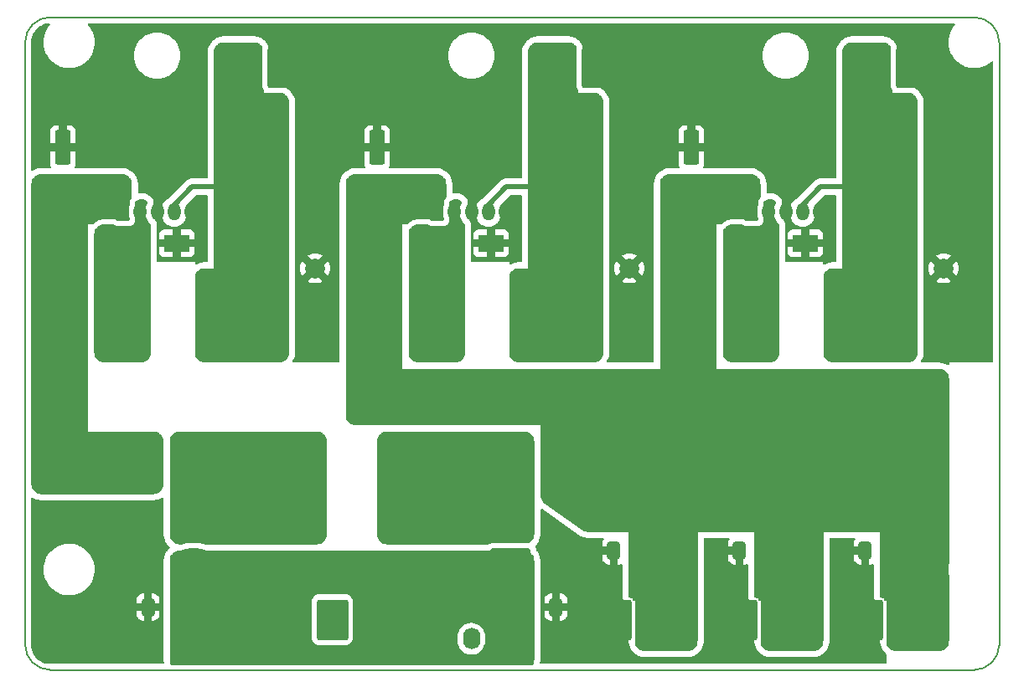
<source format=gbr>
G04 #@! TF.GenerationSoftware,KiCad,Pcbnew,6.0.4-6f826c9f35~116~ubuntu21.10.1*
G04 #@! TF.CreationDate,2022-04-21T21:11:01+02:00*
G04 #@! TF.ProjectId,Carte_Alim,43617274-655f-4416-9c69-6d2e6b696361,rev?*
G04 #@! TF.SameCoordinates,Original*
G04 #@! TF.FileFunction,Copper,L1,Top*
G04 #@! TF.FilePolarity,Positive*
%FSLAX46Y46*%
G04 Gerber Fmt 4.6, Leading zero omitted, Abs format (unit mm)*
G04 Created by KiCad (PCBNEW 6.0.4-6f826c9f35~116~ubuntu21.10.1) date 2022-04-21 21:11:01*
%MOMM*%
%LPD*%
G01*
G04 APERTURE LIST*
G04 Aperture macros list*
%AMRoundRect*
0 Rectangle with rounded corners*
0 $1 Rounding radius*
0 $2 $3 $4 $5 $6 $7 $8 $9 X,Y pos of 4 corners*
0 Add a 4 corners polygon primitive as box body*
4,1,4,$2,$3,$4,$5,$6,$7,$8,$9,$2,$3,0*
0 Add four circle primitives for the rounded corners*
1,1,$1+$1,$2,$3*
1,1,$1+$1,$4,$5*
1,1,$1+$1,$6,$7*
1,1,$1+$1,$8,$9*
0 Add four rect primitives between the rounded corners*
20,1,$1+$1,$2,$3,$4,$5,0*
20,1,$1+$1,$4,$5,$6,$7,0*
20,1,$1+$1,$6,$7,$8,$9,0*
20,1,$1+$1,$8,$9,$2,$3,0*%
G04 Aperture macros list end*
G04 #@! TA.AperFunction,Profile*
%ADD10C,0.150000*%
G04 #@! TD*
G04 #@! TA.AperFunction,SMDPad,CuDef*
%ADD11R,2.900000X5.400000*%
G04 #@! TD*
G04 #@! TA.AperFunction,ComponentPad*
%ADD12RoundRect,0.250000X-0.620000X-0.845000X0.620000X-0.845000X0.620000X0.845000X-0.620000X0.845000X0*%
G04 #@! TD*
G04 #@! TA.AperFunction,ComponentPad*
%ADD13O,1.740000X2.190000*%
G04 #@! TD*
G04 #@! TA.AperFunction,SMDPad,CuDef*
%ADD14RoundRect,0.250000X0.412500X0.650000X-0.412500X0.650000X-0.412500X-0.650000X0.412500X-0.650000X0*%
G04 #@! TD*
G04 #@! TA.AperFunction,ComponentPad*
%ADD15RoundRect,0.250000X-1.330000X-1.800000X1.330000X-1.800000X1.330000X1.800000X-1.330000X1.800000X0*%
G04 #@! TD*
G04 #@! TA.AperFunction,ComponentPad*
%ADD16O,3.160000X4.100000*%
G04 #@! TD*
G04 #@! TA.AperFunction,ComponentPad*
%ADD17R,1.275000X1.800000*%
G04 #@! TD*
G04 #@! TA.AperFunction,ComponentPad*
%ADD18O,1.275000X1.800000*%
G04 #@! TD*
G04 #@! TA.AperFunction,SMDPad,CuDef*
%ADD19RoundRect,0.250000X0.550000X-1.500000X0.550000X1.500000X-0.550000X1.500000X-0.550000X-1.500000X0*%
G04 #@! TD*
G04 #@! TA.AperFunction,SMDPad,CuDef*
%ADD20R,2.500000X1.800000*%
G04 #@! TD*
G04 #@! TA.AperFunction,ComponentPad*
%ADD21C,2.300000*%
G04 #@! TD*
G04 #@! TA.AperFunction,SMDPad,CuDef*
%ADD22RoundRect,0.250000X-0.412500X-0.650000X0.412500X-0.650000X0.412500X0.650000X-0.412500X0.650000X0*%
G04 #@! TD*
G04 #@! TA.AperFunction,ComponentPad*
%ADD23RoundRect,0.250000X-1.800000X1.330000X-1.800000X-1.330000X1.800000X-1.330000X1.800000X1.330000X0*%
G04 #@! TD*
G04 #@! TA.AperFunction,ComponentPad*
%ADD24O,4.100000X3.160000*%
G04 #@! TD*
G04 #@! TA.AperFunction,ComponentPad*
%ADD25R,2.000000X2.000000*%
G04 #@! TD*
G04 #@! TA.AperFunction,ComponentPad*
%ADD26C,2.000000*%
G04 #@! TD*
G04 #@! TA.AperFunction,ComponentPad*
%ADD27RoundRect,0.250000X1.800000X-1.330000X1.800000X1.330000X-1.800000X1.330000X-1.800000X-1.330000X0*%
G04 #@! TD*
G04 #@! TA.AperFunction,ComponentPad*
%ADD28RoundRect,0.250000X1.330000X1.800000X-1.330000X1.800000X-1.330000X-1.800000X1.330000X-1.800000X0*%
G04 #@! TD*
G04 #@! TA.AperFunction,ViaPad*
%ADD29C,1.600000*%
G04 #@! TD*
G04 #@! TA.AperFunction,Conductor*
%ADD30C,0.500000*%
G04 #@! TD*
G04 APERTURE END LIST*
D10*
X183514999Y-130175001D02*
X183514999Y-69215001D01*
X180975000Y-132715000D02*
G75*
G03*
X183515000Y-130175000I0J2540000D01*
G01*
X180975000Y-66675000D02*
X87630000Y-66675000D01*
X87630000Y-132715000D02*
X180975000Y-132715000D01*
X183515000Y-69215000D02*
G75*
G03*
X180975000Y-66675000I-2540000J0D01*
G01*
X85090000Y-69215000D02*
X85090000Y-130175000D01*
X87630000Y-66675000D02*
G75*
G03*
X85090000Y-69215000I0J-2540000D01*
G01*
X85090000Y-130175000D02*
G75*
G03*
X87630000Y-132715000I2540000J0D01*
G01*
D11*
X104010000Y-98425000D03*
X94110000Y-98425000D03*
D12*
X127635000Y-129560000D03*
D13*
X130175000Y-129560000D03*
D14*
X173087500Y-120650000D03*
X169962500Y-120650000D03*
X147687500Y-120650000D03*
X144562500Y-120650000D03*
D15*
X170180000Y-127635000D03*
D16*
X174140000Y-127635000D03*
D17*
X95025000Y-86360000D03*
D18*
X96725000Y-86360000D03*
X98425000Y-86360000D03*
X100125000Y-86360000D03*
X101825000Y-86360000D03*
D19*
X88900000Y-85250000D03*
X88900000Y-79850000D03*
D11*
X167510000Y-98425000D03*
X157610000Y-98425000D03*
D15*
X144780000Y-127635000D03*
D16*
X148740000Y-127635000D03*
D14*
X100622500Y-126365000D03*
X97497500Y-126365000D03*
D20*
X128175000Y-89535000D03*
X132175000Y-89535000D03*
D21*
X97220000Y-111760000D03*
X92620000Y-111760000D03*
X113120000Y-111760000D03*
X108520000Y-111760000D03*
D15*
X116130000Y-127635000D03*
D16*
X120090000Y-127635000D03*
D22*
X135597500Y-126365000D03*
X138722500Y-126365000D03*
D17*
X126775000Y-86360000D03*
D18*
X128475000Y-86360000D03*
X130175000Y-86360000D03*
X131875000Y-86360000D03*
X133575000Y-86360000D03*
D23*
X102130000Y-118035000D03*
D24*
X102130000Y-121995000D03*
D21*
X143600000Y-111760000D03*
X139000000Y-111760000D03*
X123100000Y-111760000D03*
X127700000Y-111760000D03*
D25*
X172892323Y-92075000D03*
D26*
X177892323Y-92075000D03*
D14*
X160387500Y-120650000D03*
X157262500Y-120650000D03*
D17*
X158525000Y-86360000D03*
D18*
X160225000Y-86360000D03*
X161925000Y-86360000D03*
X163625000Y-86360000D03*
X165325000Y-86360000D03*
D20*
X159925000Y-89535000D03*
X163925000Y-89535000D03*
D11*
X135760000Y-98425000D03*
X125860000Y-98425000D03*
D27*
X134090000Y-121995000D03*
D24*
X134090000Y-118035000D03*
D25*
X141142323Y-92075000D03*
D26*
X146142323Y-92075000D03*
D25*
X109392323Y-92075000D03*
D26*
X114392323Y-92075000D03*
D28*
X174625000Y-71755000D03*
D16*
X170665000Y-71755000D03*
D20*
X96425000Y-89535000D03*
X100425000Y-89535000D03*
D19*
X152400000Y-85250000D03*
X152400000Y-79850000D03*
D28*
X111125000Y-71755000D03*
D16*
X107165000Y-71755000D03*
D19*
X120650000Y-85250000D03*
X120650000Y-79850000D03*
D15*
X157480000Y-127635000D03*
D16*
X161440000Y-127635000D03*
D28*
X142875000Y-71755000D03*
D16*
X138915000Y-71755000D03*
D29*
X118745000Y-76200000D03*
X140970000Y-128270000D03*
X161925000Y-80645000D03*
X126365000Y-78740000D03*
X113665000Y-96520000D03*
X90805000Y-76200000D03*
X165735000Y-80645000D03*
X128270000Y-74930000D03*
X179070000Y-94615000D03*
X163830000Y-80645000D03*
X147320000Y-85725000D03*
X95250000Y-126365000D03*
X163830000Y-78740000D03*
X132080000Y-74930000D03*
X130175000Y-76835000D03*
X163830000Y-76835000D03*
X177165000Y-96520000D03*
X179070000Y-87630000D03*
X96520000Y-78740000D03*
X95250000Y-124460000D03*
X130175000Y-80645000D03*
X132080000Y-78740000D03*
X100330000Y-80645000D03*
X102235000Y-74930000D03*
X98425000Y-80645000D03*
X86995000Y-76200000D03*
X94615000Y-76835000D03*
X113665000Y-94615000D03*
X115570000Y-87630000D03*
X133985000Y-78740000D03*
X147320000Y-87630000D03*
X126365000Y-80645000D03*
X128270000Y-78740000D03*
X158115000Y-80645000D03*
X100330000Y-76835000D03*
X120650000Y-74295000D03*
X160020000Y-74930000D03*
X88900000Y-76200000D03*
X160020000Y-80645000D03*
X102235000Y-78740000D03*
X118745000Y-74295000D03*
X152400000Y-76200000D03*
X88900000Y-74295000D03*
X100330000Y-74930000D03*
X150495000Y-76200000D03*
X102235000Y-80645000D03*
X140970000Y-126365000D03*
X179070000Y-96520000D03*
X126365000Y-74930000D03*
X96520000Y-74930000D03*
X152400000Y-74295000D03*
X165735000Y-78740000D03*
X113665000Y-89535000D03*
X145415000Y-85725000D03*
X133985000Y-76835000D03*
X179070000Y-85725000D03*
X128270000Y-80645000D03*
X102235000Y-76835000D03*
X147320000Y-94615000D03*
X122555000Y-74295000D03*
X147320000Y-98425000D03*
X90805000Y-74295000D03*
X132080000Y-76835000D03*
X145415000Y-87630000D03*
X96520000Y-80645000D03*
X96520000Y-76835000D03*
X161925000Y-78740000D03*
X154305000Y-74295000D03*
X130175000Y-74930000D03*
X179070000Y-89535000D03*
X115570000Y-96520000D03*
X115570000Y-94615000D03*
X147320000Y-89535000D03*
X115570000Y-85725000D03*
X179070000Y-98425000D03*
X145415000Y-98425000D03*
X145415000Y-96520000D03*
X115570000Y-89535000D03*
X133985000Y-74930000D03*
X86995000Y-74295000D03*
X177165000Y-89535000D03*
X160020000Y-76835000D03*
X154305000Y-76200000D03*
X177165000Y-94615000D03*
X94615000Y-74930000D03*
X113665000Y-87630000D03*
X113665000Y-85725000D03*
X150495000Y-74295000D03*
X120650000Y-76200000D03*
X158115000Y-76835000D03*
X147320000Y-96520000D03*
X94615000Y-80645000D03*
X126365000Y-76835000D03*
X145415000Y-94615000D03*
X161925000Y-74930000D03*
X160020000Y-78740000D03*
X140970000Y-124460000D03*
X98425000Y-74930000D03*
X177165000Y-98425000D03*
X128270000Y-76835000D03*
X115570000Y-98425000D03*
X132080000Y-80645000D03*
X133985000Y-80645000D03*
X158115000Y-74930000D03*
X94615000Y-78740000D03*
X145415000Y-89535000D03*
X165735000Y-74930000D03*
X130175000Y-78740000D03*
X165735000Y-76835000D03*
X98425000Y-78740000D03*
X177165000Y-87630000D03*
X95250000Y-128270000D03*
X113665000Y-98425000D03*
X122555000Y-76200000D03*
X158115000Y-78740000D03*
X98425000Y-76835000D03*
X177165000Y-85725000D03*
X163830000Y-74930000D03*
X100330000Y-78740000D03*
X161925000Y-76835000D03*
D30*
X133727500Y-83820000D02*
X136525000Y-83820000D01*
X131875000Y-85672500D02*
X133727500Y-83820000D01*
X131875000Y-85935000D02*
X131875000Y-85672500D01*
X165477500Y-83820000D02*
X168275000Y-83820000D01*
X163625000Y-85672500D02*
X165477500Y-83820000D01*
X163625000Y-85935000D02*
X163625000Y-85672500D01*
X101977500Y-83820000D02*
X104775000Y-83820000D01*
X100125000Y-85672500D02*
X101977500Y-83820000D01*
X100125000Y-85935000D02*
X100125000Y-85672500D01*
G04 #@! TA.AperFunction,Conductor*
G36*
X135531163Y-108585607D02*
G01*
X135707740Y-108602999D01*
X135731957Y-108607815D01*
X135895809Y-108657518D01*
X135918629Y-108666971D01*
X136069631Y-108747683D01*
X136090158Y-108761399D01*
X136222521Y-108870026D01*
X136239974Y-108887479D01*
X136348601Y-109019842D01*
X136362319Y-109040372D01*
X136443029Y-109191371D01*
X136452482Y-109214190D01*
X136502185Y-109378043D01*
X136507002Y-109402263D01*
X136524393Y-109578837D01*
X136525000Y-109591187D01*
X136525000Y-119008813D01*
X136524393Y-119021163D01*
X136507002Y-119197737D01*
X136502185Y-119221957D01*
X136452482Y-119385809D01*
X136443029Y-119408629D01*
X136362319Y-119559628D01*
X136348601Y-119580158D01*
X136239974Y-119712521D01*
X136222521Y-119729974D01*
X136090158Y-119838601D01*
X136069631Y-119852317D01*
X135996097Y-119891622D01*
X135936701Y-119906500D01*
X132239600Y-119906500D01*
X132236354Y-119906837D01*
X132236350Y-119906837D01*
X132140692Y-119916762D01*
X132140688Y-119916763D01*
X132133834Y-119917474D01*
X132127298Y-119919655D01*
X132127296Y-119919655D01*
X132087210Y-119933029D01*
X131966054Y-119973450D01*
X131935779Y-119992185D01*
X131929381Y-119996144D01*
X131863078Y-120015000D01*
X121656187Y-120015000D01*
X121643837Y-120014393D01*
X121467260Y-119997001D01*
X121443043Y-119992185D01*
X121279190Y-119942482D01*
X121256371Y-119933029D01*
X121178903Y-119891622D01*
X121105369Y-119852317D01*
X121084842Y-119838601D01*
X120952479Y-119729974D01*
X120935026Y-119712521D01*
X120826399Y-119580158D01*
X120812681Y-119559628D01*
X120731971Y-119408629D01*
X120722518Y-119385809D01*
X120672815Y-119221957D01*
X120667998Y-119197737D01*
X120650607Y-119021163D01*
X120650000Y-119008813D01*
X120650000Y-109591187D01*
X120650607Y-109578837D01*
X120667998Y-109402263D01*
X120672815Y-109378043D01*
X120722518Y-109214190D01*
X120731971Y-109191371D01*
X120812681Y-109040372D01*
X120826399Y-109019842D01*
X120935026Y-108887479D01*
X120952479Y-108870026D01*
X121084842Y-108761399D01*
X121105369Y-108747683D01*
X121256371Y-108666971D01*
X121279191Y-108657518D01*
X121443043Y-108607815D01*
X121467260Y-108602999D01*
X121643837Y-108585607D01*
X121656187Y-108585000D01*
X135518813Y-108585000D01*
X135531163Y-108585607D01*
G37*
G04 #@! TD.AperFunction*
G04 #@! TA.AperFunction,Conductor*
G36*
X114576163Y-108585607D02*
G01*
X114752740Y-108602999D01*
X114776957Y-108607815D01*
X114940809Y-108657518D01*
X114963629Y-108666971D01*
X115114631Y-108747683D01*
X115135158Y-108761399D01*
X115267521Y-108870026D01*
X115284974Y-108887479D01*
X115393601Y-109019842D01*
X115407319Y-109040372D01*
X115488029Y-109191371D01*
X115497482Y-109214190D01*
X115547185Y-109378043D01*
X115552002Y-109402263D01*
X115569393Y-109578837D01*
X115570000Y-109591187D01*
X115570000Y-119008813D01*
X115569393Y-119021163D01*
X115552002Y-119197737D01*
X115547185Y-119221957D01*
X115497482Y-119385809D01*
X115488029Y-119408629D01*
X115407319Y-119559628D01*
X115393601Y-119580158D01*
X115284974Y-119712521D01*
X115267521Y-119729974D01*
X115135158Y-119838601D01*
X115114631Y-119852317D01*
X115022417Y-119901607D01*
X114963629Y-119933029D01*
X114940810Y-119942482D01*
X114776957Y-119992185D01*
X114752740Y-119997001D01*
X114576163Y-120014393D01*
X114563813Y-120015000D01*
X103289612Y-120015000D01*
X103254881Y-120010119D01*
X103155389Y-119981590D01*
X103035284Y-119947150D01*
X103030941Y-119946540D01*
X103030938Y-119946539D01*
X102928241Y-119932106D01*
X102746042Y-119906500D01*
X101587067Y-119906500D01*
X101584881Y-119906653D01*
X101584877Y-119906653D01*
X101373012Y-119921468D01*
X101373007Y-119921469D01*
X101368627Y-119921775D01*
X101082926Y-119982503D01*
X101014514Y-120007403D01*
X100971424Y-120015000D01*
X100701187Y-120015000D01*
X100688837Y-120014393D01*
X100512260Y-119997001D01*
X100488043Y-119992185D01*
X100324190Y-119942482D01*
X100301371Y-119933029D01*
X100242583Y-119901607D01*
X100150369Y-119852317D01*
X100129842Y-119838601D01*
X99997479Y-119729974D01*
X99980026Y-119712521D01*
X99871399Y-119580158D01*
X99857681Y-119559628D01*
X99776971Y-119408629D01*
X99767518Y-119385809D01*
X99717815Y-119221957D01*
X99712998Y-119197737D01*
X99695607Y-119021163D01*
X99695000Y-119008813D01*
X99695000Y-109591187D01*
X99695607Y-109578837D01*
X99712998Y-109402263D01*
X99717815Y-109378043D01*
X99767518Y-109214190D01*
X99776971Y-109191371D01*
X99857681Y-109040372D01*
X99871399Y-109019842D01*
X99980026Y-108887479D01*
X99997479Y-108870026D01*
X100129842Y-108761399D01*
X100150369Y-108747683D01*
X100301371Y-108666971D01*
X100324191Y-108657518D01*
X100488043Y-108607815D01*
X100512260Y-108602999D01*
X100688837Y-108585607D01*
X100701187Y-108585000D01*
X114563813Y-108585000D01*
X114576163Y-108585607D01*
G37*
G04 #@! TD.AperFunction*
G04 #@! TA.AperFunction,Conductor*
G36*
X128702187Y-85101296D02*
G01*
X128760975Y-85107086D01*
X128785195Y-85111903D01*
X128940139Y-85158905D01*
X128962949Y-85168354D01*
X129105736Y-85244675D01*
X129126273Y-85258398D01*
X129183951Y-85305733D01*
X129223920Y-85364410D01*
X129225821Y-85435381D01*
X129210697Y-85469489D01*
X129209766Y-85470669D01*
X129111698Y-85657066D01*
X129049240Y-85858212D01*
X129029000Y-86029218D01*
X129029000Y-86675935D01*
X129043362Y-86832237D01*
X129100533Y-87034949D01*
X129103085Y-87040125D01*
X129103087Y-87040129D01*
X129191133Y-87218668D01*
X129193688Y-87223849D01*
X129197142Y-87228475D01*
X129197143Y-87228476D01*
X129259163Y-87311531D01*
X129319707Y-87392609D01*
X129343642Y-87414734D01*
X129434040Y-87498297D01*
X129474370Y-87535578D01*
X129481231Y-87539907D01*
X129481964Y-87540739D01*
X129483837Y-87542176D01*
X129483555Y-87542544D01*
X129528171Y-87593170D01*
X129540000Y-87646471D01*
X129540000Y-100593813D01*
X129539393Y-100606163D01*
X129522002Y-100782737D01*
X129517185Y-100806957D01*
X129467482Y-100970809D01*
X129458029Y-100993629D01*
X129377319Y-101144628D01*
X129363601Y-101165158D01*
X129254974Y-101297521D01*
X129237521Y-101314974D01*
X129105158Y-101423601D01*
X129084631Y-101437317D01*
X128992417Y-101486607D01*
X128933629Y-101518029D01*
X128910810Y-101527482D01*
X128746957Y-101577185D01*
X128722740Y-101582001D01*
X128546163Y-101599393D01*
X128533813Y-101600000D01*
X124831187Y-101600000D01*
X124818837Y-101599393D01*
X124642260Y-101582001D01*
X124618043Y-101577185D01*
X124454190Y-101527482D01*
X124431371Y-101518029D01*
X124372583Y-101486607D01*
X124280369Y-101437317D01*
X124259842Y-101423601D01*
X124127479Y-101314974D01*
X124110026Y-101297521D01*
X124001399Y-101165158D01*
X123987681Y-101144628D01*
X123906971Y-100993629D01*
X123897518Y-100970809D01*
X123847815Y-100806957D01*
X123842998Y-100782737D01*
X123825607Y-100606163D01*
X123825000Y-100593813D01*
X123825000Y-88636187D01*
X123825607Y-88623837D01*
X123842998Y-88447263D01*
X123847815Y-88423043D01*
X123897518Y-88259190D01*
X123906971Y-88236371D01*
X123987681Y-88085372D01*
X124001399Y-88064842D01*
X124110026Y-87932479D01*
X124127479Y-87915026D01*
X124259842Y-87806399D01*
X124280369Y-87792683D01*
X124372583Y-87743393D01*
X124431371Y-87711971D01*
X124454191Y-87702518D01*
X124618043Y-87652815D01*
X124642260Y-87647999D01*
X124818837Y-87630607D01*
X124831187Y-87630000D01*
X125741255Y-87630000D01*
X125809376Y-87650002D01*
X125816820Y-87655174D01*
X125890795Y-87710615D01*
X126027184Y-87761745D01*
X126089366Y-87768500D01*
X127460634Y-87768500D01*
X127522816Y-87761745D01*
X127659205Y-87710615D01*
X127775761Y-87623261D01*
X127863115Y-87506705D01*
X127914245Y-87370316D01*
X127921000Y-87308134D01*
X127921000Y-85422814D01*
X127941002Y-85354693D01*
X127967066Y-85325415D01*
X128048726Y-85258398D01*
X128069264Y-85244675D01*
X128212051Y-85168354D01*
X128234861Y-85158905D01*
X128389805Y-85111903D01*
X128414025Y-85107086D01*
X128472813Y-85101296D01*
X128575154Y-85091216D01*
X128599846Y-85091216D01*
X128702187Y-85101296D01*
G37*
G04 #@! TD.AperFunction*
G04 #@! TA.AperFunction,Conductor*
G36*
X158391163Y-82550607D02*
G01*
X158567740Y-82567999D01*
X158591957Y-82572815D01*
X158755809Y-82622518D01*
X158778629Y-82631971D01*
X158929631Y-82712683D01*
X158950158Y-82726399D01*
X159082521Y-82835026D01*
X159099974Y-82852479D01*
X159208601Y-82984842D01*
X159222319Y-83005372D01*
X159303029Y-83156371D01*
X159312482Y-83179190D01*
X159362185Y-83343043D01*
X159367002Y-83367263D01*
X159384393Y-83543837D01*
X159385000Y-83556187D01*
X159385000Y-84880852D01*
X159364998Y-84948973D01*
X159346289Y-84971717D01*
X159333526Y-84983978D01*
X159307462Y-85013256D01*
X159259018Y-85077075D01*
X159198302Y-85210024D01*
X159178300Y-85278145D01*
X159177660Y-85282594D01*
X159177659Y-85282600D01*
X159158139Y-85418367D01*
X159157500Y-85422814D01*
X159157500Y-85651475D01*
X159151832Y-85688840D01*
X159099240Y-85858212D01*
X159079000Y-86029218D01*
X159079000Y-86675935D01*
X159093362Y-86832237D01*
X159149214Y-87030273D01*
X159149215Y-87030277D01*
X159150533Y-87034949D01*
X159150104Y-87035070D01*
X159157500Y-87074976D01*
X159157500Y-87129000D01*
X159137498Y-87197121D01*
X159083842Y-87243614D01*
X159031500Y-87255000D01*
X157930282Y-87255000D01*
X157858387Y-87232475D01*
X157852372Y-87228296D01*
X157847150Y-87224806D01*
X157841199Y-87220828D01*
X157841195Y-87220826D01*
X157836994Y-87218018D01*
X157832395Y-87215918D01*
X157832392Y-87215916D01*
X157712254Y-87161051D01*
X157704045Y-87157302D01*
X157675359Y-87148879D01*
X157640247Y-87138569D01*
X157640243Y-87138568D01*
X157635924Y-87137300D01*
X157631475Y-87136660D01*
X157631469Y-87136659D01*
X157495702Y-87117139D01*
X157495697Y-87117139D01*
X157491255Y-87116500D01*
X156581187Y-87116500D01*
X156580456Y-87116518D01*
X156580452Y-87116518D01*
X156575218Y-87116647D01*
X156555979Y-87117119D01*
X156555274Y-87117154D01*
X156555237Y-87117155D01*
X156549910Y-87117417D01*
X156543629Y-87117726D01*
X156518503Y-87119580D01*
X156517718Y-87119657D01*
X156517710Y-87119658D01*
X156343489Y-87136818D01*
X156343487Y-87136818D01*
X156341926Y-87136972D01*
X156314042Y-87141108D01*
X156293630Y-87144135D01*
X156293616Y-87144138D01*
X156292102Y-87144362D01*
X156267885Y-87149178D01*
X156266401Y-87149550D01*
X156266395Y-87149551D01*
X156220476Y-87161051D01*
X156220463Y-87161055D01*
X156218984Y-87161425D01*
X156190251Y-87170141D01*
X156056624Y-87210675D01*
X156056609Y-87210680D01*
X156055132Y-87211128D01*
X156053662Y-87211654D01*
X156053656Y-87211656D01*
X156035877Y-87218018D01*
X156007672Y-87228111D01*
X155984852Y-87237564D01*
X155983488Y-87238209D01*
X155983477Y-87238214D01*
X155964493Y-87247193D01*
X155939309Y-87259104D01*
X155937948Y-87259831D01*
X155937935Y-87259838D01*
X155851274Y-87306160D01*
X155788307Y-87339816D01*
X155786976Y-87340614D01*
X155786965Y-87340620D01*
X155760247Y-87356635D01*
X155745079Y-87365726D01*
X155743813Y-87366572D01*
X155743805Y-87366577D01*
X155725842Y-87378580D01*
X155724552Y-87379442D01*
X155684082Y-87409457D01*
X155682899Y-87410428D01*
X155682886Y-87410438D01*
X155599336Y-87479006D01*
X155551719Y-87518084D01*
X155514380Y-87551927D01*
X155496927Y-87569380D01*
X155463084Y-87606719D01*
X155443978Y-87630000D01*
X154940000Y-87630000D01*
X154940000Y-102235000D01*
X149225000Y-102235000D01*
X149225000Y-83556187D01*
X149225607Y-83543837D01*
X149242998Y-83367263D01*
X149247815Y-83343043D01*
X149297518Y-83179190D01*
X149306971Y-83156371D01*
X149387681Y-83005372D01*
X149401399Y-82984842D01*
X149510026Y-82852479D01*
X149527479Y-82835026D01*
X149659842Y-82726399D01*
X149680369Y-82712683D01*
X149831371Y-82631971D01*
X149854191Y-82622518D01*
X150018043Y-82572815D01*
X150042260Y-82567999D01*
X150218837Y-82550607D01*
X150231187Y-82550000D01*
X158378813Y-82550000D01*
X158391163Y-82550607D01*
G37*
G04 #@! TD.AperFunction*
G04 #@! TA.AperFunction,Conductor*
G36*
X108222464Y-69215607D02*
G01*
X108399041Y-69232999D01*
X108423258Y-69237815D01*
X108587110Y-69287518D01*
X108609930Y-69296971D01*
X108760932Y-69377683D01*
X108781459Y-69391399D01*
X108913822Y-69500026D01*
X108931275Y-69517479D01*
X109036548Y-69645755D01*
X109064301Y-69711100D01*
X109058741Y-69765353D01*
X109047203Y-69800139D01*
X109046503Y-69806975D01*
X109046502Y-69806978D01*
X109042690Y-69844190D01*
X109036500Y-69904600D01*
X109036500Y-73605400D01*
X109047474Y-73711166D01*
X109049655Y-73717702D01*
X109049655Y-73717704D01*
X109093728Y-73849806D01*
X109103450Y-73878946D01*
X109196522Y-74029348D01*
X109201704Y-74034521D01*
X109216301Y-74049093D01*
X109216301Y-74295000D01*
X109616631Y-74295000D01*
X109633611Y-74300632D01*
X109633613Y-74300632D01*
X109640139Y-74302797D01*
X109646975Y-74303497D01*
X109646978Y-74303498D01*
X109690031Y-74307909D01*
X109744600Y-74313500D01*
X110930343Y-74313500D01*
X110966917Y-74318925D01*
X111127110Y-74367518D01*
X111149930Y-74376971D01*
X111300932Y-74457683D01*
X111321459Y-74471399D01*
X111453822Y-74580026D01*
X111471275Y-74597479D01*
X111579902Y-74729842D01*
X111593620Y-74750372D01*
X111674330Y-74901371D01*
X111683783Y-74924190D01*
X111733486Y-75088043D01*
X111738303Y-75112263D01*
X111755694Y-75288837D01*
X111756301Y-75301187D01*
X111756301Y-100593813D01*
X111755694Y-100606163D01*
X111738303Y-100782737D01*
X111733486Y-100806957D01*
X111683783Y-100970809D01*
X111674330Y-100993629D01*
X111593620Y-101144628D01*
X111579902Y-101165158D01*
X111471275Y-101297521D01*
X111453822Y-101314974D01*
X111321459Y-101423601D01*
X111300932Y-101437317D01*
X111208718Y-101486607D01*
X111149930Y-101518029D01*
X111127111Y-101527482D01*
X110963258Y-101577185D01*
X110939041Y-101582001D01*
X110762464Y-101599393D01*
X110750114Y-101600000D01*
X103237488Y-101600000D01*
X103225138Y-101599393D01*
X103048561Y-101582001D01*
X103024344Y-101577185D01*
X102860491Y-101527482D01*
X102837672Y-101518029D01*
X102778884Y-101486607D01*
X102686670Y-101437317D01*
X102666143Y-101423601D01*
X102533780Y-101314974D01*
X102516327Y-101297521D01*
X102407700Y-101165158D01*
X102393982Y-101144628D01*
X102313272Y-100993629D01*
X102303819Y-100970809D01*
X102254116Y-100806957D01*
X102249299Y-100782737D01*
X102235607Y-100643719D01*
X102235000Y-100631369D01*
X102235000Y-92996130D01*
X102235607Y-92983780D01*
X102248387Y-92854026D01*
X102253204Y-92829805D01*
X102300206Y-92674861D01*
X102309655Y-92652051D01*
X102385976Y-92509264D01*
X102399699Y-92488726D01*
X102502410Y-92363574D01*
X102519875Y-92346109D01*
X102645027Y-92243398D01*
X102665565Y-92229675D01*
X102808352Y-92153354D01*
X102831162Y-92143905D01*
X102986106Y-92096903D01*
X103010327Y-92092086D01*
X103183802Y-92075000D01*
X104136301Y-92075000D01*
X104136301Y-70221187D01*
X104136908Y-70208837D01*
X104154299Y-70032263D01*
X104159116Y-70008043D01*
X104208819Y-69844190D01*
X104218272Y-69821371D01*
X104298982Y-69670372D01*
X104312700Y-69649842D01*
X104421327Y-69517479D01*
X104438780Y-69500026D01*
X104571143Y-69391399D01*
X104591670Y-69377683D01*
X104742672Y-69296971D01*
X104765492Y-69287518D01*
X104929344Y-69237815D01*
X104953561Y-69232999D01*
X105130138Y-69215607D01*
X105142488Y-69215000D01*
X108210114Y-69215000D01*
X108222464Y-69215607D01*
G37*
G04 #@! TD.AperFunction*
G04 #@! TA.AperFunction,Conductor*
G36*
X177441163Y-102235607D02*
G01*
X177617740Y-102252999D01*
X177641957Y-102257815D01*
X177805809Y-102307518D01*
X177828629Y-102316971D01*
X177979631Y-102397683D01*
X178000158Y-102411399D01*
X178132521Y-102520026D01*
X178149974Y-102537479D01*
X178258601Y-102669842D01*
X178272319Y-102690372D01*
X178353029Y-102841371D01*
X178362482Y-102864190D01*
X178412185Y-103028043D01*
X178417002Y-103052263D01*
X178434393Y-103228837D01*
X178435000Y-103241187D01*
X178435000Y-121966411D01*
X178433272Y-121987207D01*
X178383831Y-122282657D01*
X178369955Y-122600471D01*
X178394914Y-122917607D01*
X178395681Y-122921376D01*
X178432471Y-123102207D01*
X178435000Y-123127327D01*
X178435000Y-129803813D01*
X178434393Y-129816163D01*
X178417002Y-129992737D01*
X178412185Y-130016957D01*
X178362482Y-130180809D01*
X178353029Y-130203629D01*
X178272319Y-130354628D01*
X178258601Y-130375158D01*
X178149974Y-130507521D01*
X178132521Y-130524974D01*
X178000158Y-130633601D01*
X177979631Y-130647317D01*
X177887417Y-130696607D01*
X177828629Y-130728029D01*
X177805810Y-130737482D01*
X177641957Y-130787185D01*
X177617740Y-130792001D01*
X177441163Y-130809393D01*
X177428813Y-130810000D01*
X173091187Y-130810000D01*
X173078837Y-130809393D01*
X172902260Y-130792001D01*
X172878043Y-130787185D01*
X172714190Y-130737482D01*
X172691371Y-130728029D01*
X172632583Y-130696607D01*
X172540369Y-130647317D01*
X172519842Y-130633601D01*
X172387479Y-130524974D01*
X172370026Y-130507521D01*
X172261399Y-130375158D01*
X172247681Y-130354628D01*
X172166971Y-130203629D01*
X172157518Y-130180809D01*
X172107815Y-130016957D01*
X172102998Y-129992737D01*
X172085607Y-129816163D01*
X172085000Y-129803813D01*
X172085000Y-125730000D01*
X171950625Y-125730000D01*
X171912634Y-125621816D01*
X171907042Y-125614246D01*
X171907041Y-125614243D01*
X171837742Y-125520421D01*
X171832150Y-125512850D01*
X171815206Y-125500335D01*
X171730757Y-125437959D01*
X171730754Y-125437958D01*
X171723184Y-125432366D01*
X171595369Y-125387481D01*
X171587723Y-125386758D01*
X171587722Y-125386758D01*
X171564142Y-125384529D01*
X171498206Y-125358204D01*
X171456969Y-125300411D01*
X171450000Y-125259088D01*
X171450000Y-118745000D01*
X165735000Y-118745000D01*
X165735000Y-129803813D01*
X165734393Y-129816163D01*
X165717002Y-129992737D01*
X165712185Y-130016957D01*
X165662482Y-130180809D01*
X165653029Y-130203629D01*
X165572319Y-130354628D01*
X165558601Y-130375158D01*
X165449974Y-130507521D01*
X165432521Y-130524974D01*
X165300158Y-130633601D01*
X165279631Y-130647317D01*
X165187417Y-130696607D01*
X165128629Y-130728029D01*
X165105810Y-130737482D01*
X164941957Y-130787185D01*
X164917740Y-130792001D01*
X164741163Y-130809393D01*
X164728813Y-130810000D01*
X160391187Y-130810000D01*
X160378837Y-130809393D01*
X160202260Y-130792001D01*
X160178043Y-130787185D01*
X160014190Y-130737482D01*
X159991371Y-130728029D01*
X159932583Y-130696607D01*
X159840369Y-130647317D01*
X159819842Y-130633601D01*
X159687479Y-130524974D01*
X159670026Y-130507521D01*
X159561399Y-130375158D01*
X159547681Y-130354628D01*
X159466971Y-130203629D01*
X159457518Y-130180809D01*
X159407815Y-130016957D01*
X159402998Y-129992737D01*
X159385607Y-129816163D01*
X159385000Y-129803813D01*
X159385000Y-125730000D01*
X159250625Y-125730000D01*
X159212634Y-125621816D01*
X159207042Y-125614246D01*
X159207041Y-125614243D01*
X159137742Y-125520421D01*
X159132150Y-125512850D01*
X159115206Y-125500335D01*
X159030757Y-125437959D01*
X159030754Y-125437958D01*
X159023184Y-125432366D01*
X158895369Y-125387481D01*
X158887723Y-125386758D01*
X158887722Y-125386758D01*
X158864142Y-125384529D01*
X158798206Y-125358204D01*
X158756969Y-125300411D01*
X158750000Y-125259088D01*
X158750000Y-118745000D01*
X153035000Y-118745000D01*
X153035000Y-129803813D01*
X153034393Y-129816163D01*
X153017002Y-129992737D01*
X153012185Y-130016957D01*
X152962482Y-130180809D01*
X152953029Y-130203629D01*
X152872319Y-130354628D01*
X152858601Y-130375158D01*
X152749974Y-130507521D01*
X152732521Y-130524974D01*
X152600158Y-130633601D01*
X152579631Y-130647317D01*
X152487417Y-130696607D01*
X152428629Y-130728029D01*
X152405810Y-130737482D01*
X152241957Y-130787185D01*
X152217740Y-130792001D01*
X152041163Y-130809393D01*
X152028813Y-130810000D01*
X147691187Y-130810000D01*
X147678837Y-130809393D01*
X147502260Y-130792001D01*
X147478043Y-130787185D01*
X147314190Y-130737482D01*
X147291371Y-130728029D01*
X147232583Y-130696607D01*
X147140369Y-130647317D01*
X147119842Y-130633601D01*
X146987479Y-130524974D01*
X146970026Y-130507521D01*
X146861399Y-130375158D01*
X146847681Y-130354628D01*
X146766971Y-130203629D01*
X146757518Y-130180809D01*
X146707815Y-130016957D01*
X146702998Y-129992737D01*
X146685607Y-129816163D01*
X146685000Y-129803813D01*
X146685000Y-125730000D01*
X146550625Y-125730000D01*
X146512634Y-125621816D01*
X146507042Y-125614246D01*
X146507041Y-125614243D01*
X146437742Y-125520421D01*
X146432150Y-125512850D01*
X146415206Y-125500335D01*
X146330757Y-125437959D01*
X146330754Y-125437958D01*
X146323184Y-125432366D01*
X146195369Y-125387481D01*
X146187723Y-125386758D01*
X146187722Y-125386758D01*
X146164142Y-125384529D01*
X146098206Y-125358204D01*
X146056969Y-125300411D01*
X146050000Y-125259088D01*
X146050000Y-118745000D01*
X141931980Y-118745000D01*
X141918978Y-118744327D01*
X141733186Y-118725052D01*
X141707740Y-118719715D01*
X141536097Y-118664709D01*
X141512285Y-118654260D01*
X141349893Y-118561953D01*
X141338922Y-118554943D01*
X137583645Y-115872604D01*
X137574244Y-115865191D01*
X137444532Y-115752498D01*
X137428047Y-115735168D01*
X137325692Y-115604740D01*
X137312779Y-115584608D01*
X137236913Y-115437186D01*
X137228037Y-115414977D01*
X137181396Y-115255878D01*
X137176876Y-115232391D01*
X137160569Y-115061350D01*
X137160000Y-115049391D01*
X137160000Y-102235000D01*
X177428813Y-102235000D01*
X177441163Y-102235607D01*
G37*
G04 #@! TD.AperFunction*
G04 #@! TA.AperFunction,Conductor*
G36*
X94887464Y-82550607D02*
G01*
X95064041Y-82567999D01*
X95088258Y-82572815D01*
X95252110Y-82622518D01*
X95274930Y-82631971D01*
X95425932Y-82712683D01*
X95446459Y-82726399D01*
X95578822Y-82835026D01*
X95596275Y-82852479D01*
X95704902Y-82984842D01*
X95718620Y-83005372D01*
X95799330Y-83156371D01*
X95808783Y-83179190D01*
X95858486Y-83343043D01*
X95863303Y-83367263D01*
X95880694Y-83543837D01*
X95881301Y-83556187D01*
X95881301Y-84881369D01*
X95861299Y-84949490D01*
X95842590Y-84972235D01*
X95833526Y-84980942D01*
X95807462Y-85010220D01*
X95759018Y-85074039D01*
X95698302Y-85206988D01*
X95678300Y-85275109D01*
X95677660Y-85279558D01*
X95677659Y-85279564D01*
X95658139Y-85415331D01*
X95657500Y-85419778D01*
X95657500Y-85651475D01*
X95651832Y-85688840D01*
X95599240Y-85858212D01*
X95579000Y-86029218D01*
X95579000Y-86675935D01*
X95593362Y-86832237D01*
X95649214Y-87030273D01*
X95649215Y-87030277D01*
X95650533Y-87034949D01*
X95650104Y-87035070D01*
X95657500Y-87074976D01*
X95657500Y-87129000D01*
X95637498Y-87197121D01*
X95583842Y-87243614D01*
X95531500Y-87255000D01*
X94430282Y-87255000D01*
X94358387Y-87232475D01*
X94352372Y-87228296D01*
X94347150Y-87224806D01*
X94341199Y-87220828D01*
X94341195Y-87220826D01*
X94336994Y-87218018D01*
X94332395Y-87215918D01*
X94332392Y-87215916D01*
X94212254Y-87161051D01*
X94204045Y-87157302D01*
X94175359Y-87148879D01*
X94140247Y-87138569D01*
X94140243Y-87138568D01*
X94135924Y-87137300D01*
X94131475Y-87136660D01*
X94131469Y-87136659D01*
X93995702Y-87117139D01*
X93995697Y-87117139D01*
X93991255Y-87116500D01*
X93077488Y-87116500D01*
X93076757Y-87116518D01*
X93076753Y-87116518D01*
X93071519Y-87116647D01*
X93052280Y-87117119D01*
X93051575Y-87117154D01*
X93051538Y-87117155D01*
X93046211Y-87117417D01*
X93039930Y-87117726D01*
X93014804Y-87119580D01*
X93014019Y-87119657D01*
X93014011Y-87119658D01*
X92839790Y-87136818D01*
X92839788Y-87136818D01*
X92838227Y-87136972D01*
X92810343Y-87141108D01*
X92789931Y-87144135D01*
X92789917Y-87144138D01*
X92788403Y-87144362D01*
X92764186Y-87149178D01*
X92762702Y-87149550D01*
X92762696Y-87149551D01*
X92716777Y-87161051D01*
X92716764Y-87161055D01*
X92715285Y-87161425D01*
X92646051Y-87182427D01*
X92552925Y-87210675D01*
X92552910Y-87210680D01*
X92551433Y-87211128D01*
X92549963Y-87211654D01*
X92549957Y-87211656D01*
X92532178Y-87218018D01*
X92503973Y-87228111D01*
X92481153Y-87237564D01*
X92479789Y-87238209D01*
X92479778Y-87238214D01*
X92460794Y-87247193D01*
X92435610Y-87259104D01*
X92434249Y-87259831D01*
X92434236Y-87259838D01*
X92347575Y-87306160D01*
X92284608Y-87339816D01*
X92283277Y-87340614D01*
X92283266Y-87340620D01*
X92256548Y-87356635D01*
X92241380Y-87365726D01*
X92220853Y-87379442D01*
X92219625Y-87380353D01*
X92219619Y-87380357D01*
X92181622Y-87408538D01*
X92180383Y-87409457D01*
X92179200Y-87410428D01*
X92179187Y-87410438D01*
X92095637Y-87479006D01*
X92048020Y-87518084D01*
X92010681Y-87551927D01*
X91993228Y-87569380D01*
X91959385Y-87606719D01*
X91940279Y-87630000D01*
X91436301Y-87630000D01*
X91436301Y-108585000D01*
X98050114Y-108585000D01*
X98062464Y-108585607D01*
X98239041Y-108602999D01*
X98263258Y-108607815D01*
X98427110Y-108657518D01*
X98449930Y-108666971D01*
X98600932Y-108747683D01*
X98621459Y-108761399D01*
X98753822Y-108870026D01*
X98771275Y-108887479D01*
X98879902Y-109019842D01*
X98893620Y-109040372D01*
X98974330Y-109191371D01*
X98983783Y-109214190D01*
X99033486Y-109378043D01*
X99038303Y-109402263D01*
X99055694Y-109578837D01*
X99056301Y-109591187D01*
X99056301Y-113928813D01*
X99055694Y-113941163D01*
X99038303Y-114117737D01*
X99033486Y-114141957D01*
X98983783Y-114305809D01*
X98974330Y-114328629D01*
X98893620Y-114479628D01*
X98879902Y-114500158D01*
X98771275Y-114632521D01*
X98753822Y-114649974D01*
X98621459Y-114758601D01*
X98600932Y-114772317D01*
X98508718Y-114821607D01*
X98449930Y-114853029D01*
X98427111Y-114862482D01*
X98263258Y-114912185D01*
X98239041Y-114917001D01*
X98062464Y-114934393D01*
X98050114Y-114935000D01*
X86727488Y-114935000D01*
X86715138Y-114934393D01*
X86538561Y-114917001D01*
X86514344Y-114912185D01*
X86350491Y-114862482D01*
X86327672Y-114853029D01*
X86268884Y-114821607D01*
X86176670Y-114772317D01*
X86156143Y-114758601D01*
X86023780Y-114649974D01*
X86006327Y-114632521D01*
X85897700Y-114500158D01*
X85883982Y-114479628D01*
X85803272Y-114328629D01*
X85793819Y-114305809D01*
X85744116Y-114141957D01*
X85739299Y-114117737D01*
X85721908Y-113941163D01*
X85721301Y-113928813D01*
X85721301Y-83556187D01*
X85721908Y-83543837D01*
X85739299Y-83367263D01*
X85744116Y-83343043D01*
X85793819Y-83179190D01*
X85803272Y-83156371D01*
X85883982Y-83005372D01*
X85897700Y-82984842D01*
X86006327Y-82852479D01*
X86023780Y-82835026D01*
X86156143Y-82726399D01*
X86176670Y-82712683D01*
X86327672Y-82631971D01*
X86350492Y-82622518D01*
X86514344Y-82572815D01*
X86538561Y-82567999D01*
X86715138Y-82550607D01*
X86727488Y-82550000D01*
X94875114Y-82550000D01*
X94887464Y-82550607D01*
G37*
G04 #@! TD.AperFunction*
G04 #@! TA.AperFunction,Conductor*
G36*
X137329736Y-116435342D02*
G01*
X140986982Y-119047659D01*
X140987667Y-119048122D01*
X141012182Y-119064693D01*
X141012201Y-119064705D01*
X141012903Y-119065180D01*
X141013616Y-119065636D01*
X141013641Y-119065652D01*
X141023199Y-119071759D01*
X141023874Y-119072190D01*
X141050675Y-119088355D01*
X141213067Y-119180662D01*
X141268979Y-119208726D01*
X141292791Y-119219175D01*
X141351311Y-119241324D01*
X141352848Y-119241817D01*
X141352855Y-119241819D01*
X141395693Y-119255547D01*
X141522954Y-119296330D01*
X141583448Y-119312321D01*
X141592984Y-119314321D01*
X141607300Y-119317324D01*
X141607312Y-119317326D01*
X141608894Y-119317658D01*
X141610488Y-119317907D01*
X141610509Y-119317911D01*
X141669084Y-119327067D01*
X141669093Y-119327068D01*
X141670704Y-119327320D01*
X141672320Y-119327488D01*
X141672338Y-119327490D01*
X141776602Y-119338306D01*
X141856496Y-119346595D01*
X141887678Y-119349017D01*
X141893712Y-119349329D01*
X141899864Y-119349648D01*
X141899882Y-119349649D01*
X141900680Y-119349690D01*
X141931980Y-119350500D01*
X143434210Y-119350500D01*
X143502331Y-119370502D01*
X143548824Y-119424158D01*
X143558928Y-119494432D01*
X143541470Y-119542616D01*
X143462184Y-119671243D01*
X143456037Y-119684424D01*
X143404862Y-119838710D01*
X143401995Y-119852086D01*
X143392328Y-119946438D01*
X143392000Y-119952855D01*
X143392000Y-120231885D01*
X143396475Y-120247124D01*
X143397865Y-120248329D01*
X143405548Y-120250000D01*
X144836500Y-120250000D01*
X144904621Y-120270002D01*
X144951114Y-120323658D01*
X144962500Y-120376000D01*
X144962500Y-122039884D01*
X144966975Y-122055123D01*
X144968365Y-122056328D01*
X144976048Y-122057999D01*
X145022095Y-122057999D01*
X145028614Y-122057662D01*
X145124206Y-122047743D01*
X145137600Y-122044851D01*
X145278624Y-121997802D01*
X145349573Y-121995218D01*
X145410657Y-122031402D01*
X145442482Y-122094866D01*
X145444500Y-122117326D01*
X145444500Y-125259088D01*
X145452931Y-125359782D01*
X145453364Y-125362351D01*
X145453365Y-125362357D01*
X145457394Y-125386243D01*
X145459900Y-125401105D01*
X145489847Y-125512550D01*
X145493197Y-125518848D01*
X145493199Y-125518853D01*
X145511740Y-125553710D01*
X145564077Y-125652104D01*
X145566472Y-125655461D01*
X145566476Y-125655467D01*
X145575351Y-125667905D01*
X145605314Y-125709897D01*
X145622602Y-125732946D01*
X145626092Y-125736348D01*
X145626096Y-125736352D01*
X145719042Y-125826940D01*
X145735799Y-125843272D01*
X145743003Y-125847309D01*
X145743006Y-125847311D01*
X145870101Y-125918530D01*
X145873692Y-125920542D01*
X145877513Y-125922067D01*
X145877516Y-125922069D01*
X145916214Y-125937519D01*
X145939628Y-125946867D01*
X145942097Y-125947463D01*
X146000518Y-125986927D01*
X146017924Y-126014634D01*
X146026247Y-126032750D01*
X146030539Y-126038344D01*
X146030543Y-126038350D01*
X146053463Y-126068220D01*
X146079063Y-126134440D01*
X146079500Y-126144923D01*
X146079500Y-129803813D01*
X146080230Y-129833537D01*
X146080837Y-129845887D01*
X146083023Y-129875512D01*
X146083102Y-129876310D01*
X146083104Y-129876338D01*
X146088430Y-129930408D01*
X146100414Y-130052086D01*
X146109129Y-130110849D01*
X146113946Y-130135069D01*
X146114321Y-130136565D01*
X146127449Y-130188975D01*
X146128387Y-130192721D01*
X146178090Y-130356573D01*
X146178607Y-130358019D01*
X146178615Y-130358042D01*
X146190952Y-130392518D01*
X146198115Y-130412537D01*
X146207568Y-130435357D01*
X146232967Y-130489058D01*
X146233703Y-130490434D01*
X146233703Y-130490435D01*
X146312942Y-130638683D01*
X146312952Y-130638701D01*
X146313677Y-130640057D01*
X146314475Y-130641388D01*
X146314481Y-130641399D01*
X146343433Y-130689704D01*
X146343445Y-130689723D01*
X146344229Y-130691031D01*
X146357947Y-130711561D01*
X146393340Y-130759282D01*
X146501967Y-130891645D01*
X146503009Y-130892794D01*
X146503011Y-130892797D01*
X146525143Y-130917215D01*
X146541873Y-130935674D01*
X146559326Y-130953127D01*
X146603355Y-130993033D01*
X146604543Y-130994008D01*
X146604550Y-130994014D01*
X146734537Y-131100691D01*
X146735718Y-131101660D01*
X146783439Y-131137052D01*
X146784734Y-131137918D01*
X146784735Y-131137918D01*
X146798028Y-131146800D01*
X146803966Y-131150768D01*
X146805304Y-131151570D01*
X146853604Y-131180521D01*
X146853606Y-131180522D01*
X146854936Y-131181319D01*
X146856294Y-131182045D01*
X146856296Y-131182046D01*
X146947150Y-131230609D01*
X146947172Y-131230622D01*
X146974997Y-131245494D01*
X147005946Y-131262036D01*
X147059634Y-131287429D01*
X147061029Y-131288007D01*
X147061036Y-131288010D01*
X147061063Y-131288021D01*
X147082453Y-131296882D01*
X147083873Y-131297390D01*
X147083896Y-131297399D01*
X147136959Y-131316386D01*
X147136970Y-131316389D01*
X147138427Y-131316911D01*
X147302280Y-131366614D01*
X147303759Y-131366985D01*
X147303772Y-131366988D01*
X147358451Y-131380682D01*
X147358457Y-131380683D01*
X147359941Y-131381055D01*
X147384158Y-131385871D01*
X147385696Y-131386099D01*
X147385701Y-131386100D01*
X147396903Y-131387761D01*
X147442908Y-131394585D01*
X147444455Y-131394737D01*
X147444460Y-131394738D01*
X147618711Y-131411901D01*
X147618730Y-131411903D01*
X147619485Y-131411977D01*
X147649113Y-131414163D01*
X147661463Y-131414770D01*
X147691187Y-131415500D01*
X152028813Y-131415500D01*
X152058537Y-131414770D01*
X152070887Y-131414163D01*
X152100515Y-131411977D01*
X152101270Y-131411903D01*
X152101289Y-131411901D01*
X152275540Y-131394738D01*
X152275545Y-131394737D01*
X152277092Y-131394585D01*
X152323097Y-131387761D01*
X152334299Y-131386100D01*
X152334304Y-131386099D01*
X152335842Y-131385871D01*
X152360059Y-131381055D01*
X152361543Y-131380683D01*
X152361549Y-131380682D01*
X152416228Y-131366988D01*
X152416241Y-131366985D01*
X152417720Y-131366614D01*
X152581573Y-131316911D01*
X152583030Y-131316389D01*
X152583041Y-131316386D01*
X152636104Y-131297399D01*
X152636127Y-131297390D01*
X152637547Y-131296882D01*
X152660366Y-131287429D01*
X152714059Y-131262033D01*
X152865061Y-131181321D01*
X152916034Y-131150768D01*
X152921973Y-131146800D01*
X152935265Y-131137918D01*
X152935266Y-131137918D01*
X152936561Y-131137052D01*
X152984282Y-131101660D01*
X152985463Y-131100691D01*
X153115450Y-130994014D01*
X153115457Y-130994008D01*
X153116645Y-130993033D01*
X153160674Y-130953127D01*
X153178127Y-130935674D01*
X153194858Y-130917215D01*
X153216989Y-130892797D01*
X153216991Y-130892794D01*
X153218033Y-130891645D01*
X153326660Y-130759282D01*
X153362053Y-130711561D01*
X153375771Y-130691031D01*
X153376555Y-130689723D01*
X153376567Y-130689704D01*
X153405519Y-130641399D01*
X153405525Y-130641388D01*
X153406323Y-130640057D01*
X153407048Y-130638701D01*
X153407058Y-130638683D01*
X153486297Y-130490435D01*
X153486297Y-130490434D01*
X153487033Y-130489058D01*
X153512432Y-130435357D01*
X153521885Y-130412537D01*
X153529048Y-130392518D01*
X153541385Y-130358042D01*
X153541393Y-130358019D01*
X153541910Y-130356573D01*
X153591613Y-130192721D01*
X153592552Y-130188975D01*
X153605679Y-130136565D01*
X153606054Y-130135069D01*
X153610871Y-130110849D01*
X153619586Y-130052086D01*
X153631571Y-129930408D01*
X153636896Y-129876338D01*
X153636898Y-129876310D01*
X153636977Y-129875512D01*
X153639163Y-129845887D01*
X153639770Y-129833537D01*
X153640500Y-129803813D01*
X153640500Y-121347095D01*
X156092001Y-121347095D01*
X156092338Y-121353614D01*
X156102257Y-121449206D01*
X156105149Y-121462600D01*
X156156588Y-121616784D01*
X156162761Y-121629962D01*
X156248063Y-121767807D01*
X156257099Y-121779208D01*
X156371829Y-121893739D01*
X156383240Y-121902751D01*
X156521243Y-121987816D01*
X156534424Y-121993963D01*
X156688710Y-122045138D01*
X156702086Y-122048005D01*
X156796438Y-122057672D01*
X156802854Y-122058000D01*
X156844385Y-122058000D01*
X156859624Y-122053525D01*
X156860829Y-122052135D01*
X156862500Y-122044452D01*
X156862500Y-121068115D01*
X156858025Y-121052876D01*
X156856635Y-121051671D01*
X156848952Y-121050000D01*
X156110116Y-121050000D01*
X156094877Y-121054475D01*
X156093672Y-121055865D01*
X156092001Y-121063548D01*
X156092001Y-121347095D01*
X153640500Y-121347095D01*
X153640500Y-119476500D01*
X153660502Y-119408379D01*
X153714158Y-119361886D01*
X153766500Y-119350500D01*
X156134210Y-119350500D01*
X156202331Y-119370502D01*
X156248824Y-119424158D01*
X156258928Y-119494432D01*
X156241470Y-119542616D01*
X156162184Y-119671243D01*
X156156037Y-119684424D01*
X156104862Y-119838710D01*
X156101995Y-119852086D01*
X156092328Y-119946438D01*
X156092000Y-119952855D01*
X156092000Y-120231885D01*
X156096475Y-120247124D01*
X156097865Y-120248329D01*
X156105548Y-120250000D01*
X157536500Y-120250000D01*
X157604621Y-120270002D01*
X157651114Y-120323658D01*
X157662500Y-120376000D01*
X157662500Y-122039884D01*
X157666975Y-122055123D01*
X157668365Y-122056328D01*
X157676048Y-122057999D01*
X157722095Y-122057999D01*
X157728614Y-122057662D01*
X157824206Y-122047743D01*
X157837600Y-122044851D01*
X157978624Y-121997802D01*
X158049573Y-121995218D01*
X158110657Y-122031402D01*
X158142482Y-122094866D01*
X158144500Y-122117326D01*
X158144500Y-125259088D01*
X158152931Y-125359782D01*
X158153364Y-125362351D01*
X158153365Y-125362357D01*
X158157394Y-125386243D01*
X158159900Y-125401105D01*
X158189847Y-125512550D01*
X158193197Y-125518848D01*
X158193199Y-125518853D01*
X158211740Y-125553710D01*
X158264077Y-125652104D01*
X158266472Y-125655461D01*
X158266476Y-125655467D01*
X158275351Y-125667905D01*
X158305314Y-125709897D01*
X158322602Y-125732946D01*
X158326092Y-125736348D01*
X158326096Y-125736352D01*
X158419042Y-125826940D01*
X158435799Y-125843272D01*
X158443003Y-125847309D01*
X158443006Y-125847311D01*
X158570101Y-125918530D01*
X158573692Y-125920542D01*
X158577513Y-125922067D01*
X158577516Y-125922069D01*
X158616214Y-125937519D01*
X158639628Y-125946867D01*
X158642097Y-125947463D01*
X158700518Y-125986927D01*
X158717924Y-126014634D01*
X158726247Y-126032750D01*
X158730539Y-126038344D01*
X158730543Y-126038350D01*
X158753463Y-126068220D01*
X158779063Y-126134440D01*
X158779500Y-126144923D01*
X158779500Y-129803813D01*
X158780230Y-129833537D01*
X158780837Y-129845887D01*
X158783023Y-129875512D01*
X158783102Y-129876310D01*
X158783104Y-129876338D01*
X158788430Y-129930408D01*
X158800414Y-130052086D01*
X158809129Y-130110849D01*
X158813946Y-130135069D01*
X158814321Y-130136565D01*
X158827449Y-130188975D01*
X158828387Y-130192721D01*
X158878090Y-130356573D01*
X158878607Y-130358019D01*
X158878615Y-130358042D01*
X158890952Y-130392518D01*
X158898115Y-130412537D01*
X158907568Y-130435357D01*
X158932967Y-130489058D01*
X158933703Y-130490434D01*
X158933703Y-130490435D01*
X159012942Y-130638683D01*
X159012952Y-130638701D01*
X159013677Y-130640057D01*
X159014475Y-130641388D01*
X159014481Y-130641399D01*
X159043433Y-130689704D01*
X159043445Y-130689723D01*
X159044229Y-130691031D01*
X159057947Y-130711561D01*
X159093340Y-130759282D01*
X159201967Y-130891645D01*
X159203009Y-130892794D01*
X159203011Y-130892797D01*
X159225143Y-130917215D01*
X159241873Y-130935674D01*
X159259326Y-130953127D01*
X159303355Y-130993033D01*
X159304543Y-130994008D01*
X159304550Y-130994014D01*
X159434537Y-131100691D01*
X159435718Y-131101660D01*
X159483439Y-131137052D01*
X159484734Y-131137918D01*
X159484735Y-131137918D01*
X159498028Y-131146800D01*
X159503966Y-131150768D01*
X159505304Y-131151570D01*
X159553604Y-131180521D01*
X159553606Y-131180522D01*
X159554936Y-131181319D01*
X159556294Y-131182045D01*
X159556296Y-131182046D01*
X159647150Y-131230609D01*
X159647172Y-131230622D01*
X159674997Y-131245494D01*
X159705946Y-131262036D01*
X159759634Y-131287429D01*
X159761029Y-131288007D01*
X159761036Y-131288010D01*
X159761063Y-131288021D01*
X159782453Y-131296882D01*
X159783873Y-131297390D01*
X159783896Y-131297399D01*
X159836959Y-131316386D01*
X159836970Y-131316389D01*
X159838427Y-131316911D01*
X160002280Y-131366614D01*
X160003759Y-131366985D01*
X160003772Y-131366988D01*
X160058451Y-131380682D01*
X160058457Y-131380683D01*
X160059941Y-131381055D01*
X160084158Y-131385871D01*
X160085696Y-131386099D01*
X160085701Y-131386100D01*
X160096903Y-131387761D01*
X160142908Y-131394585D01*
X160144455Y-131394737D01*
X160144460Y-131394738D01*
X160318711Y-131411901D01*
X160318730Y-131411903D01*
X160319485Y-131411977D01*
X160349113Y-131414163D01*
X160361463Y-131414770D01*
X160391187Y-131415500D01*
X164728813Y-131415500D01*
X164758537Y-131414770D01*
X164770887Y-131414163D01*
X164800515Y-131411977D01*
X164801270Y-131411903D01*
X164801289Y-131411901D01*
X164975540Y-131394738D01*
X164975545Y-131394737D01*
X164977092Y-131394585D01*
X165023097Y-131387761D01*
X165034299Y-131386100D01*
X165034304Y-131386099D01*
X165035842Y-131385871D01*
X165060059Y-131381055D01*
X165061543Y-131380683D01*
X165061549Y-131380682D01*
X165116228Y-131366988D01*
X165116241Y-131366985D01*
X165117720Y-131366614D01*
X165281573Y-131316911D01*
X165283030Y-131316389D01*
X165283041Y-131316386D01*
X165336104Y-131297399D01*
X165336127Y-131297390D01*
X165337547Y-131296882D01*
X165360366Y-131287429D01*
X165414059Y-131262033D01*
X165565061Y-131181321D01*
X165616034Y-131150768D01*
X165621973Y-131146800D01*
X165635265Y-131137918D01*
X165635266Y-131137918D01*
X165636561Y-131137052D01*
X165684282Y-131101660D01*
X165685463Y-131100691D01*
X165815450Y-130994014D01*
X165815457Y-130994008D01*
X165816645Y-130993033D01*
X165860674Y-130953127D01*
X165878127Y-130935674D01*
X165894858Y-130917215D01*
X165916989Y-130892797D01*
X165916991Y-130892794D01*
X165918033Y-130891645D01*
X166026660Y-130759282D01*
X166062053Y-130711561D01*
X166075771Y-130691031D01*
X166076555Y-130689723D01*
X166076567Y-130689704D01*
X166105519Y-130641399D01*
X166105525Y-130641388D01*
X166106323Y-130640057D01*
X166107048Y-130638701D01*
X166107058Y-130638683D01*
X166186297Y-130490435D01*
X166186297Y-130490434D01*
X166187033Y-130489058D01*
X166212432Y-130435357D01*
X166221885Y-130412537D01*
X166229048Y-130392518D01*
X166241385Y-130358042D01*
X166241393Y-130358019D01*
X166241910Y-130356573D01*
X166291613Y-130192721D01*
X166292552Y-130188975D01*
X166305679Y-130136565D01*
X166306054Y-130135069D01*
X166310871Y-130110849D01*
X166319586Y-130052086D01*
X166331571Y-129930408D01*
X166336896Y-129876338D01*
X166336898Y-129876310D01*
X166336977Y-129875512D01*
X166339163Y-129845887D01*
X166339770Y-129833537D01*
X166340500Y-129803813D01*
X166340500Y-121347095D01*
X168792001Y-121347095D01*
X168792338Y-121353614D01*
X168802257Y-121449206D01*
X168805149Y-121462600D01*
X168856588Y-121616784D01*
X168862761Y-121629962D01*
X168948063Y-121767807D01*
X168957099Y-121779208D01*
X169071829Y-121893739D01*
X169083240Y-121902751D01*
X169221243Y-121987816D01*
X169234424Y-121993963D01*
X169388710Y-122045138D01*
X169402086Y-122048005D01*
X169496438Y-122057672D01*
X169502854Y-122058000D01*
X169544385Y-122058000D01*
X169559624Y-122053525D01*
X169560829Y-122052135D01*
X169562500Y-122044452D01*
X169562500Y-121068115D01*
X169558025Y-121052876D01*
X169556635Y-121051671D01*
X169548952Y-121050000D01*
X168810116Y-121050000D01*
X168794877Y-121054475D01*
X168793672Y-121055865D01*
X168792001Y-121063548D01*
X168792001Y-121347095D01*
X166340500Y-121347095D01*
X166340500Y-119476500D01*
X166360502Y-119408379D01*
X166414158Y-119361886D01*
X166466500Y-119350500D01*
X168834210Y-119350500D01*
X168902331Y-119370502D01*
X168948824Y-119424158D01*
X168958928Y-119494432D01*
X168941470Y-119542616D01*
X168862184Y-119671243D01*
X168856037Y-119684424D01*
X168804862Y-119838710D01*
X168801995Y-119852086D01*
X168792328Y-119946438D01*
X168792000Y-119952855D01*
X168792000Y-120231885D01*
X168796475Y-120247124D01*
X168797865Y-120248329D01*
X168805548Y-120250000D01*
X170236500Y-120250000D01*
X170304621Y-120270002D01*
X170351114Y-120323658D01*
X170362500Y-120376000D01*
X170362500Y-122039884D01*
X170366975Y-122055123D01*
X170368365Y-122056328D01*
X170376048Y-122057999D01*
X170422095Y-122057999D01*
X170428614Y-122057662D01*
X170524206Y-122047743D01*
X170537600Y-122044851D01*
X170678624Y-121997802D01*
X170749573Y-121995218D01*
X170810657Y-122031402D01*
X170842482Y-122094866D01*
X170844500Y-122117326D01*
X170844500Y-125259088D01*
X170852931Y-125359782D01*
X170853364Y-125362351D01*
X170853365Y-125362357D01*
X170857394Y-125386243D01*
X170859900Y-125401105D01*
X170889847Y-125512550D01*
X170893197Y-125518848D01*
X170893199Y-125518853D01*
X170911740Y-125553710D01*
X170964077Y-125652104D01*
X170966472Y-125655461D01*
X170966476Y-125655467D01*
X170975351Y-125667905D01*
X171005314Y-125709897D01*
X171022602Y-125732946D01*
X171026092Y-125736348D01*
X171026096Y-125736352D01*
X171119042Y-125826940D01*
X171135799Y-125843272D01*
X171143003Y-125847309D01*
X171143006Y-125847311D01*
X171270101Y-125918530D01*
X171273692Y-125920542D01*
X171277513Y-125922067D01*
X171277516Y-125922069D01*
X171316214Y-125937519D01*
X171339628Y-125946867D01*
X171342097Y-125947463D01*
X171400518Y-125986927D01*
X171417924Y-126014634D01*
X171426247Y-126032750D01*
X171430539Y-126038344D01*
X171430543Y-126038350D01*
X171453463Y-126068220D01*
X171479063Y-126134440D01*
X171479500Y-126144923D01*
X171479500Y-129803813D01*
X171480230Y-129833537D01*
X171480837Y-129845887D01*
X171483023Y-129875512D01*
X171483102Y-129876310D01*
X171483104Y-129876338D01*
X171488430Y-129930408D01*
X171500414Y-130052086D01*
X171509129Y-130110849D01*
X171513946Y-130135069D01*
X171514321Y-130136565D01*
X171527449Y-130188975D01*
X171528387Y-130192721D01*
X171578090Y-130356573D01*
X171578607Y-130358019D01*
X171578615Y-130358042D01*
X171590952Y-130392518D01*
X171598115Y-130412537D01*
X171607568Y-130435357D01*
X171632967Y-130489058D01*
X171633703Y-130490434D01*
X171633703Y-130490435D01*
X171712942Y-130638683D01*
X171712952Y-130638701D01*
X171713677Y-130640057D01*
X171714475Y-130641388D01*
X171714481Y-130641399D01*
X171743433Y-130689704D01*
X171743445Y-130689723D01*
X171744229Y-130691031D01*
X171757947Y-130711561D01*
X171793340Y-130759282D01*
X171901967Y-130891645D01*
X171903009Y-130892794D01*
X171903011Y-130892797D01*
X171925143Y-130917215D01*
X171941873Y-130935674D01*
X171959326Y-130953127D01*
X172003355Y-130993033D01*
X172004560Y-130994022D01*
X172004574Y-130994034D01*
X172038933Y-131022232D01*
X172078902Y-131080909D01*
X172085000Y-131119631D01*
X172085000Y-131988500D01*
X172064998Y-132056621D01*
X172011342Y-132103114D01*
X171959000Y-132114500D01*
X137232306Y-132114500D01*
X137164185Y-132094498D01*
X137117692Y-132040842D01*
X137107669Y-131970020D01*
X137109357Y-131958636D01*
X137109361Y-131958601D01*
X137109586Y-131957086D01*
X137119675Y-131854656D01*
X137126896Y-131781338D01*
X137126898Y-131781310D01*
X137126977Y-131780512D01*
X137129163Y-131750887D01*
X137129770Y-131738537D01*
X137130500Y-131708813D01*
X137130500Y-127062095D01*
X137552001Y-127062095D01*
X137552338Y-127068614D01*
X137562257Y-127164206D01*
X137565149Y-127177600D01*
X137616588Y-127331784D01*
X137622761Y-127344962D01*
X137708063Y-127482807D01*
X137717099Y-127494208D01*
X137831829Y-127608739D01*
X137843240Y-127617751D01*
X137981243Y-127702816D01*
X137994424Y-127708963D01*
X138148710Y-127760138D01*
X138162086Y-127763005D01*
X138256438Y-127772672D01*
X138262854Y-127773000D01*
X138304385Y-127773000D01*
X138319624Y-127768525D01*
X138320829Y-127767135D01*
X138322500Y-127759452D01*
X138322500Y-127754884D01*
X139122500Y-127754884D01*
X139126975Y-127770123D01*
X139128365Y-127771328D01*
X139136048Y-127772999D01*
X139182095Y-127772999D01*
X139188614Y-127772662D01*
X139284206Y-127762743D01*
X139297600Y-127759851D01*
X139451784Y-127708412D01*
X139464962Y-127702239D01*
X139602807Y-127616937D01*
X139614208Y-127607901D01*
X139728739Y-127493171D01*
X139737751Y-127481760D01*
X139822816Y-127343757D01*
X139828963Y-127330576D01*
X139880138Y-127176290D01*
X139883005Y-127162914D01*
X139892672Y-127068562D01*
X139893000Y-127062146D01*
X139893000Y-126783115D01*
X139888525Y-126767876D01*
X139887135Y-126766671D01*
X139879452Y-126765000D01*
X139140615Y-126765000D01*
X139125376Y-126769475D01*
X139124171Y-126770865D01*
X139122500Y-126778548D01*
X139122500Y-127754884D01*
X138322500Y-127754884D01*
X138322500Y-126783115D01*
X138318025Y-126767876D01*
X138316635Y-126766671D01*
X138308952Y-126765000D01*
X137570116Y-126765000D01*
X137554877Y-126769475D01*
X137553672Y-126770865D01*
X137552001Y-126778548D01*
X137552001Y-127062095D01*
X137130500Y-127062095D01*
X137130500Y-125946885D01*
X137552000Y-125946885D01*
X137556475Y-125962124D01*
X137557865Y-125963329D01*
X137565548Y-125965000D01*
X138304385Y-125965000D01*
X138319624Y-125960525D01*
X138320829Y-125959135D01*
X138322500Y-125951452D01*
X138322500Y-125946885D01*
X139122500Y-125946885D01*
X139126975Y-125962124D01*
X139128365Y-125963329D01*
X139136048Y-125965000D01*
X139874884Y-125965000D01*
X139890123Y-125960525D01*
X139891328Y-125959135D01*
X139892999Y-125951452D01*
X139892999Y-125667905D01*
X139892662Y-125661386D01*
X139882743Y-125565794D01*
X139879851Y-125552400D01*
X139828412Y-125398216D01*
X139822239Y-125385038D01*
X139736937Y-125247193D01*
X139727901Y-125235792D01*
X139613171Y-125121261D01*
X139601760Y-125112249D01*
X139463757Y-125027184D01*
X139450576Y-125021037D01*
X139296290Y-124969862D01*
X139282914Y-124966995D01*
X139188562Y-124957328D01*
X139182145Y-124957000D01*
X139140615Y-124957000D01*
X139125376Y-124961475D01*
X139124171Y-124962865D01*
X139122500Y-124970548D01*
X139122500Y-125946885D01*
X138322500Y-125946885D01*
X138322500Y-124975116D01*
X138318025Y-124959877D01*
X138316635Y-124958672D01*
X138308952Y-124957001D01*
X138262905Y-124957001D01*
X138256386Y-124957338D01*
X138160794Y-124967257D01*
X138147400Y-124970149D01*
X137993216Y-125021588D01*
X137980038Y-125027761D01*
X137842193Y-125113063D01*
X137830792Y-125122099D01*
X137716261Y-125236829D01*
X137707249Y-125248240D01*
X137622184Y-125386243D01*
X137616037Y-125399424D01*
X137564862Y-125553710D01*
X137561995Y-125567086D01*
X137552328Y-125661438D01*
X137552000Y-125667855D01*
X137552000Y-125946885D01*
X137130500Y-125946885D01*
X137130500Y-121656187D01*
X137129770Y-121626463D01*
X137129163Y-121614113D01*
X137126977Y-121584488D01*
X137126896Y-121583662D01*
X137109738Y-121409453D01*
X137109736Y-121409436D01*
X137109586Y-121407914D01*
X137109361Y-121406396D01*
X137101098Y-121350679D01*
X137101095Y-121350664D01*
X137100871Y-121349151D01*
X137100462Y-121347095D01*
X143392001Y-121347095D01*
X143392338Y-121353614D01*
X143402257Y-121449206D01*
X143405149Y-121462600D01*
X143456588Y-121616784D01*
X143462761Y-121629962D01*
X143548063Y-121767807D01*
X143557099Y-121779208D01*
X143671829Y-121893739D01*
X143683240Y-121902751D01*
X143821243Y-121987816D01*
X143834424Y-121993963D01*
X143988710Y-122045138D01*
X144002086Y-122048005D01*
X144096438Y-122057672D01*
X144102854Y-122058000D01*
X144144385Y-122058000D01*
X144159624Y-122053525D01*
X144160829Y-122052135D01*
X144162500Y-122044452D01*
X144162500Y-121068115D01*
X144158025Y-121052876D01*
X144156635Y-121051671D01*
X144148952Y-121050000D01*
X143410116Y-121050000D01*
X143394877Y-121054475D01*
X143393672Y-121055865D01*
X143392001Y-121063548D01*
X143392001Y-121347095D01*
X137100462Y-121347095D01*
X137096054Y-121324931D01*
X137081614Y-121267280D01*
X137031911Y-121103427D01*
X137028900Y-121095011D01*
X137012399Y-121048896D01*
X137012390Y-121048873D01*
X137011882Y-121047453D01*
X137002429Y-121024634D01*
X136977033Y-120970942D01*
X136911709Y-120848728D01*
X136897058Y-120821317D01*
X136897048Y-120821299D01*
X136896323Y-120819943D01*
X136869655Y-120775449D01*
X136866567Y-120770296D01*
X136866555Y-120770277D01*
X136865771Y-120768969D01*
X136852053Y-120748439D01*
X136816660Y-120700718D01*
X136767293Y-120640563D01*
X136738984Y-120569198D01*
X136737978Y-120554441D01*
X136737600Y-120548893D01*
X136717174Y-120466967D01*
X136694546Y-120376214D01*
X136692895Y-120369592D01*
X136648916Y-120280997D01*
X136636542Y-120211087D01*
X136668416Y-120140355D01*
X136685549Y-120121452D01*
X136708033Y-120096645D01*
X136712251Y-120091506D01*
X136815677Y-119965480D01*
X136815680Y-119965476D01*
X136816660Y-119964282D01*
X136852053Y-119916561D01*
X136865771Y-119896031D01*
X136866555Y-119894723D01*
X136866567Y-119894704D01*
X136895519Y-119846399D01*
X136895534Y-119846373D01*
X136896323Y-119845057D01*
X136897048Y-119843701D01*
X136897058Y-119843683D01*
X136976297Y-119695435D01*
X136976297Y-119695434D01*
X136977033Y-119694058D01*
X137002432Y-119640357D01*
X137011885Y-119617537D01*
X137019048Y-119597518D01*
X137031385Y-119563042D01*
X137031393Y-119563019D01*
X137031910Y-119561573D01*
X137081613Y-119397721D01*
X137096054Y-119340069D01*
X137100871Y-119315849D01*
X137101345Y-119312657D01*
X137109361Y-119258604D01*
X137109362Y-119258599D01*
X137109586Y-119257086D01*
X137111139Y-119241324D01*
X137126896Y-119081338D01*
X137126898Y-119081310D01*
X137126977Y-119080512D01*
X137129163Y-119050887D01*
X137129770Y-119038537D01*
X137130500Y-119008813D01*
X137130500Y-116537872D01*
X137150502Y-116469751D01*
X137204158Y-116423258D01*
X137274432Y-116413154D01*
X137329736Y-116435342D01*
G37*
G04 #@! TD.AperFunction*
G04 #@! TA.AperFunction,Conductor*
G36*
X99034894Y-115303163D02*
G01*
X99079690Y-115358243D01*
X99089500Y-115406985D01*
X99089500Y-119008813D01*
X99090230Y-119038537D01*
X99090837Y-119050887D01*
X99093023Y-119080512D01*
X99093102Y-119081310D01*
X99093104Y-119081338D01*
X99108862Y-119241324D01*
X99110414Y-119257086D01*
X99110638Y-119258599D01*
X99110639Y-119258604D01*
X99118656Y-119312657D01*
X99119129Y-119315849D01*
X99123946Y-119340069D01*
X99138387Y-119397721D01*
X99188090Y-119561573D01*
X99188607Y-119563019D01*
X99188615Y-119563042D01*
X99200952Y-119597518D01*
X99208115Y-119617537D01*
X99217568Y-119640357D01*
X99242967Y-119694058D01*
X99243703Y-119695434D01*
X99243703Y-119695435D01*
X99322942Y-119843683D01*
X99322952Y-119843701D01*
X99323677Y-119845057D01*
X99324466Y-119846373D01*
X99324481Y-119846399D01*
X99353433Y-119894704D01*
X99353445Y-119894723D01*
X99354229Y-119896031D01*
X99367947Y-119916561D01*
X99403340Y-119964282D01*
X99404320Y-119965476D01*
X99404323Y-119965480D01*
X99507750Y-120091506D01*
X99511967Y-120096645D01*
X99513009Y-120097794D01*
X99513011Y-120097797D01*
X99535501Y-120122610D01*
X99551873Y-120140674D01*
X99569326Y-120158127D01*
X99613355Y-120198033D01*
X99614530Y-120198997D01*
X99614554Y-120199018D01*
X99658522Y-120235101D01*
X99698491Y-120293778D01*
X99700391Y-120364749D01*
X99658522Y-120429899D01*
X99614554Y-120465982D01*
X99614530Y-120466003D01*
X99613355Y-120466967D01*
X99569326Y-120506873D01*
X99551873Y-120524326D01*
X99550839Y-120525467D01*
X99550836Y-120525470D01*
X99520341Y-120559116D01*
X99511967Y-120568355D01*
X99510992Y-120569543D01*
X99510986Y-120569550D01*
X99479500Y-120607916D01*
X99403340Y-120700718D01*
X99367947Y-120748439D01*
X99354229Y-120768969D01*
X99353445Y-120770277D01*
X99353433Y-120770296D01*
X99350345Y-120775449D01*
X99323677Y-120819943D01*
X99322952Y-120821299D01*
X99322942Y-120821317D01*
X99308291Y-120848728D01*
X99242967Y-120970942D01*
X99217571Y-121024634D01*
X99208118Y-121047453D01*
X99207610Y-121048873D01*
X99207601Y-121048896D01*
X99191100Y-121095011D01*
X99188089Y-121103427D01*
X99138386Y-121267280D01*
X99123946Y-121324931D01*
X99119129Y-121349151D01*
X99118905Y-121350664D01*
X99118902Y-121350679D01*
X99110639Y-121406396D01*
X99110414Y-121407914D01*
X99110264Y-121409436D01*
X99110262Y-121409453D01*
X99093104Y-121583662D01*
X99093023Y-121584488D01*
X99090837Y-121614113D01*
X99090230Y-121626463D01*
X99089500Y-121656187D01*
X99089500Y-131708813D01*
X99090230Y-131738537D01*
X99090837Y-131750887D01*
X99093023Y-131780512D01*
X99093102Y-131781310D01*
X99093104Y-131781338D01*
X99100326Y-131854656D01*
X99110414Y-131957086D01*
X99110639Y-131958601D01*
X99110643Y-131958636D01*
X99112331Y-131970020D01*
X99102537Y-132040338D01*
X99056280Y-132094197D01*
X98987694Y-132114500D01*
X87677619Y-132114500D01*
X87661173Y-132113422D01*
X87638188Y-132110396D01*
X87630000Y-132109318D01*
X87621813Y-132110396D01*
X87621812Y-132110396D01*
X87616025Y-132111158D01*
X87591336Y-132111966D01*
X87385086Y-132098447D01*
X87368746Y-132096296D01*
X87252432Y-132073160D01*
X87136115Y-132050023D01*
X87120205Y-132045760D01*
X86895604Y-131969518D01*
X86880380Y-131963212D01*
X86667658Y-131858309D01*
X86653384Y-131850068D01*
X86456172Y-131718296D01*
X86443097Y-131708263D01*
X86442888Y-131708080D01*
X86264768Y-131551873D01*
X86253127Y-131540232D01*
X86096737Y-131361903D01*
X86086704Y-131348828D01*
X85954932Y-131151616D01*
X85946691Y-131137342D01*
X85841788Y-130924620D01*
X85835481Y-130909394D01*
X85829050Y-130890450D01*
X85759240Y-130684795D01*
X85754976Y-130668882D01*
X85749510Y-130641399D01*
X85719207Y-130489058D01*
X85708704Y-130436254D01*
X85706553Y-130419914D01*
X85693034Y-130213664D01*
X85693842Y-130188975D01*
X85694604Y-130183188D01*
X85694604Y-130183187D01*
X85695682Y-130175000D01*
X85691578Y-130143827D01*
X85690500Y-130127381D01*
X85690500Y-127062095D01*
X96327001Y-127062095D01*
X96327338Y-127068614D01*
X96337257Y-127164206D01*
X96340149Y-127177600D01*
X96391588Y-127331784D01*
X96397761Y-127344962D01*
X96483063Y-127482807D01*
X96492099Y-127494208D01*
X96606829Y-127608739D01*
X96618240Y-127617751D01*
X96756243Y-127702816D01*
X96769424Y-127708963D01*
X96923710Y-127760138D01*
X96937086Y-127763005D01*
X97031438Y-127772672D01*
X97037854Y-127773000D01*
X97079385Y-127773000D01*
X97094624Y-127768525D01*
X97095829Y-127767135D01*
X97097500Y-127759452D01*
X97097500Y-127754884D01*
X97897500Y-127754884D01*
X97901975Y-127770123D01*
X97903365Y-127771328D01*
X97911048Y-127772999D01*
X97957095Y-127772999D01*
X97963614Y-127772662D01*
X98059206Y-127762743D01*
X98072600Y-127759851D01*
X98226784Y-127708412D01*
X98239962Y-127702239D01*
X98377807Y-127616937D01*
X98389208Y-127607901D01*
X98503739Y-127493171D01*
X98512751Y-127481760D01*
X98597816Y-127343757D01*
X98603963Y-127330576D01*
X98655138Y-127176290D01*
X98658005Y-127162914D01*
X98667672Y-127068562D01*
X98668000Y-127062146D01*
X98668000Y-126783115D01*
X98663525Y-126767876D01*
X98662135Y-126766671D01*
X98654452Y-126765000D01*
X97915615Y-126765000D01*
X97900376Y-126769475D01*
X97899171Y-126770865D01*
X97897500Y-126778548D01*
X97897500Y-127754884D01*
X97097500Y-127754884D01*
X97097500Y-126783115D01*
X97093025Y-126767876D01*
X97091635Y-126766671D01*
X97083952Y-126765000D01*
X96345116Y-126765000D01*
X96329877Y-126769475D01*
X96328672Y-126770865D01*
X96327001Y-126778548D01*
X96327001Y-127062095D01*
X85690500Y-127062095D01*
X85690500Y-125946885D01*
X96327000Y-125946885D01*
X96331475Y-125962124D01*
X96332865Y-125963329D01*
X96340548Y-125965000D01*
X97079385Y-125965000D01*
X97094624Y-125960525D01*
X97095829Y-125959135D01*
X97097500Y-125951452D01*
X97097500Y-125946885D01*
X97897500Y-125946885D01*
X97901975Y-125962124D01*
X97903365Y-125963329D01*
X97911048Y-125965000D01*
X98649884Y-125965000D01*
X98665123Y-125960525D01*
X98666328Y-125959135D01*
X98667999Y-125951452D01*
X98667999Y-125667905D01*
X98667662Y-125661386D01*
X98657743Y-125565794D01*
X98654851Y-125552400D01*
X98603412Y-125398216D01*
X98597239Y-125385038D01*
X98511937Y-125247193D01*
X98502901Y-125235792D01*
X98388171Y-125121261D01*
X98376760Y-125112249D01*
X98238757Y-125027184D01*
X98225576Y-125021037D01*
X98071290Y-124969862D01*
X98057914Y-124966995D01*
X97963562Y-124957328D01*
X97957145Y-124957000D01*
X97915615Y-124957000D01*
X97900376Y-124961475D01*
X97899171Y-124962865D01*
X97897500Y-124970548D01*
X97897500Y-125946885D01*
X97097500Y-125946885D01*
X97097500Y-124975116D01*
X97093025Y-124959877D01*
X97091635Y-124958672D01*
X97083952Y-124957001D01*
X97037905Y-124957001D01*
X97031386Y-124957338D01*
X96935794Y-124967257D01*
X96922400Y-124970149D01*
X96768216Y-125021588D01*
X96755038Y-125027761D01*
X96617193Y-125113063D01*
X96605792Y-125122099D01*
X96491261Y-125236829D01*
X96482249Y-125248240D01*
X96397184Y-125386243D01*
X96391037Y-125399424D01*
X96339862Y-125553710D01*
X96336995Y-125567086D01*
X96327328Y-125661438D01*
X96327000Y-125667855D01*
X96327000Y-125946885D01*
X85690500Y-125946885D01*
X85690500Y-122600471D01*
X86929955Y-122600471D01*
X86954914Y-122917607D01*
X87018336Y-123229338D01*
X87119276Y-123531016D01*
X87256229Y-123818143D01*
X87427153Y-124086440D01*
X87629500Y-124331907D01*
X87860254Y-124550884D01*
X88115975Y-124740108D01*
X88254412Y-124818432D01*
X88389492Y-124894857D01*
X88389496Y-124894859D01*
X88392849Y-124896756D01*
X88686751Y-125018494D01*
X88720167Y-125027761D01*
X88989582Y-125102477D01*
X88989590Y-125102479D01*
X88993298Y-125103507D01*
X89307921Y-125150528D01*
X89311219Y-125150672D01*
X89420427Y-125155440D01*
X89420432Y-125155440D01*
X89421804Y-125155500D01*
X89615799Y-125155500D01*
X89852524Y-125141021D01*
X89856307Y-125140320D01*
X89856314Y-125140319D01*
X90054931Y-125103507D01*
X90165313Y-125083049D01*
X90374732Y-125017020D01*
X90465035Y-124988548D01*
X90465038Y-124988547D01*
X90468707Y-124987390D01*
X90472204Y-124985796D01*
X90472210Y-124985794D01*
X90754673Y-124857068D01*
X90754677Y-124857066D01*
X90758181Y-124855469D01*
X90943334Y-124742007D01*
X91026142Y-124691262D01*
X91026145Y-124691260D01*
X91029420Y-124689253D01*
X91032424Y-124686863D01*
X91032429Y-124686860D01*
X91275370Y-124493616D01*
X91278381Y-124491221D01*
X91501352Y-124264324D01*
X91635572Y-124089405D01*
X91692674Y-124014989D01*
X91692679Y-124014981D01*
X91695009Y-124011945D01*
X91807257Y-123821386D01*
X91854513Y-123741162D01*
X91854515Y-123741159D01*
X91856466Y-123737846D01*
X91983315Y-123446114D01*
X92073665Y-123141097D01*
X92126169Y-122827343D01*
X92140045Y-122509529D01*
X92115086Y-122192393D01*
X92051664Y-121880662D01*
X91950724Y-121578984D01*
X91895212Y-121462600D01*
X91815424Y-121295322D01*
X91815422Y-121295318D01*
X91813771Y-121291857D01*
X91642847Y-121023560D01*
X91440500Y-120778093D01*
X91209746Y-120559116D01*
X90954025Y-120369892D01*
X90753680Y-120256542D01*
X90680508Y-120215143D01*
X90680504Y-120215141D01*
X90677151Y-120213244D01*
X90642807Y-120199018D01*
X90462194Y-120124206D01*
X90383249Y-120091506D01*
X90213751Y-120044500D01*
X90080418Y-120007523D01*
X90080410Y-120007521D01*
X90076702Y-120006493D01*
X89762079Y-119959472D01*
X89758781Y-119959328D01*
X89649573Y-119954560D01*
X89649568Y-119954560D01*
X89648196Y-119954500D01*
X89454201Y-119954500D01*
X89217476Y-119968979D01*
X89213693Y-119969680D01*
X89213686Y-119969681D01*
X89061082Y-119997965D01*
X88904687Y-120026951D01*
X88724997Y-120083606D01*
X88604965Y-120121452D01*
X88604962Y-120121453D01*
X88601293Y-120122610D01*
X88597796Y-120124204D01*
X88597790Y-120124206D01*
X88315327Y-120252932D01*
X88315323Y-120252934D01*
X88311819Y-120254531D01*
X88308540Y-120256541D01*
X88308537Y-120256542D01*
X88119826Y-120372185D01*
X88040580Y-120420747D01*
X88037576Y-120423137D01*
X88037571Y-120423140D01*
X87856459Y-120567203D01*
X87791619Y-120618779D01*
X87788927Y-120621518D01*
X87788923Y-120621522D01*
X87678058Y-120734340D01*
X87568648Y-120845676D01*
X87566307Y-120848727D01*
X87566306Y-120848728D01*
X87377326Y-121095011D01*
X87377321Y-121095019D01*
X87374991Y-121098055D01*
X87371827Y-121103427D01*
X87241351Y-121324931D01*
X87213534Y-121372154D01*
X87086685Y-121663886D01*
X86996335Y-121968903D01*
X86943831Y-122282657D01*
X86929955Y-122600471D01*
X85690500Y-122600471D01*
X85690500Y-115408423D01*
X85710502Y-115340302D01*
X85764158Y-115293809D01*
X85834432Y-115283705D01*
X85881276Y-115300348D01*
X85891237Y-115306319D01*
X85892595Y-115307045D01*
X85892597Y-115307046D01*
X85983451Y-115355609D01*
X85983473Y-115355622D01*
X86011298Y-115370494D01*
X86042247Y-115387036D01*
X86095935Y-115412429D01*
X86097330Y-115413007D01*
X86097337Y-115413010D01*
X86097364Y-115413021D01*
X86118754Y-115421882D01*
X86120174Y-115422390D01*
X86120197Y-115422399D01*
X86173260Y-115441386D01*
X86173271Y-115441389D01*
X86174728Y-115441911D01*
X86338581Y-115491614D01*
X86340060Y-115491985D01*
X86340073Y-115491988D01*
X86394752Y-115505682D01*
X86394758Y-115505683D01*
X86396242Y-115506055D01*
X86420459Y-115510871D01*
X86421997Y-115511099D01*
X86422002Y-115511100D01*
X86433204Y-115512761D01*
X86479209Y-115519585D01*
X86480756Y-115519737D01*
X86480761Y-115519738D01*
X86655012Y-115536901D01*
X86655031Y-115536903D01*
X86655786Y-115536977D01*
X86685414Y-115539163D01*
X86697764Y-115539770D01*
X86727488Y-115540500D01*
X98050114Y-115540500D01*
X98079838Y-115539770D01*
X98092188Y-115539163D01*
X98121816Y-115536977D01*
X98122571Y-115536903D01*
X98122590Y-115536901D01*
X98296841Y-115519738D01*
X98296846Y-115519737D01*
X98298393Y-115519585D01*
X98344398Y-115512761D01*
X98355600Y-115511100D01*
X98355605Y-115511099D01*
X98357143Y-115510871D01*
X98381360Y-115506055D01*
X98382844Y-115505683D01*
X98382850Y-115505682D01*
X98437529Y-115491988D01*
X98437542Y-115491985D01*
X98439021Y-115491614D01*
X98602874Y-115441911D01*
X98604331Y-115441389D01*
X98604342Y-115441386D01*
X98657405Y-115422399D01*
X98657428Y-115422390D01*
X98658848Y-115421882D01*
X98681667Y-115412429D01*
X98735360Y-115387033D01*
X98886362Y-115306321D01*
X98898720Y-115298914D01*
X98967430Y-115281046D01*
X99034894Y-115303163D01*
G37*
G04 #@! TD.AperFunction*
G04 #@! TA.AperFunction,Conductor*
G36*
X179002486Y-67295502D02*
G01*
X179048979Y-67349158D01*
X179059083Y-67419432D01*
X179029589Y-67484012D01*
X179024233Y-67489816D01*
X179014613Y-67499606D01*
X179008648Y-67505676D01*
X179006307Y-67508727D01*
X179006306Y-67508728D01*
X178817326Y-67755011D01*
X178817321Y-67755019D01*
X178814991Y-67758055D01*
X178813042Y-67761364D01*
X178655924Y-68028097D01*
X178653534Y-68032154D01*
X178526685Y-68323886D01*
X178525591Y-68327580D01*
X178525589Y-68327585D01*
X178486206Y-68460542D01*
X178436335Y-68628903D01*
X178383831Y-68942657D01*
X178369955Y-69260471D01*
X178394914Y-69577607D01*
X178458336Y-69889338D01*
X178559276Y-70191016D01*
X178560925Y-70194474D01*
X178560927Y-70194478D01*
X178590584Y-70256655D01*
X178696229Y-70478143D01*
X178867153Y-70746440D01*
X179069500Y-70991907D01*
X179300254Y-71210884D01*
X179555975Y-71400108D01*
X179657452Y-71457521D01*
X179829492Y-71554857D01*
X179829496Y-71554859D01*
X179832849Y-71556756D01*
X180126751Y-71678494D01*
X180228083Y-71706596D01*
X180429582Y-71762477D01*
X180429590Y-71762479D01*
X180433298Y-71763507D01*
X180747921Y-71810528D01*
X180751219Y-71810672D01*
X180860427Y-71815440D01*
X180860432Y-71815440D01*
X180861804Y-71815500D01*
X181055799Y-71815500D01*
X181292524Y-71801021D01*
X181296307Y-71800320D01*
X181296314Y-71800319D01*
X181494931Y-71763507D01*
X181605313Y-71743049D01*
X181814732Y-71677020D01*
X181905035Y-71648548D01*
X181905038Y-71648547D01*
X181908707Y-71647390D01*
X181912204Y-71645796D01*
X181912210Y-71645794D01*
X182194673Y-71517068D01*
X182194677Y-71517066D01*
X182198181Y-71515469D01*
X182280335Y-71465125D01*
X182466142Y-71351262D01*
X182466145Y-71351260D01*
X182469420Y-71349253D01*
X182472424Y-71346863D01*
X182472429Y-71346860D01*
X182710062Y-71157838D01*
X182775826Y-71131086D01*
X182845613Y-71144135D01*
X182897267Y-71192842D01*
X182914499Y-71256447D01*
X182914499Y-101474000D01*
X182894497Y-101542121D01*
X182840841Y-101588614D01*
X182788499Y-101600000D01*
X178435000Y-101600000D01*
X178435000Y-101744295D01*
X178414998Y-101812416D01*
X178361342Y-101858909D01*
X178291068Y-101869013D01*
X178249604Y-101855417D01*
X178115430Y-101783700D01*
X178114059Y-101782967D01*
X178112671Y-101782310D01*
X178112662Y-101782306D01*
X178061751Y-101758227D01*
X178061741Y-101758222D01*
X178060357Y-101757568D01*
X178037537Y-101748115D01*
X178017518Y-101740952D01*
X177983042Y-101728615D01*
X177983019Y-101728607D01*
X177981573Y-101728090D01*
X177817721Y-101678387D01*
X177816243Y-101678017D01*
X177816222Y-101678011D01*
X177761537Y-101664315D01*
X177761530Y-101664313D01*
X177760059Y-101663945D01*
X177735842Y-101659129D01*
X177734304Y-101658901D01*
X177734299Y-101658900D01*
X177723097Y-101657239D01*
X177677092Y-101650415D01*
X177675545Y-101650263D01*
X177675540Y-101650262D01*
X177501289Y-101633099D01*
X177501270Y-101633097D01*
X177500515Y-101633023D01*
X177470887Y-101630837D01*
X177458537Y-101630230D01*
X177428813Y-101629500D01*
X175734202Y-101629500D01*
X175666081Y-101609498D01*
X175619588Y-101555842D01*
X175609484Y-101485568D01*
X175626127Y-101438726D01*
X175631323Y-101430057D01*
X175632048Y-101428701D01*
X175632058Y-101428683D01*
X175711297Y-101280435D01*
X175711297Y-101280434D01*
X175712033Y-101279058D01*
X175737432Y-101225357D01*
X175746885Y-101202537D01*
X175754048Y-101182518D01*
X175766385Y-101148042D01*
X175766393Y-101148019D01*
X175766910Y-101146573D01*
X175816613Y-100982721D01*
X175831054Y-100925069D01*
X175835871Y-100900849D01*
X175844586Y-100842086D01*
X175861977Y-100665512D01*
X175864163Y-100635887D01*
X175864770Y-100623537D01*
X175865500Y-100593813D01*
X175865500Y-93386123D01*
X177152505Y-93386123D01*
X177158232Y-93393773D01*
X177201368Y-93420207D01*
X177210162Y-93424688D01*
X177420311Y-93511734D01*
X177429696Y-93514783D01*
X177650877Y-93567885D01*
X177660624Y-93569428D01*
X177887393Y-93587275D01*
X177897253Y-93587275D01*
X178124022Y-93569428D01*
X178133769Y-93567885D01*
X178354950Y-93514783D01*
X178364335Y-93511734D01*
X178574484Y-93424688D01*
X178583278Y-93420207D01*
X178622748Y-93396020D01*
X178632208Y-93385564D01*
X178628424Y-93376786D01*
X177905135Y-92653497D01*
X177891191Y-92645883D01*
X177889358Y-92646014D01*
X177882743Y-92650265D01*
X177159265Y-93373743D01*
X177152505Y-93386123D01*
X175865500Y-93386123D01*
X175865500Y-92079930D01*
X176380048Y-92079930D01*
X176397895Y-92306699D01*
X176399438Y-92316446D01*
X176452540Y-92537627D01*
X176455589Y-92547012D01*
X176542635Y-92757161D01*
X176547116Y-92765955D01*
X176571303Y-92805425D01*
X176581759Y-92814885D01*
X176590537Y-92811101D01*
X177313826Y-92087812D01*
X177320204Y-92076132D01*
X178463206Y-92076132D01*
X178463337Y-92077965D01*
X178467588Y-92084580D01*
X179191066Y-92808058D01*
X179203446Y-92814818D01*
X179211096Y-92809091D01*
X179237530Y-92765955D01*
X179242011Y-92757161D01*
X179329057Y-92547012D01*
X179332106Y-92537627D01*
X179385208Y-92316446D01*
X179386751Y-92306699D01*
X179404598Y-92079930D01*
X179404598Y-92070070D01*
X179386751Y-91843301D01*
X179385208Y-91833554D01*
X179332106Y-91612373D01*
X179329057Y-91602988D01*
X179242011Y-91392839D01*
X179237530Y-91384045D01*
X179213343Y-91344575D01*
X179202887Y-91335115D01*
X179194109Y-91338899D01*
X178470820Y-92062188D01*
X178463206Y-92076132D01*
X177320204Y-92076132D01*
X177321440Y-92073868D01*
X177321309Y-92072035D01*
X177317058Y-92065420D01*
X176593580Y-91341942D01*
X176581200Y-91335182D01*
X176573550Y-91340909D01*
X176547116Y-91384045D01*
X176542635Y-91392839D01*
X176455589Y-91602988D01*
X176452540Y-91612373D01*
X176399438Y-91833554D01*
X176397895Y-91843301D01*
X176380048Y-92070070D01*
X176380048Y-92079930D01*
X175865500Y-92079930D01*
X175865500Y-90764436D01*
X177152438Y-90764436D01*
X177156222Y-90773214D01*
X177879511Y-91496503D01*
X177893455Y-91504117D01*
X177895288Y-91503986D01*
X177901903Y-91499735D01*
X178625381Y-90776257D01*
X178632141Y-90763877D01*
X178626414Y-90756227D01*
X178583278Y-90729793D01*
X178574484Y-90725312D01*
X178364335Y-90638266D01*
X178354950Y-90635217D01*
X178133769Y-90582115D01*
X178124022Y-90580572D01*
X177897253Y-90562725D01*
X177887393Y-90562725D01*
X177660624Y-90580572D01*
X177650877Y-90582115D01*
X177429696Y-90635217D01*
X177420311Y-90638266D01*
X177210162Y-90725312D01*
X177201368Y-90729793D01*
X177161898Y-90753980D01*
X177152438Y-90764436D01*
X175865500Y-90764436D01*
X175865500Y-75301187D01*
X175864770Y-75271463D01*
X175864163Y-75259113D01*
X175861977Y-75229488D01*
X175844586Y-75052914D01*
X175835871Y-74994151D01*
X175831054Y-74969931D01*
X175816614Y-74912280D01*
X175766911Y-74748427D01*
X175766386Y-74746959D01*
X175747399Y-74693896D01*
X175747390Y-74693873D01*
X175746882Y-74692453D01*
X175737429Y-74669634D01*
X175712033Y-74615942D01*
X175711299Y-74614568D01*
X175632058Y-74466317D01*
X175632048Y-74466299D01*
X175631323Y-74464943D01*
X175630519Y-74463601D01*
X175601567Y-74415296D01*
X175601555Y-74415277D01*
X175600771Y-74413969D01*
X175587053Y-74393439D01*
X175551660Y-74345718D01*
X175443033Y-74213355D01*
X175403127Y-74169326D01*
X175385674Y-74151873D01*
X175341645Y-74111967D01*
X175209282Y-74003340D01*
X175161561Y-73967948D01*
X175141034Y-73954232D01*
X175090061Y-73923679D01*
X174939059Y-73842967D01*
X174937671Y-73842310D01*
X174937662Y-73842306D01*
X174886751Y-73818227D01*
X174886741Y-73818222D01*
X174885357Y-73817568D01*
X174862537Y-73808115D01*
X174842518Y-73800952D01*
X174808042Y-73788615D01*
X174808019Y-73788607D01*
X174806573Y-73788090D01*
X174646380Y-73739497D01*
X174644133Y-73738992D01*
X174644120Y-73738989D01*
X174561707Y-73720483D01*
X174561701Y-73720482D01*
X174559457Y-73719978D01*
X174557171Y-73719639D01*
X174557166Y-73719638D01*
X174525178Y-73714893D01*
X174525167Y-73714892D01*
X174522883Y-73714553D01*
X174520583Y-73714383D01*
X174520580Y-73714383D01*
X174436352Y-73708170D01*
X174436342Y-73708170D01*
X174434042Y-73708000D01*
X173281979Y-73708000D01*
X173269113Y-73707341D01*
X173266921Y-73707116D01*
X173201199Y-73680263D01*
X173172646Y-73648082D01*
X173163212Y-73632838D01*
X173150836Y-73606416D01*
X173148476Y-73599342D01*
X173142000Y-73559467D01*
X173142000Y-69941987D01*
X173142656Y-69929143D01*
X173143124Y-69924576D01*
X173143125Y-69924560D01*
X173144768Y-69908526D01*
X173146911Y-69894959D01*
X173161430Y-69827231D01*
X173162150Y-69823873D01*
X173167710Y-69769621D01*
X173164956Y-69623506D01*
X173155165Y-69588224D01*
X173123790Y-69475174D01*
X173122686Y-69471196D01*
X173094934Y-69405851D01*
X173051411Y-69333966D01*
X173008003Y-69262271D01*
X173008000Y-69262267D01*
X173005671Y-69258420D01*
X172903032Y-69133354D01*
X172901989Y-69132203D01*
X172901985Y-69132198D01*
X172864164Y-69090470D01*
X172864161Y-69090467D01*
X172863127Y-69089326D01*
X172845674Y-69071873D01*
X172801645Y-69031967D01*
X172726243Y-68970086D01*
X172670463Y-68924309D01*
X172670458Y-68924305D01*
X172669282Y-68923340D01*
X172621561Y-68887948D01*
X172601034Y-68874232D01*
X172550061Y-68843679D01*
X172399059Y-68762967D01*
X172397671Y-68762310D01*
X172397662Y-68762306D01*
X172346751Y-68738227D01*
X172346741Y-68738222D01*
X172345357Y-68737568D01*
X172322537Y-68728115D01*
X172302518Y-68720952D01*
X172268042Y-68708615D01*
X172268019Y-68708607D01*
X172266573Y-68708090D01*
X172203410Y-68688930D01*
X172104198Y-68658835D01*
X172104197Y-68658835D01*
X172102721Y-68658387D01*
X172101243Y-68658017D01*
X172101222Y-68658011D01*
X172046537Y-68644315D01*
X172046530Y-68644313D01*
X172045059Y-68643945D01*
X172020842Y-68639129D01*
X172019304Y-68638901D01*
X172019299Y-68638900D01*
X172008097Y-68637239D01*
X171962092Y-68630415D01*
X171960545Y-68630263D01*
X171960540Y-68630262D01*
X171786289Y-68613099D01*
X171786270Y-68613097D01*
X171785515Y-68613023D01*
X171755887Y-68610837D01*
X171743537Y-68610230D01*
X171713813Y-68609500D01*
X168646187Y-68609500D01*
X168616463Y-68610230D01*
X168604113Y-68610837D01*
X168574485Y-68613023D01*
X168573730Y-68613097D01*
X168573711Y-68613099D01*
X168399460Y-68630262D01*
X168399455Y-68630263D01*
X168397908Y-68630415D01*
X168351903Y-68637239D01*
X168340701Y-68638900D01*
X168340696Y-68638901D01*
X168339158Y-68639129D01*
X168314941Y-68643945D01*
X168313470Y-68644313D01*
X168313463Y-68644315D01*
X168258778Y-68658011D01*
X168258757Y-68658017D01*
X168257279Y-68658387D01*
X168255803Y-68658835D01*
X168255802Y-68658835D01*
X168156590Y-68688930D01*
X168093427Y-68708090D01*
X168091981Y-68708607D01*
X168091958Y-68708615D01*
X168057482Y-68720952D01*
X168037463Y-68728115D01*
X168014643Y-68737568D01*
X168013259Y-68738222D01*
X168013249Y-68738227D01*
X167962338Y-68762306D01*
X167962329Y-68762310D01*
X167960941Y-68762967D01*
X167809939Y-68843679D01*
X167758966Y-68874232D01*
X167738439Y-68887948D01*
X167690718Y-68923340D01*
X167689542Y-68924305D01*
X167689537Y-68924309D01*
X167633758Y-68970086D01*
X167558355Y-69031967D01*
X167514326Y-69071873D01*
X167496873Y-69089326D01*
X167495839Y-69090467D01*
X167495836Y-69090470D01*
X167458016Y-69132198D01*
X167456967Y-69133355D01*
X167455992Y-69134543D01*
X167455986Y-69134550D01*
X167354329Y-69258420D01*
X167348340Y-69265718D01*
X167312948Y-69313439D01*
X167299232Y-69333966D01*
X167268679Y-69384939D01*
X167187967Y-69535941D01*
X167162571Y-69589634D01*
X167153118Y-69612453D01*
X167152610Y-69613873D01*
X167152601Y-69613896D01*
X167145174Y-69634653D01*
X167133089Y-69668427D01*
X167132637Y-69669916D01*
X167132637Y-69669917D01*
X167084918Y-69827231D01*
X167083386Y-69832280D01*
X167068946Y-69889931D01*
X167064129Y-69914151D01*
X167063905Y-69915664D01*
X167063902Y-69915679D01*
X167059341Y-69946434D01*
X167055414Y-69972914D01*
X167038023Y-70149488D01*
X167035837Y-70179113D01*
X167035230Y-70191463D01*
X167034500Y-70221187D01*
X167034500Y-82843500D01*
X167014498Y-82911621D01*
X166960842Y-82958114D01*
X166908500Y-82969500D01*
X165518562Y-82969500D01*
X165508021Y-82969058D01*
X165456598Y-82964740D01*
X165449838Y-82965642D01*
X165449834Y-82965642D01*
X165376841Y-82975381D01*
X165373787Y-82975751D01*
X165300572Y-82983705D01*
X165300569Y-82983706D01*
X165293791Y-82984442D01*
X165287331Y-82986616D01*
X165284283Y-82987286D01*
X165283822Y-82987367D01*
X165283671Y-82987403D01*
X165283212Y-82987536D01*
X165280193Y-82988278D01*
X165273431Y-82989180D01*
X165267021Y-82991513D01*
X165267017Y-82991514D01*
X165197829Y-83016697D01*
X165194923Y-83017715D01*
X165125123Y-83041205D01*
X165125121Y-83041206D01*
X165118652Y-83043383D01*
X165112798Y-83046900D01*
X165109986Y-83048200D01*
X165109543Y-83048382D01*
X165109384Y-83048458D01*
X165108966Y-83048686D01*
X165106197Y-83050049D01*
X165099785Y-83052382D01*
X165094027Y-83056036D01*
X165094021Y-83056039D01*
X165031856Y-83095490D01*
X165029237Y-83097108D01*
X164966107Y-83135041D01*
X164966105Y-83135042D01*
X164960256Y-83138557D01*
X164955297Y-83143246D01*
X164952818Y-83145128D01*
X164952041Y-83145668D01*
X164948131Y-83148625D01*
X164943762Y-83151398D01*
X164939528Y-83155183D01*
X164886022Y-83208689D01*
X164883500Y-83211142D01*
X164844907Y-83247638D01*
X164825993Y-83265524D01*
X164822159Y-83271166D01*
X164817733Y-83276366D01*
X164817329Y-83276022D01*
X164810793Y-83283918D01*
X163154193Y-84940519D01*
X163122889Y-84963389D01*
X162958965Y-85047997D01*
X162783640Y-85182528D01*
X162702977Y-85271176D01*
X162661633Y-85316613D01*
X162634910Y-85345981D01*
X162631929Y-85350732D01*
X162631929Y-85350733D01*
X162591586Y-85415046D01*
X162517475Y-85533188D01*
X162435048Y-85738232D01*
X162390234Y-85954633D01*
X162387000Y-86010718D01*
X162387000Y-86678568D01*
X162401641Y-86842617D01*
X162403122Y-86848031D01*
X162403123Y-86848036D01*
X162406704Y-86861124D01*
X162459955Y-87055776D01*
X162462367Y-87060834D01*
X162462369Y-87060838D01*
X162526953Y-87196242D01*
X162555094Y-87255241D01*
X162558371Y-87259802D01*
X162558372Y-87259803D01*
X162609919Y-87331537D01*
X162684052Y-87434704D01*
X162688082Y-87438609D01*
X162790100Y-87537472D01*
X162842752Y-87588496D01*
X163026178Y-87711753D01*
X163228532Y-87800580D01*
X163233983Y-87801889D01*
X163233987Y-87801890D01*
X163437960Y-87850859D01*
X163437964Y-87850860D01*
X163443418Y-87852169D01*
X163553731Y-87858530D01*
X163658438Y-87864568D01*
X163658441Y-87864568D01*
X163664044Y-87864891D01*
X163883435Y-87838341D01*
X163888797Y-87836691D01*
X163888799Y-87836691D01*
X164013510Y-87798325D01*
X164094658Y-87773361D01*
X164099638Y-87770791D01*
X164099642Y-87770789D01*
X164286052Y-87674575D01*
X164286053Y-87674575D01*
X164291035Y-87672003D01*
X164466360Y-87537472D01*
X164559871Y-87434704D01*
X164611317Y-87378166D01*
X164611319Y-87378163D01*
X164615090Y-87374019D01*
X164650575Y-87317451D01*
X164729542Y-87191568D01*
X164729544Y-87191564D01*
X164732525Y-87186812D01*
X164814952Y-86981768D01*
X164859766Y-86765367D01*
X164863000Y-86709282D01*
X164863000Y-86041432D01*
X164848359Y-85877383D01*
X164842070Y-85854392D01*
X164819242Y-85770950D01*
X164820560Y-85699966D01*
X164851681Y-85648607D01*
X165792883Y-84707405D01*
X165855195Y-84673379D01*
X165881978Y-84670500D01*
X166908500Y-84670500D01*
X166976621Y-84690502D01*
X167023114Y-84744158D01*
X167034500Y-84796500D01*
X167034500Y-91343500D01*
X167014498Y-91411621D01*
X166960842Y-91458114D01*
X166908500Y-91469500D01*
X166687501Y-91469500D01*
X166685960Y-91469576D01*
X166685948Y-91469576D01*
X166662332Y-91470737D01*
X166628151Y-91472416D01*
X166454676Y-91489502D01*
X166453137Y-91489730D01*
X166453139Y-91489730D01*
X166397454Y-91497988D01*
X166397440Y-91497990D01*
X166395919Y-91498216D01*
X166394417Y-91498515D01*
X166394398Y-91498518D01*
X166376785Y-91502021D01*
X166371698Y-91503033D01*
X166370205Y-91503407D01*
X166370196Y-91503409D01*
X166367893Y-91503986D01*
X166314037Y-91517476D01*
X166312548Y-91517928D01*
X166312536Y-91517931D01*
X166182868Y-91557266D01*
X166159093Y-91564478D01*
X166157622Y-91565004D01*
X166157617Y-91565006D01*
X166104602Y-91583976D01*
X166104592Y-91583980D01*
X166103130Y-91584503D01*
X166080320Y-91593952D01*
X166026621Y-91619350D01*
X165920397Y-91676128D01*
X165894923Y-91689744D01*
X165825417Y-91704216D01*
X165759121Y-91678812D01*
X165717083Y-91621599D01*
X165709527Y-91578622D01*
X165709527Y-91440000D01*
X162021500Y-91440000D01*
X161953379Y-91419998D01*
X161906886Y-91366342D01*
X161895500Y-91314000D01*
X161895500Y-90479669D01*
X162167001Y-90479669D01*
X162167371Y-90486490D01*
X162172895Y-90537352D01*
X162176521Y-90552604D01*
X162221676Y-90673054D01*
X162230214Y-90688649D01*
X162306715Y-90790724D01*
X162319276Y-90803285D01*
X162421351Y-90879786D01*
X162436946Y-90888324D01*
X162557394Y-90933478D01*
X162572649Y-90937105D01*
X162623514Y-90942631D01*
X162630328Y-90943000D01*
X163506885Y-90943000D01*
X163522124Y-90938525D01*
X163523329Y-90937135D01*
X163525000Y-90929452D01*
X163525000Y-90924884D01*
X164325000Y-90924884D01*
X164329475Y-90940123D01*
X164330865Y-90941328D01*
X164338548Y-90942999D01*
X165219669Y-90942999D01*
X165226490Y-90942629D01*
X165277352Y-90937105D01*
X165292604Y-90933479D01*
X165413054Y-90888324D01*
X165428649Y-90879786D01*
X165530724Y-90803285D01*
X165543285Y-90790724D01*
X165619786Y-90688649D01*
X165628324Y-90673054D01*
X165673478Y-90552606D01*
X165677105Y-90537351D01*
X165682631Y-90486486D01*
X165683000Y-90479672D01*
X165683000Y-89953115D01*
X165678525Y-89937876D01*
X165677135Y-89936671D01*
X165669452Y-89935000D01*
X164343115Y-89935000D01*
X164327876Y-89939475D01*
X164326671Y-89940865D01*
X164325000Y-89948548D01*
X164325000Y-90924884D01*
X163525000Y-90924884D01*
X163525000Y-89953115D01*
X163520525Y-89937876D01*
X163519135Y-89936671D01*
X163511452Y-89935000D01*
X162185116Y-89935000D01*
X162169877Y-89939475D01*
X162168672Y-89940865D01*
X162167001Y-89948548D01*
X162167001Y-90479669D01*
X161895500Y-90479669D01*
X161895500Y-89116885D01*
X162167000Y-89116885D01*
X162171475Y-89132124D01*
X162172865Y-89133329D01*
X162180548Y-89135000D01*
X163506885Y-89135000D01*
X163522124Y-89130525D01*
X163523329Y-89129135D01*
X163525000Y-89121452D01*
X163525000Y-89116885D01*
X164325000Y-89116885D01*
X164329475Y-89132124D01*
X164330865Y-89133329D01*
X164338548Y-89135000D01*
X165664884Y-89135000D01*
X165680123Y-89130525D01*
X165681328Y-89129135D01*
X165682999Y-89121452D01*
X165682999Y-88590331D01*
X165682629Y-88583510D01*
X165677105Y-88532648D01*
X165673479Y-88517396D01*
X165628324Y-88396946D01*
X165619786Y-88381351D01*
X165543285Y-88279276D01*
X165530724Y-88266715D01*
X165428649Y-88190214D01*
X165413054Y-88181676D01*
X165292606Y-88136522D01*
X165277351Y-88132895D01*
X165226486Y-88127369D01*
X165219672Y-88127000D01*
X164343115Y-88127000D01*
X164327876Y-88131475D01*
X164326671Y-88132865D01*
X164325000Y-88140548D01*
X164325000Y-89116885D01*
X163525000Y-89116885D01*
X163525000Y-88145116D01*
X163520525Y-88129877D01*
X163519135Y-88128672D01*
X163511452Y-88127001D01*
X162630331Y-88127001D01*
X162623510Y-88127371D01*
X162572648Y-88132895D01*
X162557396Y-88136521D01*
X162436946Y-88181676D01*
X162421351Y-88190214D01*
X162319276Y-88266715D01*
X162306715Y-88279276D01*
X162230214Y-88381351D01*
X162221676Y-88396946D01*
X162176522Y-88517394D01*
X162172895Y-88532649D01*
X162167369Y-88583514D01*
X162167000Y-88590328D01*
X162167000Y-89116885D01*
X161895500Y-89116885D01*
X161895500Y-87646471D01*
X161888717Y-87584593D01*
X161881493Y-87518705D01*
X161881493Y-87518704D01*
X161881118Y-87515285D01*
X161869289Y-87461984D01*
X161838224Y-87374019D01*
X161823221Y-87331537D01*
X161823220Y-87331536D01*
X161820575Y-87324045D01*
X161732438Y-87192831D01*
X161716619Y-87174881D01*
X161688539Y-87143018D01*
X161688535Y-87143014D01*
X161687822Y-87142205D01*
X161687764Y-87142256D01*
X161686111Y-87140630D01*
X161686293Y-87140470D01*
X161685560Y-87139638D01*
X161682140Y-87136724D01*
X161682130Y-87136714D01*
X161653663Y-87112458D01*
X161646288Y-87105648D01*
X161640351Y-87099711D01*
X161634134Y-87092299D01*
X161635384Y-87090946D01*
X161530071Y-86993595D01*
X161514657Y-86976476D01*
X161471377Y-86918517D01*
X161446646Y-86851967D01*
X161448954Y-86817579D01*
X161458829Y-86769894D01*
X161458830Y-86769888D01*
X161459766Y-86765367D01*
X161463000Y-86709282D01*
X161463000Y-86041432D01*
X161448994Y-85884501D01*
X161462986Y-85814635D01*
X161495626Y-85752598D01*
X161495059Y-85752300D01*
X161501176Y-85736560D01*
X161514221Y-85714930D01*
X161515828Y-85711306D01*
X161528183Y-85683443D01*
X161528184Y-85683439D01*
X161529345Y-85680822D01*
X161564676Y-85576379D01*
X161568645Y-85538398D01*
X161580676Y-85423268D01*
X161580676Y-85423261D01*
X161581104Y-85419168D01*
X161579203Y-85348197D01*
X161577746Y-85319416D01*
X161545526Y-85164667D01*
X161474352Y-85023531D01*
X161461399Y-85004515D01*
X161436919Y-84968576D01*
X161436914Y-84968570D01*
X161434383Y-84964854D01*
X161318076Y-84837675D01*
X161260398Y-84790340D01*
X161212681Y-84754950D01*
X161202746Y-84748311D01*
X161193439Y-84742092D01*
X161193430Y-84742086D01*
X161192144Y-84741227D01*
X161141166Y-84710671D01*
X161103433Y-84690502D01*
X160999756Y-84635086D01*
X160999755Y-84635086D01*
X160998379Y-84634350D01*
X160944680Y-84608952D01*
X160921870Y-84599503D01*
X160920408Y-84598980D01*
X160920398Y-84598976D01*
X160867383Y-84580006D01*
X160867378Y-84580004D01*
X160865907Y-84579478D01*
X160842132Y-84572266D01*
X160712464Y-84532931D01*
X160712452Y-84532928D01*
X160710963Y-84532476D01*
X160653307Y-84518034D01*
X160629087Y-84513217D01*
X160599705Y-84508859D01*
X160571828Y-84504725D01*
X160571820Y-84504724D01*
X160570323Y-84504502D01*
X160568810Y-84504353D01*
X160568802Y-84504352D01*
X160511538Y-84498712D01*
X160410763Y-84488786D01*
X160410753Y-84488785D01*
X160409197Y-84488632D01*
X160385071Y-84487447D01*
X160351400Y-84485792D01*
X160351386Y-84485792D01*
X160349846Y-84485716D01*
X160325154Y-84485716D01*
X160323613Y-84485792D01*
X160323601Y-84485792D01*
X160299985Y-84486953D01*
X160265804Y-84488632D01*
X160128850Y-84502121D01*
X160059097Y-84488893D01*
X160007569Y-84440053D01*
X159990500Y-84376728D01*
X159990500Y-83556187D01*
X159989770Y-83526463D01*
X159989163Y-83514113D01*
X159986977Y-83484488D01*
X159969586Y-83307914D01*
X159964778Y-83275493D01*
X159961098Y-83250679D01*
X159961095Y-83250664D01*
X159960871Y-83249151D01*
X159956054Y-83224931D01*
X159941614Y-83167280D01*
X159934895Y-83145128D01*
X159892363Y-83004917D01*
X159892363Y-83004916D01*
X159891911Y-83003427D01*
X159891386Y-83001959D01*
X159872399Y-82948896D01*
X159872390Y-82948873D01*
X159871882Y-82947453D01*
X159862429Y-82924634D01*
X159837033Y-82870942D01*
X159836299Y-82869568D01*
X159757058Y-82721317D01*
X159757048Y-82721299D01*
X159756323Y-82719943D01*
X159755519Y-82718601D01*
X159726567Y-82670296D01*
X159726555Y-82670277D01*
X159725771Y-82668969D01*
X159712053Y-82648439D01*
X159676660Y-82600718D01*
X159568033Y-82468355D01*
X159528127Y-82424326D01*
X159510674Y-82406873D01*
X159466645Y-82366967D01*
X159415802Y-82325241D01*
X159335463Y-82259309D01*
X159335458Y-82259305D01*
X159334282Y-82258340D01*
X159286561Y-82222948D01*
X159266034Y-82209232D01*
X159215061Y-82178679D01*
X159064059Y-82097967D01*
X159062671Y-82097310D01*
X159062662Y-82097306D01*
X159011751Y-82073227D01*
X159011741Y-82073222D01*
X159010357Y-82072568D01*
X158987537Y-82063115D01*
X158967518Y-82055952D01*
X158933042Y-82043615D01*
X158933019Y-82043607D01*
X158931573Y-82043090D01*
X158767721Y-81993387D01*
X158766243Y-81993017D01*
X158766222Y-81993011D01*
X158711537Y-81979315D01*
X158711530Y-81979313D01*
X158710059Y-81978945D01*
X158685842Y-81974129D01*
X158684304Y-81973901D01*
X158684299Y-81973900D01*
X158673097Y-81972239D01*
X158627092Y-81965415D01*
X158625545Y-81965263D01*
X158625540Y-81965262D01*
X158451289Y-81948099D01*
X158451270Y-81948097D01*
X158450515Y-81948023D01*
X158420887Y-81945837D01*
X158408537Y-81945230D01*
X158378813Y-81944500D01*
X153699693Y-81944500D01*
X153631572Y-81924498D01*
X153585079Y-81870842D01*
X153574975Y-81800568D01*
X153592433Y-81752385D01*
X153637814Y-81678762D01*
X153643963Y-81665576D01*
X153695138Y-81511290D01*
X153698005Y-81497914D01*
X153707672Y-81403562D01*
X153708000Y-81397146D01*
X153708000Y-80268115D01*
X153703525Y-80252876D01*
X153702135Y-80251671D01*
X153694452Y-80250000D01*
X151110116Y-80250000D01*
X151094877Y-80254475D01*
X151093672Y-80255865D01*
X151092001Y-80263548D01*
X151092001Y-81397095D01*
X151092338Y-81403614D01*
X151102257Y-81499206D01*
X151105149Y-81512600D01*
X151156588Y-81666784D01*
X151162761Y-81679962D01*
X151207462Y-81752197D01*
X151226300Y-81820649D01*
X151205139Y-81888418D01*
X151150698Y-81933990D01*
X151100318Y-81944500D01*
X150231187Y-81944500D01*
X150201463Y-81945230D01*
X150189113Y-81945837D01*
X150159485Y-81948023D01*
X150158730Y-81948097D01*
X150158711Y-81948099D01*
X149984460Y-81965262D01*
X149984455Y-81965263D01*
X149982908Y-81965415D01*
X149936903Y-81972239D01*
X149925701Y-81973900D01*
X149925696Y-81973901D01*
X149924158Y-81974129D01*
X149899941Y-81978945D01*
X149898470Y-81979313D01*
X149898463Y-81979315D01*
X149843778Y-81993011D01*
X149843757Y-81993017D01*
X149842279Y-81993387D01*
X149678427Y-82043090D01*
X149676981Y-82043607D01*
X149676958Y-82043615D01*
X149642482Y-82055952D01*
X149622463Y-82063115D01*
X149599643Y-82072568D01*
X149598259Y-82073222D01*
X149598249Y-82073227D01*
X149547338Y-82097306D01*
X149547329Y-82097310D01*
X149545941Y-82097967D01*
X149394939Y-82178679D01*
X149343966Y-82209232D01*
X149323439Y-82222948D01*
X149275718Y-82258340D01*
X149274542Y-82259305D01*
X149274537Y-82259309D01*
X149194199Y-82325241D01*
X149143355Y-82366967D01*
X149099326Y-82406873D01*
X149081873Y-82424326D01*
X149041967Y-82468355D01*
X148933340Y-82600718D01*
X148897947Y-82648439D01*
X148884229Y-82668969D01*
X148883445Y-82670277D01*
X148883433Y-82670296D01*
X148854481Y-82718601D01*
X148853677Y-82719943D01*
X148852952Y-82721299D01*
X148852942Y-82721317D01*
X148773701Y-82869568D01*
X148772967Y-82870942D01*
X148747571Y-82924634D01*
X148738118Y-82947453D01*
X148737610Y-82948873D01*
X148737601Y-82948896D01*
X148718614Y-83001959D01*
X148718089Y-83003427D01*
X148717637Y-83004916D01*
X148717637Y-83004917D01*
X148675106Y-83145128D01*
X148668386Y-83167280D01*
X148653946Y-83224931D01*
X148649129Y-83249151D01*
X148648905Y-83250664D01*
X148648902Y-83250679D01*
X148645222Y-83275493D01*
X148640414Y-83307914D01*
X148623023Y-83484488D01*
X148620837Y-83514113D01*
X148620230Y-83526463D01*
X148619500Y-83556187D01*
X148619500Y-101503500D01*
X148599498Y-101571621D01*
X148545842Y-101618114D01*
X148493500Y-101629500D01*
X143984202Y-101629500D01*
X143916081Y-101609498D01*
X143869588Y-101555842D01*
X143859484Y-101485568D01*
X143876127Y-101438726D01*
X143881323Y-101430057D01*
X143882048Y-101428701D01*
X143882058Y-101428683D01*
X143961297Y-101280435D01*
X143961297Y-101280434D01*
X143962033Y-101279058D01*
X143987432Y-101225357D01*
X143996885Y-101202537D01*
X144004048Y-101182518D01*
X144016385Y-101148042D01*
X144016393Y-101148019D01*
X144016910Y-101146573D01*
X144066613Y-100982721D01*
X144081054Y-100925069D01*
X144085871Y-100900849D01*
X144094586Y-100842086D01*
X144111977Y-100665512D01*
X144114163Y-100635887D01*
X144114770Y-100623537D01*
X144115500Y-100593813D01*
X144115500Y-93386123D01*
X145402505Y-93386123D01*
X145408232Y-93393773D01*
X145451368Y-93420207D01*
X145460162Y-93424688D01*
X145670311Y-93511734D01*
X145679696Y-93514783D01*
X145900877Y-93567885D01*
X145910624Y-93569428D01*
X146137393Y-93587275D01*
X146147253Y-93587275D01*
X146374022Y-93569428D01*
X146383769Y-93567885D01*
X146604950Y-93514783D01*
X146614335Y-93511734D01*
X146824484Y-93424688D01*
X146833278Y-93420207D01*
X146872748Y-93396020D01*
X146882208Y-93385564D01*
X146878424Y-93376786D01*
X146155135Y-92653497D01*
X146141191Y-92645883D01*
X146139358Y-92646014D01*
X146132743Y-92650265D01*
X145409265Y-93373743D01*
X145402505Y-93386123D01*
X144115500Y-93386123D01*
X144115500Y-92079930D01*
X144630048Y-92079930D01*
X144647895Y-92306699D01*
X144649438Y-92316446D01*
X144702540Y-92537627D01*
X144705589Y-92547012D01*
X144792635Y-92757161D01*
X144797116Y-92765955D01*
X144821303Y-92805425D01*
X144831759Y-92814885D01*
X144840537Y-92811101D01*
X145563826Y-92087812D01*
X145570204Y-92076132D01*
X146713206Y-92076132D01*
X146713337Y-92077965D01*
X146717588Y-92084580D01*
X147441066Y-92808058D01*
X147453446Y-92814818D01*
X147461096Y-92809091D01*
X147487530Y-92765955D01*
X147492011Y-92757161D01*
X147579057Y-92547012D01*
X147582106Y-92537627D01*
X147635208Y-92316446D01*
X147636751Y-92306699D01*
X147654598Y-92079930D01*
X147654598Y-92070070D01*
X147636751Y-91843301D01*
X147635208Y-91833554D01*
X147582106Y-91612373D01*
X147579057Y-91602988D01*
X147492011Y-91392839D01*
X147487530Y-91384045D01*
X147463343Y-91344575D01*
X147452887Y-91335115D01*
X147444109Y-91338899D01*
X146720820Y-92062188D01*
X146713206Y-92076132D01*
X145570204Y-92076132D01*
X145571440Y-92073868D01*
X145571309Y-92072035D01*
X145567058Y-92065420D01*
X144843580Y-91341942D01*
X144831200Y-91335182D01*
X144823550Y-91340909D01*
X144797116Y-91384045D01*
X144792635Y-91392839D01*
X144705589Y-91602988D01*
X144702540Y-91612373D01*
X144649438Y-91833554D01*
X144647895Y-91843301D01*
X144630048Y-92070070D01*
X144630048Y-92079930D01*
X144115500Y-92079930D01*
X144115500Y-90764436D01*
X145402438Y-90764436D01*
X145406222Y-90773214D01*
X146129511Y-91496503D01*
X146143455Y-91504117D01*
X146145288Y-91503986D01*
X146151903Y-91499735D01*
X146875381Y-90776257D01*
X146882141Y-90763877D01*
X146876414Y-90756227D01*
X146833278Y-90729793D01*
X146824484Y-90725312D01*
X146614335Y-90638266D01*
X146604950Y-90635217D01*
X146383769Y-90582115D01*
X146374022Y-90580572D01*
X146147253Y-90562725D01*
X146137393Y-90562725D01*
X145910624Y-90580572D01*
X145900877Y-90582115D01*
X145679696Y-90635217D01*
X145670311Y-90638266D01*
X145460162Y-90725312D01*
X145451368Y-90729793D01*
X145411898Y-90753980D01*
X145402438Y-90764436D01*
X144115500Y-90764436D01*
X144115500Y-79431885D01*
X151092000Y-79431885D01*
X151096475Y-79447124D01*
X151097865Y-79448329D01*
X151105548Y-79450000D01*
X151981885Y-79450000D01*
X151997124Y-79445525D01*
X151998329Y-79444135D01*
X152000000Y-79436452D01*
X152000000Y-79431885D01*
X152800000Y-79431885D01*
X152804475Y-79447124D01*
X152805865Y-79448329D01*
X152813548Y-79450000D01*
X153689884Y-79450000D01*
X153705123Y-79445525D01*
X153706328Y-79444135D01*
X153707999Y-79436452D01*
X153707999Y-78302905D01*
X153707662Y-78296386D01*
X153697743Y-78200794D01*
X153694851Y-78187400D01*
X153643412Y-78033216D01*
X153637239Y-78020038D01*
X153551937Y-77882193D01*
X153542901Y-77870792D01*
X153428171Y-77756261D01*
X153416760Y-77747249D01*
X153278757Y-77662184D01*
X153265576Y-77656037D01*
X153111290Y-77604862D01*
X153097914Y-77601995D01*
X153003562Y-77592328D01*
X152997145Y-77592000D01*
X152818115Y-77592000D01*
X152802876Y-77596475D01*
X152801671Y-77597865D01*
X152800000Y-77605548D01*
X152800000Y-79431885D01*
X152000000Y-79431885D01*
X152000000Y-77610116D01*
X151995525Y-77594877D01*
X151994135Y-77593672D01*
X151986452Y-77592001D01*
X151802905Y-77592001D01*
X151796386Y-77592338D01*
X151700794Y-77602257D01*
X151687400Y-77605149D01*
X151533216Y-77656588D01*
X151520038Y-77662761D01*
X151382193Y-77748063D01*
X151370792Y-77757099D01*
X151256261Y-77871829D01*
X151247249Y-77883240D01*
X151162184Y-78021243D01*
X151156037Y-78034424D01*
X151104862Y-78188710D01*
X151101995Y-78202086D01*
X151092328Y-78296438D01*
X151092000Y-78302855D01*
X151092000Y-79431885D01*
X144115500Y-79431885D01*
X144115500Y-75301187D01*
X144114770Y-75271463D01*
X144114163Y-75259113D01*
X144111977Y-75229488D01*
X144094586Y-75052914D01*
X144085871Y-74994151D01*
X144081054Y-74969931D01*
X144066614Y-74912280D01*
X144016911Y-74748427D01*
X144016386Y-74746959D01*
X143997399Y-74693896D01*
X143997390Y-74693873D01*
X143996882Y-74692453D01*
X143987429Y-74669634D01*
X143962033Y-74615942D01*
X143961299Y-74614568D01*
X143882058Y-74466317D01*
X143882048Y-74466299D01*
X143881323Y-74464943D01*
X143880519Y-74463601D01*
X143851567Y-74415296D01*
X143851555Y-74415277D01*
X143850771Y-74413969D01*
X143837053Y-74393439D01*
X143801660Y-74345718D01*
X143693033Y-74213355D01*
X143653127Y-74169326D01*
X143635674Y-74151873D01*
X143591645Y-74111967D01*
X143459282Y-74003340D01*
X143411561Y-73967948D01*
X143391034Y-73954232D01*
X143340061Y-73923679D01*
X143189059Y-73842967D01*
X143187671Y-73842310D01*
X143187662Y-73842306D01*
X143136751Y-73818227D01*
X143136741Y-73818222D01*
X143135357Y-73817568D01*
X143112537Y-73808115D01*
X143092518Y-73800952D01*
X143058042Y-73788615D01*
X143058019Y-73788607D01*
X143056573Y-73788090D01*
X142896380Y-73739497D01*
X142894133Y-73738992D01*
X142894120Y-73738989D01*
X142811707Y-73720483D01*
X142811701Y-73720482D01*
X142809457Y-73719978D01*
X142807171Y-73719639D01*
X142807166Y-73719638D01*
X142775178Y-73714893D01*
X142775167Y-73714892D01*
X142772883Y-73714553D01*
X142770583Y-73714383D01*
X142770580Y-73714383D01*
X142686352Y-73708170D01*
X142686342Y-73708170D01*
X142684042Y-73708000D01*
X141531979Y-73708000D01*
X141519113Y-73707341D01*
X141516921Y-73707116D01*
X141451199Y-73680263D01*
X141422646Y-73648082D01*
X141413212Y-73632838D01*
X141400836Y-73606416D01*
X141398476Y-73599342D01*
X141392000Y-73559467D01*
X141392000Y-70560000D01*
X159569457Y-70560000D01*
X159589609Y-70867460D01*
X159590413Y-70871500D01*
X159590413Y-70871503D01*
X159647369Y-71157838D01*
X159649720Y-71169659D01*
X159651045Y-71173563D01*
X159651046Y-71173566D01*
X159747436Y-71457521D01*
X159748762Y-71461427D01*
X159750586Y-71465125D01*
X159856316Y-71679524D01*
X159885040Y-71737771D01*
X160056222Y-71993964D01*
X160058936Y-71997058D01*
X160058940Y-71997064D01*
X160256671Y-72222531D01*
X160259380Y-72225620D01*
X160262469Y-72228329D01*
X160487936Y-72426060D01*
X160487942Y-72426064D01*
X160491036Y-72428778D01*
X160494462Y-72431067D01*
X160494467Y-72431071D01*
X160686501Y-72559384D01*
X160747228Y-72599960D01*
X160750927Y-72601784D01*
X160750932Y-72601787D01*
X160892829Y-72671763D01*
X161023573Y-72736238D01*
X161027478Y-72737564D01*
X161027479Y-72737564D01*
X161311434Y-72833954D01*
X161311437Y-72833955D01*
X161315341Y-72835280D01*
X161319380Y-72836083D01*
X161319386Y-72836085D01*
X161613497Y-72894587D01*
X161613500Y-72894587D01*
X161617540Y-72895391D01*
X161621651Y-72895660D01*
X161621655Y-72895661D01*
X161920881Y-72915273D01*
X161925000Y-72915543D01*
X161929119Y-72915273D01*
X162228345Y-72895661D01*
X162228349Y-72895660D01*
X162232460Y-72895391D01*
X162236500Y-72894587D01*
X162236503Y-72894587D01*
X162530614Y-72836085D01*
X162530620Y-72836083D01*
X162534659Y-72835280D01*
X162538563Y-72833955D01*
X162538566Y-72833954D01*
X162822521Y-72737564D01*
X162822522Y-72737564D01*
X162826427Y-72736238D01*
X162957171Y-72671763D01*
X163099068Y-72601787D01*
X163099073Y-72601784D01*
X163102772Y-72599960D01*
X163163499Y-72559384D01*
X163355533Y-72431071D01*
X163355538Y-72431067D01*
X163358964Y-72428778D01*
X163362058Y-72426064D01*
X163362064Y-72426060D01*
X163587531Y-72228329D01*
X163590620Y-72225620D01*
X163593329Y-72222531D01*
X163791060Y-71997064D01*
X163791064Y-71997058D01*
X163793778Y-71993964D01*
X163964960Y-71737771D01*
X163993685Y-71679524D01*
X164099414Y-71465125D01*
X164101238Y-71461427D01*
X164102564Y-71457521D01*
X164198954Y-71173566D01*
X164198955Y-71173563D01*
X164200280Y-71169659D01*
X164202632Y-71157838D01*
X164259587Y-70871503D01*
X164259587Y-70871500D01*
X164260391Y-70867460D01*
X164280543Y-70560000D01*
X164260391Y-70252540D01*
X164259587Y-70248497D01*
X164201085Y-69954386D01*
X164201083Y-69954380D01*
X164200280Y-69950341D01*
X164195258Y-69935545D01*
X164102564Y-69662479D01*
X164102564Y-69662478D01*
X164101238Y-69658573D01*
X164012375Y-69478376D01*
X163966787Y-69385933D01*
X163966784Y-69385928D01*
X163964960Y-69382229D01*
X163793778Y-69126036D01*
X163791064Y-69122942D01*
X163791060Y-69122936D01*
X163593329Y-68897469D01*
X163590620Y-68894380D01*
X163582298Y-68887082D01*
X163362064Y-68693940D01*
X163362058Y-68693936D01*
X163358964Y-68691222D01*
X163355534Y-68688930D01*
X163355533Y-68688929D01*
X163106205Y-68522334D01*
X163102772Y-68520040D01*
X163099073Y-68518216D01*
X163099068Y-68518213D01*
X162957171Y-68448237D01*
X162826427Y-68383762D01*
X162822521Y-68382436D01*
X162538566Y-68286046D01*
X162538563Y-68286045D01*
X162534659Y-68284720D01*
X162530620Y-68283917D01*
X162530614Y-68283915D01*
X162236503Y-68225413D01*
X162236500Y-68225413D01*
X162232460Y-68224609D01*
X162228349Y-68224340D01*
X162228345Y-68224339D01*
X161929119Y-68204727D01*
X161925000Y-68204457D01*
X161920881Y-68204727D01*
X161621655Y-68224339D01*
X161621651Y-68224340D01*
X161617540Y-68224609D01*
X161613500Y-68225413D01*
X161613497Y-68225413D01*
X161319386Y-68283915D01*
X161319380Y-68283917D01*
X161315341Y-68284720D01*
X161311437Y-68286045D01*
X161311434Y-68286046D01*
X161027479Y-68382436D01*
X161023573Y-68383762D01*
X160892962Y-68448172D01*
X160750933Y-68518213D01*
X160750928Y-68518216D01*
X160747229Y-68520040D01*
X160491036Y-68691222D01*
X160487942Y-68693936D01*
X160487936Y-68693940D01*
X160267702Y-68887082D01*
X160259380Y-68894380D01*
X160256671Y-68897469D01*
X160058940Y-69122936D01*
X160058936Y-69122942D01*
X160056222Y-69126036D01*
X159885040Y-69382229D01*
X159883216Y-69385928D01*
X159883213Y-69385933D01*
X159837625Y-69478376D01*
X159748762Y-69658573D01*
X159747436Y-69662478D01*
X159747436Y-69662479D01*
X159654743Y-69935545D01*
X159649720Y-69950341D01*
X159648917Y-69954380D01*
X159648915Y-69954386D01*
X159590413Y-70248497D01*
X159589609Y-70252540D01*
X159569457Y-70560000D01*
X141392000Y-70560000D01*
X141392000Y-69941987D01*
X141392656Y-69929143D01*
X141393124Y-69924576D01*
X141393125Y-69924560D01*
X141394768Y-69908526D01*
X141396911Y-69894959D01*
X141411430Y-69827231D01*
X141412150Y-69823873D01*
X141417710Y-69769621D01*
X141414956Y-69623506D01*
X141405165Y-69588224D01*
X141373790Y-69475174D01*
X141372686Y-69471196D01*
X141344934Y-69405851D01*
X141301411Y-69333966D01*
X141258003Y-69262271D01*
X141258000Y-69262267D01*
X141255671Y-69258420D01*
X141153032Y-69133354D01*
X141151989Y-69132203D01*
X141151985Y-69132198D01*
X141114164Y-69090470D01*
X141114161Y-69090467D01*
X141113127Y-69089326D01*
X141095674Y-69071873D01*
X141051645Y-69031967D01*
X140976243Y-68970086D01*
X140920463Y-68924309D01*
X140920458Y-68924305D01*
X140919282Y-68923340D01*
X140871561Y-68887948D01*
X140851034Y-68874232D01*
X140800061Y-68843679D01*
X140649059Y-68762967D01*
X140647671Y-68762310D01*
X140647662Y-68762306D01*
X140596751Y-68738227D01*
X140596741Y-68738222D01*
X140595357Y-68737568D01*
X140572537Y-68728115D01*
X140552518Y-68720952D01*
X140518042Y-68708615D01*
X140518019Y-68708607D01*
X140516573Y-68708090D01*
X140453410Y-68688930D01*
X140354198Y-68658835D01*
X140354197Y-68658835D01*
X140352721Y-68658387D01*
X140351243Y-68658017D01*
X140351222Y-68658011D01*
X140296537Y-68644315D01*
X140296530Y-68644313D01*
X140295059Y-68643945D01*
X140270842Y-68639129D01*
X140269304Y-68638901D01*
X140269299Y-68638900D01*
X140258097Y-68637239D01*
X140212092Y-68630415D01*
X140210545Y-68630263D01*
X140210540Y-68630262D01*
X140036289Y-68613099D01*
X140036270Y-68613097D01*
X140035515Y-68613023D01*
X140005887Y-68610837D01*
X139993537Y-68610230D01*
X139963813Y-68609500D01*
X136896187Y-68609500D01*
X136866463Y-68610230D01*
X136854113Y-68610837D01*
X136824485Y-68613023D01*
X136823730Y-68613097D01*
X136823711Y-68613099D01*
X136649460Y-68630262D01*
X136649455Y-68630263D01*
X136647908Y-68630415D01*
X136601903Y-68637239D01*
X136590701Y-68638900D01*
X136590696Y-68638901D01*
X136589158Y-68639129D01*
X136564941Y-68643945D01*
X136563470Y-68644313D01*
X136563463Y-68644315D01*
X136508778Y-68658011D01*
X136508757Y-68658017D01*
X136507279Y-68658387D01*
X136505803Y-68658835D01*
X136505802Y-68658835D01*
X136406590Y-68688930D01*
X136343427Y-68708090D01*
X136341981Y-68708607D01*
X136341958Y-68708615D01*
X136307482Y-68720952D01*
X136287463Y-68728115D01*
X136264643Y-68737568D01*
X136263259Y-68738222D01*
X136263249Y-68738227D01*
X136212338Y-68762306D01*
X136212329Y-68762310D01*
X136210941Y-68762967D01*
X136059939Y-68843679D01*
X136008966Y-68874232D01*
X135988439Y-68887948D01*
X135940718Y-68923340D01*
X135939542Y-68924305D01*
X135939537Y-68924309D01*
X135883758Y-68970086D01*
X135808355Y-69031967D01*
X135764326Y-69071873D01*
X135746873Y-69089326D01*
X135745839Y-69090467D01*
X135745836Y-69090470D01*
X135708016Y-69132198D01*
X135706967Y-69133355D01*
X135705992Y-69134543D01*
X135705986Y-69134550D01*
X135604329Y-69258420D01*
X135598340Y-69265718D01*
X135562948Y-69313439D01*
X135549232Y-69333966D01*
X135518679Y-69384939D01*
X135437967Y-69535941D01*
X135412571Y-69589634D01*
X135403118Y-69612453D01*
X135402610Y-69613873D01*
X135402601Y-69613896D01*
X135395174Y-69634653D01*
X135383089Y-69668427D01*
X135382637Y-69669916D01*
X135382637Y-69669917D01*
X135334918Y-69827231D01*
X135333386Y-69832280D01*
X135318946Y-69889931D01*
X135314129Y-69914151D01*
X135313905Y-69915664D01*
X135313902Y-69915679D01*
X135309341Y-69946434D01*
X135305414Y-69972914D01*
X135288023Y-70149488D01*
X135285837Y-70179113D01*
X135285230Y-70191463D01*
X135284500Y-70221187D01*
X135284500Y-82843500D01*
X135264498Y-82911621D01*
X135210842Y-82958114D01*
X135158500Y-82969500D01*
X133768562Y-82969500D01*
X133758021Y-82969058D01*
X133706598Y-82964740D01*
X133699838Y-82965642D01*
X133699834Y-82965642D01*
X133626841Y-82975381D01*
X133623787Y-82975751D01*
X133550572Y-82983705D01*
X133550569Y-82983706D01*
X133543791Y-82984442D01*
X133537331Y-82986616D01*
X133534283Y-82987286D01*
X133533822Y-82987367D01*
X133533671Y-82987403D01*
X133533212Y-82987536D01*
X133530193Y-82988278D01*
X133523431Y-82989180D01*
X133517021Y-82991513D01*
X133517017Y-82991514D01*
X133447829Y-83016697D01*
X133444923Y-83017715D01*
X133375123Y-83041205D01*
X133375121Y-83041206D01*
X133368652Y-83043383D01*
X133362798Y-83046900D01*
X133359986Y-83048200D01*
X133359543Y-83048382D01*
X133359384Y-83048458D01*
X133358966Y-83048686D01*
X133356197Y-83050049D01*
X133349785Y-83052382D01*
X133344027Y-83056036D01*
X133344021Y-83056039D01*
X133281856Y-83095490D01*
X133279237Y-83097108D01*
X133216107Y-83135041D01*
X133216105Y-83135042D01*
X133210256Y-83138557D01*
X133205297Y-83143246D01*
X133202818Y-83145128D01*
X133202041Y-83145668D01*
X133198131Y-83148625D01*
X133193762Y-83151398D01*
X133189528Y-83155183D01*
X133136022Y-83208689D01*
X133133500Y-83211142D01*
X133094907Y-83247638D01*
X133075993Y-83265524D01*
X133072159Y-83271166D01*
X133067733Y-83276366D01*
X133067329Y-83276022D01*
X133060793Y-83283918D01*
X131404193Y-84940519D01*
X131372889Y-84963389D01*
X131208965Y-85047997D01*
X131033640Y-85182528D01*
X130952977Y-85271176D01*
X130911633Y-85316613D01*
X130884910Y-85345981D01*
X130881929Y-85350732D01*
X130881929Y-85350733D01*
X130841586Y-85415046D01*
X130767475Y-85533188D01*
X130685048Y-85738232D01*
X130640234Y-85954633D01*
X130637000Y-86010718D01*
X130637000Y-86678568D01*
X130651641Y-86842617D01*
X130653122Y-86848031D01*
X130653123Y-86848036D01*
X130656704Y-86861124D01*
X130709955Y-87055776D01*
X130712367Y-87060834D01*
X130712369Y-87060838D01*
X130776953Y-87196242D01*
X130805094Y-87255241D01*
X130808371Y-87259802D01*
X130808372Y-87259803D01*
X130859919Y-87331537D01*
X130934052Y-87434704D01*
X130938082Y-87438609D01*
X131040100Y-87537472D01*
X131092752Y-87588496D01*
X131276178Y-87711753D01*
X131478532Y-87800580D01*
X131483983Y-87801889D01*
X131483987Y-87801890D01*
X131687960Y-87850859D01*
X131687964Y-87850860D01*
X131693418Y-87852169D01*
X131803731Y-87858530D01*
X131908438Y-87864568D01*
X131908441Y-87864568D01*
X131914044Y-87864891D01*
X132133435Y-87838341D01*
X132138797Y-87836691D01*
X132138799Y-87836691D01*
X132263510Y-87798325D01*
X132344658Y-87773361D01*
X132349638Y-87770791D01*
X132349642Y-87770789D01*
X132536052Y-87674575D01*
X132536053Y-87674575D01*
X132541035Y-87672003D01*
X132716360Y-87537472D01*
X132809871Y-87434704D01*
X132861317Y-87378166D01*
X132861319Y-87378163D01*
X132865090Y-87374019D01*
X132900575Y-87317451D01*
X132979542Y-87191568D01*
X132979544Y-87191564D01*
X132982525Y-87186812D01*
X133064952Y-86981768D01*
X133109766Y-86765367D01*
X133113000Y-86709282D01*
X133113000Y-86041432D01*
X133098359Y-85877383D01*
X133092070Y-85854392D01*
X133069242Y-85770950D01*
X133070560Y-85699966D01*
X133101681Y-85648607D01*
X134042883Y-84707405D01*
X134105195Y-84673379D01*
X134131978Y-84670500D01*
X135158500Y-84670500D01*
X135226621Y-84690502D01*
X135273114Y-84744158D01*
X135284500Y-84796500D01*
X135284500Y-91343500D01*
X135264498Y-91411621D01*
X135210842Y-91458114D01*
X135158500Y-91469500D01*
X134937501Y-91469500D01*
X134935960Y-91469576D01*
X134935948Y-91469576D01*
X134912332Y-91470737D01*
X134878151Y-91472416D01*
X134704676Y-91489502D01*
X134703137Y-91489730D01*
X134703139Y-91489730D01*
X134647454Y-91497988D01*
X134647440Y-91497990D01*
X134645919Y-91498216D01*
X134644417Y-91498515D01*
X134644398Y-91498518D01*
X134626785Y-91502021D01*
X134621698Y-91503033D01*
X134620205Y-91503407D01*
X134620196Y-91503409D01*
X134617893Y-91503986D01*
X134564037Y-91517476D01*
X134562548Y-91517928D01*
X134562536Y-91517931D01*
X134432868Y-91557266D01*
X134409093Y-91564478D01*
X134407622Y-91565004D01*
X134407617Y-91565006D01*
X134354602Y-91583976D01*
X134354592Y-91583980D01*
X134353130Y-91584503D01*
X134330320Y-91593952D01*
X134276621Y-91619350D01*
X134275245Y-91620086D01*
X134275244Y-91620086D01*
X134170396Y-91676128D01*
X134100890Y-91690600D01*
X134034593Y-91665196D01*
X133992556Y-91607983D01*
X133985000Y-91565006D01*
X133985000Y-91440000D01*
X130271500Y-91440000D01*
X130203379Y-91419998D01*
X130156886Y-91366342D01*
X130145500Y-91314000D01*
X130145500Y-90479669D01*
X130417001Y-90479669D01*
X130417371Y-90486490D01*
X130422895Y-90537352D01*
X130426521Y-90552604D01*
X130471676Y-90673054D01*
X130480214Y-90688649D01*
X130556715Y-90790724D01*
X130569276Y-90803285D01*
X130671351Y-90879786D01*
X130686946Y-90888324D01*
X130807394Y-90933478D01*
X130822649Y-90937105D01*
X130873514Y-90942631D01*
X130880328Y-90943000D01*
X131756885Y-90943000D01*
X131772124Y-90938525D01*
X131773329Y-90937135D01*
X131775000Y-90929452D01*
X131775000Y-90924884D01*
X132575000Y-90924884D01*
X132579475Y-90940123D01*
X132580865Y-90941328D01*
X132588548Y-90942999D01*
X133469669Y-90942999D01*
X133476490Y-90942629D01*
X133527352Y-90937105D01*
X133542604Y-90933479D01*
X133663054Y-90888324D01*
X133678649Y-90879786D01*
X133780724Y-90803285D01*
X133793285Y-90790724D01*
X133869786Y-90688649D01*
X133878324Y-90673054D01*
X133923478Y-90552606D01*
X133927105Y-90537351D01*
X133932631Y-90486486D01*
X133933000Y-90479672D01*
X133933000Y-89953115D01*
X133928525Y-89937876D01*
X133927135Y-89936671D01*
X133919452Y-89935000D01*
X132593115Y-89935000D01*
X132577876Y-89939475D01*
X132576671Y-89940865D01*
X132575000Y-89948548D01*
X132575000Y-90924884D01*
X131775000Y-90924884D01*
X131775000Y-89953115D01*
X131770525Y-89937876D01*
X131769135Y-89936671D01*
X131761452Y-89935000D01*
X130435116Y-89935000D01*
X130419877Y-89939475D01*
X130418672Y-89940865D01*
X130417001Y-89948548D01*
X130417001Y-90479669D01*
X130145500Y-90479669D01*
X130145500Y-89116885D01*
X130417000Y-89116885D01*
X130421475Y-89132124D01*
X130422865Y-89133329D01*
X130430548Y-89135000D01*
X131756885Y-89135000D01*
X131772124Y-89130525D01*
X131773329Y-89129135D01*
X131775000Y-89121452D01*
X131775000Y-89116885D01*
X132575000Y-89116885D01*
X132579475Y-89132124D01*
X132580865Y-89133329D01*
X132588548Y-89135000D01*
X133914884Y-89135000D01*
X133930123Y-89130525D01*
X133931328Y-89129135D01*
X133932999Y-89121452D01*
X133932999Y-88590331D01*
X133932629Y-88583510D01*
X133927105Y-88532648D01*
X133923479Y-88517396D01*
X133878324Y-88396946D01*
X133869786Y-88381351D01*
X133793285Y-88279276D01*
X133780724Y-88266715D01*
X133678649Y-88190214D01*
X133663054Y-88181676D01*
X133542606Y-88136522D01*
X133527351Y-88132895D01*
X133476486Y-88127369D01*
X133469672Y-88127000D01*
X132593115Y-88127000D01*
X132577876Y-88131475D01*
X132576671Y-88132865D01*
X132575000Y-88140548D01*
X132575000Y-89116885D01*
X131775000Y-89116885D01*
X131775000Y-88145116D01*
X131770525Y-88129877D01*
X131769135Y-88128672D01*
X131761452Y-88127001D01*
X130880331Y-88127001D01*
X130873510Y-88127371D01*
X130822648Y-88132895D01*
X130807396Y-88136521D01*
X130686946Y-88181676D01*
X130671351Y-88190214D01*
X130569276Y-88266715D01*
X130556715Y-88279276D01*
X130480214Y-88381351D01*
X130471676Y-88396946D01*
X130426522Y-88517394D01*
X130422895Y-88532649D01*
X130417369Y-88583514D01*
X130417000Y-88590328D01*
X130417000Y-89116885D01*
X130145500Y-89116885D01*
X130145500Y-87646471D01*
X130138717Y-87584593D01*
X130131493Y-87518705D01*
X130131493Y-87518704D01*
X130131118Y-87515285D01*
X130119289Y-87461984D01*
X130088224Y-87374019D01*
X130073221Y-87331537D01*
X130073220Y-87331536D01*
X130070575Y-87324045D01*
X129982438Y-87192831D01*
X129966619Y-87174881D01*
X129938539Y-87143018D01*
X129938535Y-87143014D01*
X129937822Y-87142205D01*
X129937764Y-87142256D01*
X129936111Y-87140630D01*
X129936293Y-87140470D01*
X129935560Y-87139638D01*
X129932140Y-87136724D01*
X129932130Y-87136714D01*
X129903663Y-87112458D01*
X129896288Y-87105648D01*
X129890351Y-87099711D01*
X129884134Y-87092299D01*
X129885384Y-87090946D01*
X129780071Y-86993595D01*
X129764657Y-86976476D01*
X129721377Y-86918517D01*
X129696646Y-86851967D01*
X129698954Y-86817579D01*
X129708829Y-86769894D01*
X129708830Y-86769888D01*
X129709766Y-86765367D01*
X129713000Y-86709282D01*
X129713000Y-86041432D01*
X129698994Y-85884501D01*
X129712986Y-85814635D01*
X129745626Y-85752598D01*
X129745059Y-85752300D01*
X129751176Y-85736560D01*
X129764221Y-85714930D01*
X129765828Y-85711306D01*
X129778183Y-85683443D01*
X129778184Y-85683439D01*
X129779345Y-85680822D01*
X129814676Y-85576379D01*
X129818645Y-85538398D01*
X129830676Y-85423268D01*
X129830676Y-85423261D01*
X129831104Y-85419168D01*
X129829203Y-85348197D01*
X129827746Y-85319416D01*
X129795526Y-85164667D01*
X129724352Y-85023531D01*
X129711399Y-85004515D01*
X129686919Y-84968576D01*
X129686914Y-84968570D01*
X129684383Y-84964854D01*
X129568076Y-84837675D01*
X129510398Y-84790340D01*
X129462681Y-84754950D01*
X129452746Y-84748311D01*
X129443439Y-84742092D01*
X129443430Y-84742086D01*
X129442144Y-84741227D01*
X129391166Y-84710671D01*
X129353433Y-84690502D01*
X129249756Y-84635086D01*
X129249755Y-84635086D01*
X129248379Y-84634350D01*
X129194680Y-84608952D01*
X129171870Y-84599503D01*
X129170408Y-84598980D01*
X129170398Y-84598976D01*
X129117383Y-84580006D01*
X129117378Y-84580004D01*
X129115907Y-84579478D01*
X129092132Y-84572266D01*
X128962464Y-84532931D01*
X128962452Y-84532928D01*
X128960963Y-84532476D01*
X128903307Y-84518034D01*
X128879087Y-84513217D01*
X128849705Y-84508859D01*
X128821828Y-84504725D01*
X128821820Y-84504724D01*
X128820323Y-84504502D01*
X128818810Y-84504353D01*
X128818802Y-84504352D01*
X128761538Y-84498712D01*
X128660763Y-84488786D01*
X128660753Y-84488785D01*
X128659197Y-84488632D01*
X128635071Y-84487447D01*
X128601400Y-84485792D01*
X128601386Y-84485792D01*
X128599846Y-84485716D01*
X128575154Y-84485716D01*
X128573613Y-84485792D01*
X128573601Y-84485792D01*
X128549985Y-84486953D01*
X128515804Y-84488632D01*
X128378850Y-84502121D01*
X128309097Y-84488893D01*
X128257569Y-84440053D01*
X128240500Y-84376728D01*
X128240500Y-83556187D01*
X128239770Y-83526463D01*
X128239163Y-83514113D01*
X128236977Y-83484488D01*
X128219586Y-83307914D01*
X128214778Y-83275493D01*
X128211098Y-83250679D01*
X128211095Y-83250664D01*
X128210871Y-83249151D01*
X128206054Y-83224931D01*
X128191614Y-83167280D01*
X128184895Y-83145128D01*
X128142363Y-83004917D01*
X128142363Y-83004916D01*
X128141911Y-83003427D01*
X128141386Y-83001959D01*
X128122399Y-82948896D01*
X128122390Y-82948873D01*
X128121882Y-82947453D01*
X128112429Y-82924634D01*
X128087033Y-82870942D01*
X128086299Y-82869568D01*
X128007058Y-82721317D01*
X128007048Y-82721299D01*
X128006323Y-82719943D01*
X128005519Y-82718601D01*
X127976567Y-82670296D01*
X127976555Y-82670277D01*
X127975771Y-82668969D01*
X127962053Y-82648439D01*
X127926660Y-82600718D01*
X127818033Y-82468355D01*
X127778127Y-82424326D01*
X127760674Y-82406873D01*
X127716645Y-82366967D01*
X127665802Y-82325241D01*
X127585463Y-82259309D01*
X127585458Y-82259305D01*
X127584282Y-82258340D01*
X127536561Y-82222948D01*
X127516034Y-82209232D01*
X127465061Y-82178679D01*
X127314059Y-82097967D01*
X127312671Y-82097310D01*
X127312662Y-82097306D01*
X127261751Y-82073227D01*
X127261741Y-82073222D01*
X127260357Y-82072568D01*
X127237537Y-82063115D01*
X127217518Y-82055952D01*
X127183042Y-82043615D01*
X127183019Y-82043607D01*
X127181573Y-82043090D01*
X127017721Y-81993387D01*
X127016243Y-81993017D01*
X127016222Y-81993011D01*
X126961537Y-81979315D01*
X126961530Y-81979313D01*
X126960059Y-81978945D01*
X126935842Y-81974129D01*
X126934304Y-81973901D01*
X126934299Y-81973900D01*
X126923097Y-81972239D01*
X126877092Y-81965415D01*
X126875545Y-81965263D01*
X126875540Y-81965262D01*
X126701289Y-81948099D01*
X126701270Y-81948097D01*
X126700515Y-81948023D01*
X126670887Y-81945837D01*
X126658537Y-81945230D01*
X126628813Y-81944500D01*
X121949693Y-81944500D01*
X121881572Y-81924498D01*
X121835079Y-81870842D01*
X121824975Y-81800568D01*
X121842433Y-81752385D01*
X121887814Y-81678762D01*
X121893963Y-81665576D01*
X121945138Y-81511290D01*
X121948005Y-81497914D01*
X121957672Y-81403562D01*
X121958000Y-81397146D01*
X121958000Y-80268115D01*
X121953525Y-80252876D01*
X121952135Y-80251671D01*
X121944452Y-80250000D01*
X119360116Y-80250000D01*
X119344877Y-80254475D01*
X119343672Y-80255865D01*
X119342001Y-80263548D01*
X119342001Y-81397095D01*
X119342338Y-81403614D01*
X119352257Y-81499206D01*
X119355149Y-81512600D01*
X119406588Y-81666784D01*
X119412761Y-81679962D01*
X119457462Y-81752197D01*
X119476300Y-81820649D01*
X119455139Y-81888418D01*
X119400698Y-81933990D01*
X119350318Y-81944500D01*
X118481187Y-81944500D01*
X118451463Y-81945230D01*
X118439113Y-81945837D01*
X118409485Y-81948023D01*
X118408730Y-81948097D01*
X118408711Y-81948099D01*
X118234460Y-81965262D01*
X118234455Y-81965263D01*
X118232908Y-81965415D01*
X118186903Y-81972239D01*
X118175701Y-81973900D01*
X118175696Y-81973901D01*
X118174158Y-81974129D01*
X118149941Y-81978945D01*
X118148470Y-81979313D01*
X118148463Y-81979315D01*
X118093778Y-81993011D01*
X118093757Y-81993017D01*
X118092279Y-81993387D01*
X117928427Y-82043090D01*
X117926981Y-82043607D01*
X117926958Y-82043615D01*
X117892482Y-82055952D01*
X117872463Y-82063115D01*
X117849643Y-82072568D01*
X117848259Y-82073222D01*
X117848249Y-82073227D01*
X117797338Y-82097306D01*
X117797329Y-82097310D01*
X117795941Y-82097967D01*
X117644939Y-82178679D01*
X117593966Y-82209232D01*
X117573439Y-82222948D01*
X117525718Y-82258340D01*
X117524542Y-82259305D01*
X117524537Y-82259309D01*
X117444199Y-82325241D01*
X117393355Y-82366967D01*
X117349326Y-82406873D01*
X117331873Y-82424326D01*
X117291967Y-82468355D01*
X117183340Y-82600718D01*
X117147947Y-82648439D01*
X117134229Y-82668969D01*
X117133445Y-82670277D01*
X117133433Y-82670296D01*
X117104481Y-82718601D01*
X117103677Y-82719943D01*
X117102952Y-82721299D01*
X117102942Y-82721317D01*
X117023701Y-82869568D01*
X117022967Y-82870942D01*
X116997571Y-82924634D01*
X116988118Y-82947453D01*
X116987610Y-82948873D01*
X116987601Y-82948896D01*
X116968614Y-83001959D01*
X116968089Y-83003427D01*
X116967637Y-83004916D01*
X116967637Y-83004917D01*
X116925106Y-83145128D01*
X116918386Y-83167280D01*
X116903946Y-83224931D01*
X116899129Y-83249151D01*
X116898905Y-83250664D01*
X116898902Y-83250679D01*
X116895222Y-83275493D01*
X116890414Y-83307914D01*
X116873023Y-83484488D01*
X116870837Y-83514113D01*
X116870230Y-83526463D01*
X116869500Y-83556187D01*
X116869500Y-101474000D01*
X116849498Y-101542121D01*
X116795842Y-101588614D01*
X116743500Y-101600000D01*
X112247006Y-101600000D01*
X112178885Y-101579998D01*
X112132392Y-101526342D01*
X112122288Y-101456068D01*
X112135884Y-101414605D01*
X112207589Y-101280452D01*
X112207598Y-101280435D01*
X112208334Y-101279058D01*
X112233733Y-101225357D01*
X112243186Y-101202537D01*
X112250349Y-101182518D01*
X112262686Y-101148042D01*
X112262694Y-101148019D01*
X112263211Y-101146573D01*
X112312914Y-100982721D01*
X112327355Y-100925069D01*
X112332172Y-100900849D01*
X112340887Y-100842086D01*
X112358278Y-100665512D01*
X112360464Y-100635887D01*
X112361071Y-100623537D01*
X112361801Y-100593813D01*
X112361801Y-93386123D01*
X113652505Y-93386123D01*
X113658232Y-93393773D01*
X113701368Y-93420207D01*
X113710162Y-93424688D01*
X113920311Y-93511734D01*
X113929696Y-93514783D01*
X114150877Y-93567885D01*
X114160624Y-93569428D01*
X114387393Y-93587275D01*
X114397253Y-93587275D01*
X114624022Y-93569428D01*
X114633769Y-93567885D01*
X114854950Y-93514783D01*
X114864335Y-93511734D01*
X115074484Y-93424688D01*
X115083278Y-93420207D01*
X115122748Y-93396020D01*
X115132208Y-93385564D01*
X115128424Y-93376786D01*
X114405135Y-92653497D01*
X114391191Y-92645883D01*
X114389358Y-92646014D01*
X114382743Y-92650265D01*
X113659265Y-93373743D01*
X113652505Y-93386123D01*
X112361801Y-93386123D01*
X112361801Y-92079930D01*
X112880048Y-92079930D01*
X112897895Y-92306699D01*
X112899438Y-92316446D01*
X112952540Y-92537627D01*
X112955589Y-92547012D01*
X113042635Y-92757161D01*
X113047116Y-92765955D01*
X113071303Y-92805425D01*
X113081759Y-92814885D01*
X113090537Y-92811101D01*
X113813826Y-92087812D01*
X113820204Y-92076132D01*
X114963206Y-92076132D01*
X114963337Y-92077965D01*
X114967588Y-92084580D01*
X115691066Y-92808058D01*
X115703446Y-92814818D01*
X115711096Y-92809091D01*
X115737530Y-92765955D01*
X115742011Y-92757161D01*
X115829057Y-92547012D01*
X115832106Y-92537627D01*
X115885208Y-92316446D01*
X115886751Y-92306699D01*
X115904598Y-92079930D01*
X115904598Y-92070070D01*
X115886751Y-91843301D01*
X115885208Y-91833554D01*
X115832106Y-91612373D01*
X115829057Y-91602988D01*
X115742011Y-91392839D01*
X115737530Y-91384045D01*
X115713343Y-91344575D01*
X115702887Y-91335115D01*
X115694109Y-91338899D01*
X114970820Y-92062188D01*
X114963206Y-92076132D01*
X113820204Y-92076132D01*
X113821440Y-92073868D01*
X113821309Y-92072035D01*
X113817058Y-92065420D01*
X113093580Y-91341942D01*
X113081200Y-91335182D01*
X113073550Y-91340909D01*
X113047116Y-91384045D01*
X113042635Y-91392839D01*
X112955589Y-91602988D01*
X112952540Y-91612373D01*
X112899438Y-91833554D01*
X112897895Y-91843301D01*
X112880048Y-92070070D01*
X112880048Y-92079930D01*
X112361801Y-92079930D01*
X112361801Y-90764436D01*
X113652438Y-90764436D01*
X113656222Y-90773214D01*
X114379511Y-91496503D01*
X114393455Y-91504117D01*
X114395288Y-91503986D01*
X114401903Y-91499735D01*
X115125381Y-90776257D01*
X115132141Y-90763877D01*
X115126414Y-90756227D01*
X115083278Y-90729793D01*
X115074484Y-90725312D01*
X114864335Y-90638266D01*
X114854950Y-90635217D01*
X114633769Y-90582115D01*
X114624022Y-90580572D01*
X114397253Y-90562725D01*
X114387393Y-90562725D01*
X114160624Y-90580572D01*
X114150877Y-90582115D01*
X113929696Y-90635217D01*
X113920311Y-90638266D01*
X113710162Y-90725312D01*
X113701368Y-90729793D01*
X113661898Y-90753980D01*
X113652438Y-90764436D01*
X112361801Y-90764436D01*
X112361801Y-79431885D01*
X119342000Y-79431885D01*
X119346475Y-79447124D01*
X119347865Y-79448329D01*
X119355548Y-79450000D01*
X120231885Y-79450000D01*
X120247124Y-79445525D01*
X120248329Y-79444135D01*
X120250000Y-79436452D01*
X120250000Y-79431885D01*
X121050000Y-79431885D01*
X121054475Y-79447124D01*
X121055865Y-79448329D01*
X121063548Y-79450000D01*
X121939884Y-79450000D01*
X121955123Y-79445525D01*
X121956328Y-79444135D01*
X121957999Y-79436452D01*
X121957999Y-78302905D01*
X121957662Y-78296386D01*
X121947743Y-78200794D01*
X121944851Y-78187400D01*
X121893412Y-78033216D01*
X121887239Y-78020038D01*
X121801937Y-77882193D01*
X121792901Y-77870792D01*
X121678171Y-77756261D01*
X121666760Y-77747249D01*
X121528757Y-77662184D01*
X121515576Y-77656037D01*
X121361290Y-77604862D01*
X121347914Y-77601995D01*
X121253562Y-77592328D01*
X121247145Y-77592000D01*
X121068115Y-77592000D01*
X121052876Y-77596475D01*
X121051671Y-77597865D01*
X121050000Y-77605548D01*
X121050000Y-79431885D01*
X120250000Y-79431885D01*
X120250000Y-77610116D01*
X120245525Y-77594877D01*
X120244135Y-77593672D01*
X120236452Y-77592001D01*
X120052905Y-77592001D01*
X120046386Y-77592338D01*
X119950794Y-77602257D01*
X119937400Y-77605149D01*
X119783216Y-77656588D01*
X119770038Y-77662761D01*
X119632193Y-77748063D01*
X119620792Y-77757099D01*
X119506261Y-77871829D01*
X119497249Y-77883240D01*
X119412184Y-78021243D01*
X119406037Y-78034424D01*
X119354862Y-78188710D01*
X119351995Y-78202086D01*
X119342328Y-78296438D01*
X119342000Y-78302855D01*
X119342000Y-79431885D01*
X112361801Y-79431885D01*
X112361801Y-75301187D01*
X112361071Y-75271463D01*
X112360464Y-75259113D01*
X112358278Y-75229488D01*
X112340887Y-75052914D01*
X112332172Y-74994151D01*
X112327355Y-74969931D01*
X112312915Y-74912280D01*
X112263212Y-74748427D01*
X112262687Y-74746959D01*
X112243700Y-74693896D01*
X112243691Y-74693873D01*
X112243183Y-74692453D01*
X112233730Y-74669634D01*
X112208334Y-74615942D01*
X112207600Y-74614568D01*
X112128359Y-74466317D01*
X112128349Y-74466299D01*
X112127624Y-74464943D01*
X112126820Y-74463601D01*
X112097868Y-74415296D01*
X112097856Y-74415277D01*
X112097072Y-74413969D01*
X112083354Y-74393439D01*
X112047961Y-74345718D01*
X111939334Y-74213355D01*
X111899428Y-74169326D01*
X111881975Y-74151873D01*
X111837946Y-74111967D01*
X111705583Y-74003340D01*
X111657862Y-73967948D01*
X111637335Y-73954232D01*
X111586362Y-73923679D01*
X111435360Y-73842967D01*
X111433972Y-73842310D01*
X111433963Y-73842306D01*
X111383052Y-73818227D01*
X111383042Y-73818222D01*
X111381658Y-73817568D01*
X111358838Y-73808115D01*
X111338819Y-73800952D01*
X111304343Y-73788615D01*
X111304320Y-73788607D01*
X111302874Y-73788090D01*
X111142681Y-73739497D01*
X111140434Y-73738992D01*
X111140421Y-73738989D01*
X111058008Y-73720483D01*
X111058002Y-73720482D01*
X111055758Y-73719978D01*
X111053472Y-73719639D01*
X111053467Y-73719638D01*
X111021479Y-73714893D01*
X111021468Y-73714892D01*
X111019184Y-73714553D01*
X111016884Y-73714383D01*
X111016881Y-73714383D01*
X110932653Y-73708170D01*
X110932643Y-73708170D01*
X110930343Y-73708000D01*
X109781979Y-73708000D01*
X109769113Y-73707341D01*
X109766921Y-73707116D01*
X109701199Y-73680263D01*
X109672645Y-73648082D01*
X109663212Y-73632838D01*
X109650836Y-73606416D01*
X109648476Y-73599342D01*
X109642000Y-73559467D01*
X109642000Y-70560000D01*
X127819457Y-70560000D01*
X127839609Y-70867460D01*
X127840413Y-70871500D01*
X127840413Y-70871503D01*
X127897369Y-71157838D01*
X127899720Y-71169659D01*
X127901045Y-71173563D01*
X127901046Y-71173566D01*
X127997436Y-71457521D01*
X127998762Y-71461427D01*
X128000586Y-71465125D01*
X128106316Y-71679524D01*
X128135040Y-71737771D01*
X128306222Y-71993964D01*
X128308936Y-71997058D01*
X128308940Y-71997064D01*
X128506671Y-72222531D01*
X128509380Y-72225620D01*
X128512469Y-72228329D01*
X128737936Y-72426060D01*
X128737942Y-72426064D01*
X128741036Y-72428778D01*
X128744462Y-72431067D01*
X128744467Y-72431071D01*
X128936501Y-72559384D01*
X128997228Y-72599960D01*
X129000927Y-72601784D01*
X129000932Y-72601787D01*
X129142829Y-72671763D01*
X129273573Y-72736238D01*
X129277478Y-72737564D01*
X129277479Y-72737564D01*
X129561434Y-72833954D01*
X129561437Y-72833955D01*
X129565341Y-72835280D01*
X129569380Y-72836083D01*
X129569386Y-72836085D01*
X129863497Y-72894587D01*
X129863500Y-72894587D01*
X129867540Y-72895391D01*
X129871651Y-72895660D01*
X129871655Y-72895661D01*
X130170881Y-72915273D01*
X130175000Y-72915543D01*
X130179119Y-72915273D01*
X130478345Y-72895661D01*
X130478349Y-72895660D01*
X130482460Y-72895391D01*
X130486500Y-72894587D01*
X130486503Y-72894587D01*
X130780614Y-72836085D01*
X130780620Y-72836083D01*
X130784659Y-72835280D01*
X130788563Y-72833955D01*
X130788566Y-72833954D01*
X131072521Y-72737564D01*
X131072522Y-72737564D01*
X131076427Y-72736238D01*
X131207171Y-72671763D01*
X131349068Y-72601787D01*
X131349073Y-72601784D01*
X131352772Y-72599960D01*
X131413499Y-72559384D01*
X131605533Y-72431071D01*
X131605538Y-72431067D01*
X131608964Y-72428778D01*
X131612058Y-72426064D01*
X131612064Y-72426060D01*
X131837531Y-72228329D01*
X131840620Y-72225620D01*
X131843329Y-72222531D01*
X132041060Y-71997064D01*
X132041064Y-71997058D01*
X132043778Y-71993964D01*
X132214960Y-71737771D01*
X132243685Y-71679524D01*
X132349414Y-71465125D01*
X132351238Y-71461427D01*
X132352564Y-71457521D01*
X132448954Y-71173566D01*
X132448955Y-71173563D01*
X132450280Y-71169659D01*
X132452632Y-71157838D01*
X132509587Y-70871503D01*
X132509587Y-70871500D01*
X132510391Y-70867460D01*
X132530543Y-70560000D01*
X132510391Y-70252540D01*
X132509587Y-70248497D01*
X132451085Y-69954386D01*
X132451083Y-69954380D01*
X132450280Y-69950341D01*
X132445258Y-69935545D01*
X132352564Y-69662479D01*
X132352564Y-69662478D01*
X132351238Y-69658573D01*
X132262375Y-69478376D01*
X132216787Y-69385933D01*
X132216784Y-69385928D01*
X132214960Y-69382229D01*
X132043778Y-69126036D01*
X132041064Y-69122942D01*
X132041060Y-69122936D01*
X131843329Y-68897469D01*
X131840620Y-68894380D01*
X131832298Y-68887082D01*
X131612064Y-68693940D01*
X131612058Y-68693936D01*
X131608964Y-68691222D01*
X131605534Y-68688930D01*
X131605533Y-68688929D01*
X131356205Y-68522334D01*
X131352772Y-68520040D01*
X131349073Y-68518216D01*
X131349068Y-68518213D01*
X131207171Y-68448237D01*
X131076427Y-68383762D01*
X131072521Y-68382436D01*
X130788566Y-68286046D01*
X130788563Y-68286045D01*
X130784659Y-68284720D01*
X130780620Y-68283917D01*
X130780614Y-68283915D01*
X130486503Y-68225413D01*
X130486500Y-68225413D01*
X130482460Y-68224609D01*
X130478349Y-68224340D01*
X130478345Y-68224339D01*
X130179119Y-68204727D01*
X130175000Y-68204457D01*
X130170881Y-68204727D01*
X129871655Y-68224339D01*
X129871651Y-68224340D01*
X129867540Y-68224609D01*
X129863500Y-68225413D01*
X129863497Y-68225413D01*
X129569386Y-68283915D01*
X129569380Y-68283917D01*
X129565341Y-68284720D01*
X129561437Y-68286045D01*
X129561434Y-68286046D01*
X129277479Y-68382436D01*
X129273573Y-68383762D01*
X129142962Y-68448172D01*
X129000933Y-68518213D01*
X129000928Y-68518216D01*
X128997229Y-68520040D01*
X128741036Y-68691222D01*
X128737942Y-68693936D01*
X128737936Y-68693940D01*
X128517702Y-68887082D01*
X128509380Y-68894380D01*
X128506671Y-68897469D01*
X128308940Y-69122936D01*
X128308936Y-69122942D01*
X128306222Y-69126036D01*
X128135040Y-69382229D01*
X128133216Y-69385928D01*
X128133213Y-69385933D01*
X128087625Y-69478376D01*
X127998762Y-69658573D01*
X127997436Y-69662478D01*
X127997436Y-69662479D01*
X127904743Y-69935545D01*
X127899720Y-69950341D01*
X127898917Y-69954380D01*
X127898915Y-69954386D01*
X127840413Y-70248497D01*
X127839609Y-70252540D01*
X127819457Y-70560000D01*
X109642000Y-70560000D01*
X109642000Y-69941981D01*
X109642656Y-69929137D01*
X109645036Y-69905910D01*
X109645045Y-69905838D01*
X109645044Y-69905838D01*
X109645121Y-69905090D01*
X109645190Y-69904653D01*
X109645646Y-69900935D01*
X109645648Y-69900921D01*
X109645778Y-69900940D01*
X109647258Y-69891580D01*
X109659649Y-69833785D01*
X109661086Y-69827083D01*
X109666646Y-69772830D01*
X109664650Y-69666959D01*
X109664041Y-69634653D01*
X109664041Y-69634651D01*
X109663891Y-69626709D01*
X109660335Y-69613896D01*
X109622723Y-69478376D01*
X109622722Y-69478373D01*
X109621619Y-69474399D01*
X109593866Y-69409054D01*
X109577625Y-69382229D01*
X109507828Y-69266951D01*
X109504607Y-69261631D01*
X109399334Y-69133355D01*
X109398285Y-69132198D01*
X109398275Y-69132186D01*
X109360465Y-69090470D01*
X109360462Y-69090467D01*
X109359428Y-69089326D01*
X109341975Y-69071873D01*
X109297946Y-69031967D01*
X109222544Y-68970086D01*
X109166764Y-68924309D01*
X109166759Y-68924305D01*
X109165583Y-68923340D01*
X109117862Y-68887948D01*
X109097335Y-68874232D01*
X109046362Y-68843679D01*
X108895360Y-68762967D01*
X108893972Y-68762310D01*
X108893963Y-68762306D01*
X108843052Y-68738227D01*
X108843042Y-68738222D01*
X108841658Y-68737568D01*
X108818838Y-68728115D01*
X108798819Y-68720952D01*
X108764343Y-68708615D01*
X108764320Y-68708607D01*
X108762874Y-68708090D01*
X108699711Y-68688930D01*
X108600499Y-68658835D01*
X108600498Y-68658835D01*
X108599022Y-68658387D01*
X108597544Y-68658017D01*
X108597523Y-68658011D01*
X108542838Y-68644315D01*
X108542831Y-68644313D01*
X108541360Y-68643945D01*
X108517143Y-68639129D01*
X108515605Y-68638901D01*
X108515600Y-68638900D01*
X108504398Y-68637239D01*
X108458393Y-68630415D01*
X108456846Y-68630263D01*
X108456841Y-68630262D01*
X108282590Y-68613099D01*
X108282571Y-68613097D01*
X108281816Y-68613023D01*
X108252188Y-68610837D01*
X108239838Y-68610230D01*
X108210114Y-68609500D01*
X105142488Y-68609500D01*
X105112764Y-68610230D01*
X105100414Y-68610837D01*
X105070786Y-68613023D01*
X105070031Y-68613097D01*
X105070012Y-68613099D01*
X104895761Y-68630262D01*
X104895756Y-68630263D01*
X104894209Y-68630415D01*
X104848204Y-68637239D01*
X104837002Y-68638900D01*
X104836997Y-68638901D01*
X104835459Y-68639129D01*
X104811242Y-68643945D01*
X104809771Y-68644313D01*
X104809764Y-68644315D01*
X104755079Y-68658011D01*
X104755058Y-68658017D01*
X104753580Y-68658387D01*
X104752104Y-68658835D01*
X104752103Y-68658835D01*
X104652891Y-68688930D01*
X104589728Y-68708090D01*
X104588282Y-68708607D01*
X104588259Y-68708615D01*
X104553783Y-68720952D01*
X104533764Y-68728115D01*
X104510944Y-68737568D01*
X104509560Y-68738222D01*
X104509550Y-68738227D01*
X104458639Y-68762306D01*
X104458630Y-68762310D01*
X104457242Y-68762967D01*
X104306240Y-68843679D01*
X104255267Y-68874232D01*
X104234740Y-68887948D01*
X104187019Y-68923340D01*
X104185843Y-68924305D01*
X104185838Y-68924309D01*
X104130059Y-68970086D01*
X104054656Y-69031967D01*
X104010627Y-69071873D01*
X103993174Y-69089326D01*
X103992140Y-69090467D01*
X103992137Y-69090470D01*
X103954317Y-69132198D01*
X103953268Y-69133355D01*
X103952293Y-69134543D01*
X103952287Y-69134550D01*
X103886264Y-69215000D01*
X103844641Y-69265718D01*
X103809248Y-69313439D01*
X103795530Y-69333969D01*
X103794746Y-69335277D01*
X103794734Y-69335296D01*
X103765782Y-69383601D01*
X103764978Y-69384943D01*
X103764253Y-69386299D01*
X103764243Y-69386317D01*
X103685002Y-69534568D01*
X103684995Y-69534581D01*
X103684268Y-69535942D01*
X103658872Y-69589634D01*
X103649419Y-69612453D01*
X103648911Y-69613873D01*
X103648902Y-69613896D01*
X103641475Y-69634653D01*
X103629390Y-69668427D01*
X103628938Y-69669916D01*
X103628938Y-69669917D01*
X103581219Y-69827231D01*
X103579687Y-69832280D01*
X103565247Y-69889931D01*
X103560430Y-69914151D01*
X103560206Y-69915664D01*
X103560203Y-69915679D01*
X103555642Y-69946434D01*
X103551715Y-69972914D01*
X103534324Y-70149488D01*
X103532138Y-70179113D01*
X103531531Y-70191463D01*
X103530801Y-70221187D01*
X103530801Y-82843500D01*
X103510799Y-82911621D01*
X103457143Y-82958114D01*
X103404801Y-82969500D01*
X102018562Y-82969500D01*
X102008021Y-82969058D01*
X101956598Y-82964740D01*
X101949838Y-82965642D01*
X101949834Y-82965642D01*
X101876841Y-82975381D01*
X101873787Y-82975751D01*
X101800572Y-82983705D01*
X101800569Y-82983706D01*
X101793791Y-82984442D01*
X101787331Y-82986616D01*
X101784283Y-82987286D01*
X101783822Y-82987367D01*
X101783671Y-82987403D01*
X101783212Y-82987536D01*
X101780193Y-82988278D01*
X101773431Y-82989180D01*
X101767021Y-82991513D01*
X101767017Y-82991514D01*
X101697829Y-83016697D01*
X101694923Y-83017715D01*
X101625123Y-83041205D01*
X101625121Y-83041206D01*
X101618652Y-83043383D01*
X101612798Y-83046900D01*
X101609986Y-83048200D01*
X101609543Y-83048382D01*
X101609384Y-83048458D01*
X101608966Y-83048686D01*
X101606197Y-83050049D01*
X101599785Y-83052382D01*
X101594027Y-83056036D01*
X101594021Y-83056039D01*
X101531856Y-83095490D01*
X101529237Y-83097108D01*
X101466107Y-83135041D01*
X101466105Y-83135042D01*
X101460256Y-83138557D01*
X101455297Y-83143246D01*
X101452818Y-83145128D01*
X101452041Y-83145668D01*
X101448131Y-83148625D01*
X101443762Y-83151398D01*
X101439528Y-83155183D01*
X101386022Y-83208689D01*
X101383500Y-83211142D01*
X101344907Y-83247638D01*
X101325993Y-83265524D01*
X101322159Y-83271166D01*
X101317733Y-83276366D01*
X101317329Y-83276022D01*
X101310793Y-83283918D01*
X99654193Y-84940519D01*
X99622889Y-84963389D01*
X99458965Y-85047997D01*
X99283640Y-85182528D01*
X99202977Y-85271176D01*
X99161633Y-85316613D01*
X99134910Y-85345981D01*
X99131929Y-85350732D01*
X99131929Y-85350733D01*
X99091586Y-85415046D01*
X99017475Y-85533188D01*
X98935048Y-85738232D01*
X98890234Y-85954633D01*
X98887000Y-86010718D01*
X98887000Y-86678568D01*
X98901641Y-86842617D01*
X98903122Y-86848031D01*
X98903123Y-86848036D01*
X98906704Y-86861124D01*
X98959955Y-87055776D01*
X98962367Y-87060834D01*
X98962369Y-87060838D01*
X99026953Y-87196242D01*
X99055094Y-87255241D01*
X99058371Y-87259802D01*
X99058372Y-87259803D01*
X99109919Y-87331537D01*
X99184052Y-87434704D01*
X99188082Y-87438609D01*
X99290100Y-87537472D01*
X99342752Y-87588496D01*
X99526178Y-87711753D01*
X99728532Y-87800580D01*
X99733983Y-87801889D01*
X99733987Y-87801890D01*
X99937960Y-87850859D01*
X99937964Y-87850860D01*
X99943418Y-87852169D01*
X100053731Y-87858530D01*
X100158438Y-87864568D01*
X100158441Y-87864568D01*
X100164044Y-87864891D01*
X100383435Y-87838341D01*
X100388797Y-87836691D01*
X100388799Y-87836691D01*
X100513510Y-87798325D01*
X100594658Y-87773361D01*
X100599638Y-87770791D01*
X100599642Y-87770789D01*
X100786052Y-87674575D01*
X100786053Y-87674575D01*
X100791035Y-87672003D01*
X100966360Y-87537472D01*
X101059871Y-87434704D01*
X101111317Y-87378166D01*
X101111319Y-87378163D01*
X101115090Y-87374019D01*
X101150575Y-87317451D01*
X101229542Y-87191568D01*
X101229544Y-87191564D01*
X101232525Y-87186812D01*
X101314952Y-86981768D01*
X101359766Y-86765367D01*
X101363000Y-86709282D01*
X101363000Y-86041432D01*
X101348359Y-85877383D01*
X101342070Y-85854392D01*
X101319242Y-85770950D01*
X101320560Y-85699966D01*
X101351681Y-85648607D01*
X102292883Y-84707405D01*
X102355195Y-84673379D01*
X102381978Y-84670500D01*
X103404801Y-84670500D01*
X103472922Y-84690502D01*
X103519415Y-84744158D01*
X103530801Y-84796500D01*
X103530801Y-91343500D01*
X103510799Y-91411621D01*
X103457143Y-91458114D01*
X103404801Y-91469500D01*
X103183802Y-91469500D01*
X103182261Y-91469576D01*
X103182249Y-91469576D01*
X103158633Y-91470737D01*
X103124452Y-91472416D01*
X102950977Y-91489502D01*
X102949438Y-91489730D01*
X102949440Y-91489730D01*
X102893755Y-91497988D01*
X102893741Y-91497990D01*
X102892220Y-91498216D01*
X102890718Y-91498515D01*
X102890699Y-91498518D01*
X102873086Y-91502021D01*
X102867999Y-91503033D01*
X102866506Y-91503407D01*
X102866497Y-91503409D01*
X102864194Y-91503986D01*
X102810338Y-91517476D01*
X102808849Y-91517928D01*
X102808837Y-91517931D01*
X102679169Y-91557266D01*
X102655394Y-91564478D01*
X102653923Y-91565004D01*
X102653918Y-91565006D01*
X102600903Y-91583976D01*
X102600893Y-91583980D01*
X102599431Y-91584503D01*
X102576621Y-91593952D01*
X102522922Y-91619350D01*
X102521546Y-91620086D01*
X102521545Y-91620086D01*
X102420396Y-91674151D01*
X102350890Y-91688623D01*
X102284594Y-91663219D01*
X102242556Y-91606006D01*
X102235000Y-91563029D01*
X102235000Y-91440000D01*
X98517801Y-91440000D01*
X98449680Y-91419998D01*
X98403187Y-91366342D01*
X98391801Y-91314000D01*
X98391801Y-90479669D01*
X98667001Y-90479669D01*
X98667371Y-90486490D01*
X98672895Y-90537352D01*
X98676521Y-90552604D01*
X98721676Y-90673054D01*
X98730214Y-90688649D01*
X98806715Y-90790724D01*
X98819276Y-90803285D01*
X98921351Y-90879786D01*
X98936946Y-90888324D01*
X99057394Y-90933478D01*
X99072649Y-90937105D01*
X99123514Y-90942631D01*
X99130328Y-90943000D01*
X100006885Y-90943000D01*
X100022124Y-90938525D01*
X100023329Y-90937135D01*
X100025000Y-90929452D01*
X100025000Y-90924884D01*
X100825000Y-90924884D01*
X100829475Y-90940123D01*
X100830865Y-90941328D01*
X100838548Y-90942999D01*
X101719669Y-90942999D01*
X101726490Y-90942629D01*
X101777352Y-90937105D01*
X101792604Y-90933479D01*
X101913054Y-90888324D01*
X101928649Y-90879786D01*
X102030724Y-90803285D01*
X102043285Y-90790724D01*
X102119786Y-90688649D01*
X102128324Y-90673054D01*
X102173478Y-90552606D01*
X102177105Y-90537351D01*
X102182631Y-90486486D01*
X102183000Y-90479672D01*
X102183000Y-89953115D01*
X102178525Y-89937876D01*
X102177135Y-89936671D01*
X102169452Y-89935000D01*
X100843115Y-89935000D01*
X100827876Y-89939475D01*
X100826671Y-89940865D01*
X100825000Y-89948548D01*
X100825000Y-90924884D01*
X100025000Y-90924884D01*
X100025000Y-89953115D01*
X100020525Y-89937876D01*
X100019135Y-89936671D01*
X100011452Y-89935000D01*
X98685116Y-89935000D01*
X98669877Y-89939475D01*
X98668672Y-89940865D01*
X98667001Y-89948548D01*
X98667001Y-90479669D01*
X98391801Y-90479669D01*
X98391801Y-89116885D01*
X98667000Y-89116885D01*
X98671475Y-89132124D01*
X98672865Y-89133329D01*
X98680548Y-89135000D01*
X100006885Y-89135000D01*
X100022124Y-89130525D01*
X100023329Y-89129135D01*
X100025000Y-89121452D01*
X100025000Y-89116885D01*
X100825000Y-89116885D01*
X100829475Y-89132124D01*
X100830865Y-89133329D01*
X100838548Y-89135000D01*
X102164884Y-89135000D01*
X102180123Y-89130525D01*
X102181328Y-89129135D01*
X102182999Y-89121452D01*
X102182999Y-88590331D01*
X102182629Y-88583510D01*
X102177105Y-88532648D01*
X102173479Y-88517396D01*
X102128324Y-88396946D01*
X102119786Y-88381351D01*
X102043285Y-88279276D01*
X102030724Y-88266715D01*
X101928649Y-88190214D01*
X101913054Y-88181676D01*
X101792606Y-88136522D01*
X101777351Y-88132895D01*
X101726486Y-88127369D01*
X101719672Y-88127000D01*
X100843115Y-88127000D01*
X100827876Y-88131475D01*
X100826671Y-88132865D01*
X100825000Y-88140548D01*
X100825000Y-89116885D01*
X100025000Y-89116885D01*
X100025000Y-88145116D01*
X100020525Y-88129877D01*
X100019135Y-88128672D01*
X100011452Y-88127001D01*
X99130331Y-88127001D01*
X99123510Y-88127371D01*
X99072648Y-88132895D01*
X99057396Y-88136521D01*
X98936946Y-88181676D01*
X98921351Y-88190214D01*
X98819276Y-88266715D01*
X98806715Y-88279276D01*
X98730214Y-88381351D01*
X98721676Y-88396946D01*
X98676522Y-88517394D01*
X98672895Y-88532649D01*
X98667369Y-88583514D01*
X98667000Y-88590328D01*
X98667000Y-89116885D01*
X98391801Y-89116885D01*
X98391801Y-87644138D01*
X98377427Y-87512989D01*
X98365605Y-87459704D01*
X98316924Y-87321811D01*
X98228808Y-87190584D01*
X98226085Y-87187493D01*
X98226081Y-87187488D01*
X98214974Y-87174881D01*
X98215907Y-87174059D01*
X98214709Y-87173114D01*
X98214230Y-87173593D01*
X98213759Y-87173122D01*
X98211037Y-87170223D01*
X98210943Y-87170306D01*
X98210939Y-87170302D01*
X98187122Y-87143268D01*
X98185485Y-87144711D01*
X98184815Y-87144175D01*
X98140328Y-87099683D01*
X98134134Y-87092298D01*
X98135384Y-87090946D01*
X98030071Y-86993595D01*
X98014657Y-86976476D01*
X97971377Y-86918517D01*
X97946646Y-86851967D01*
X97948954Y-86817579D01*
X97958829Y-86769894D01*
X97958830Y-86769888D01*
X97959766Y-86765367D01*
X97963000Y-86709282D01*
X97963000Y-86041432D01*
X97948994Y-85884501D01*
X97962986Y-85814635D01*
X97995626Y-85752598D01*
X98013295Y-85716100D01*
X98028064Y-85682791D01*
X98029647Y-85678113D01*
X98061147Y-85584989D01*
X98063390Y-85578358D01*
X98079818Y-85421147D01*
X98077917Y-85350176D01*
X98076460Y-85321392D01*
X98044239Y-85166644D01*
X97973064Y-85025508D01*
X97970754Y-85022117D01*
X97970750Y-85022110D01*
X97935628Y-84970550D01*
X97935628Y-84970549D01*
X97933096Y-84966833D01*
X97816795Y-84839659D01*
X97756703Y-84790342D01*
X97708965Y-84754938D01*
X97688428Y-84741216D01*
X97670973Y-84730754D01*
X97638809Y-84711475D01*
X97638798Y-84711469D01*
X97637467Y-84710671D01*
X97494680Y-84634350D01*
X97440981Y-84608952D01*
X97418171Y-84599503D01*
X97416709Y-84598980D01*
X97416699Y-84598976D01*
X97363684Y-84580006D01*
X97363679Y-84580004D01*
X97362208Y-84579478D01*
X97338433Y-84572266D01*
X97208765Y-84532931D01*
X97208753Y-84532928D01*
X97207264Y-84532476D01*
X97149608Y-84518034D01*
X97125388Y-84513217D01*
X97096006Y-84508859D01*
X97068129Y-84504725D01*
X97068121Y-84504724D01*
X97066624Y-84504502D01*
X97065111Y-84504353D01*
X97065103Y-84504352D01*
X97007839Y-84498712D01*
X96907064Y-84488786D01*
X96907054Y-84488785D01*
X96905498Y-84488632D01*
X96881372Y-84487447D01*
X96847701Y-84485792D01*
X96847687Y-84485792D01*
X96846147Y-84485716D01*
X96821455Y-84485716D01*
X96819914Y-84485792D01*
X96819902Y-84485792D01*
X96796286Y-84486953D01*
X96762105Y-84488632D01*
X96625151Y-84502121D01*
X96555398Y-84488893D01*
X96503870Y-84440053D01*
X96486801Y-84376728D01*
X96486801Y-83556187D01*
X96486071Y-83526463D01*
X96485464Y-83514113D01*
X96483278Y-83484488D01*
X96465887Y-83307914D01*
X96461079Y-83275493D01*
X96457399Y-83250679D01*
X96457396Y-83250664D01*
X96457172Y-83249151D01*
X96452355Y-83224931D01*
X96437915Y-83167280D01*
X96431196Y-83145128D01*
X96388664Y-83004917D01*
X96388664Y-83004916D01*
X96388212Y-83003427D01*
X96387687Y-83001959D01*
X96368700Y-82948896D01*
X96368691Y-82948873D01*
X96368183Y-82947453D01*
X96358730Y-82924634D01*
X96333334Y-82870942D01*
X96332600Y-82869568D01*
X96253359Y-82721317D01*
X96253349Y-82721299D01*
X96252624Y-82719943D01*
X96251820Y-82718601D01*
X96222868Y-82670296D01*
X96222856Y-82670277D01*
X96222072Y-82668969D01*
X96208354Y-82648439D01*
X96172961Y-82600718D01*
X96064334Y-82468355D01*
X96024428Y-82424326D01*
X96006975Y-82406873D01*
X95962946Y-82366967D01*
X95912103Y-82325241D01*
X95831764Y-82259309D01*
X95831759Y-82259305D01*
X95830583Y-82258340D01*
X95782862Y-82222948D01*
X95762335Y-82209232D01*
X95711362Y-82178679D01*
X95560360Y-82097967D01*
X95558972Y-82097310D01*
X95558963Y-82097306D01*
X95508052Y-82073227D01*
X95508042Y-82073222D01*
X95506658Y-82072568D01*
X95483838Y-82063115D01*
X95463819Y-82055952D01*
X95429343Y-82043615D01*
X95429320Y-82043607D01*
X95427874Y-82043090D01*
X95264022Y-81993387D01*
X95262544Y-81993017D01*
X95262523Y-81993011D01*
X95207838Y-81979315D01*
X95207831Y-81979313D01*
X95206360Y-81978945D01*
X95182143Y-81974129D01*
X95180605Y-81973901D01*
X95180600Y-81973900D01*
X95169398Y-81972239D01*
X95123393Y-81965415D01*
X95121846Y-81965263D01*
X95121841Y-81965262D01*
X94947590Y-81948099D01*
X94947571Y-81948097D01*
X94946816Y-81948023D01*
X94917188Y-81945837D01*
X94904838Y-81945230D01*
X94875114Y-81944500D01*
X90199693Y-81944500D01*
X90131572Y-81924498D01*
X90085079Y-81870842D01*
X90074975Y-81800568D01*
X90092433Y-81752385D01*
X90137814Y-81678762D01*
X90143963Y-81665576D01*
X90195138Y-81511290D01*
X90198005Y-81497914D01*
X90207672Y-81403562D01*
X90208000Y-81397146D01*
X90208000Y-80268115D01*
X90203525Y-80252876D01*
X90202135Y-80251671D01*
X90194452Y-80250000D01*
X87610116Y-80250000D01*
X87594877Y-80254475D01*
X87593672Y-80255865D01*
X87592001Y-80263548D01*
X87592001Y-81397095D01*
X87592338Y-81403614D01*
X87602257Y-81499206D01*
X87605149Y-81512600D01*
X87656588Y-81666784D01*
X87662761Y-81679962D01*
X87707462Y-81752197D01*
X87726300Y-81820649D01*
X87705139Y-81888418D01*
X87650698Y-81933990D01*
X87600318Y-81944500D01*
X86727488Y-81944500D01*
X86697764Y-81945230D01*
X86685414Y-81945837D01*
X86655786Y-81948023D01*
X86655031Y-81948097D01*
X86655012Y-81948099D01*
X86480761Y-81965262D01*
X86480756Y-81965263D01*
X86479209Y-81965415D01*
X86433204Y-81972239D01*
X86422002Y-81973900D01*
X86421997Y-81973901D01*
X86420459Y-81974129D01*
X86396242Y-81978945D01*
X86394771Y-81979313D01*
X86394764Y-81979315D01*
X86340079Y-81993011D01*
X86340058Y-81993017D01*
X86338580Y-81993387D01*
X86174728Y-82043090D01*
X86173282Y-82043607D01*
X86173259Y-82043615D01*
X86138783Y-82055952D01*
X86118764Y-82063115D01*
X86095944Y-82072568D01*
X86094560Y-82073222D01*
X86094550Y-82073227D01*
X86043639Y-82097306D01*
X86043630Y-82097310D01*
X86042242Y-82097967D01*
X85891240Y-82178679D01*
X85881277Y-82184651D01*
X85812565Y-82202516D01*
X85745102Y-82180396D01*
X85700308Y-82125314D01*
X85690500Y-82076577D01*
X85690500Y-79431885D01*
X87592000Y-79431885D01*
X87596475Y-79447124D01*
X87597865Y-79448329D01*
X87605548Y-79450000D01*
X88481885Y-79450000D01*
X88497124Y-79445525D01*
X88498329Y-79444135D01*
X88500000Y-79436452D01*
X88500000Y-79431885D01*
X89300000Y-79431885D01*
X89304475Y-79447124D01*
X89305865Y-79448329D01*
X89313548Y-79450000D01*
X90189884Y-79450000D01*
X90205123Y-79445525D01*
X90206328Y-79444135D01*
X90207999Y-79436452D01*
X90207999Y-78302905D01*
X90207662Y-78296386D01*
X90197743Y-78200794D01*
X90194851Y-78187400D01*
X90143412Y-78033216D01*
X90137239Y-78020038D01*
X90051937Y-77882193D01*
X90042901Y-77870792D01*
X89928171Y-77756261D01*
X89916760Y-77747249D01*
X89778757Y-77662184D01*
X89765576Y-77656037D01*
X89611290Y-77604862D01*
X89597914Y-77601995D01*
X89503562Y-77592328D01*
X89497145Y-77592000D01*
X89318115Y-77592000D01*
X89302876Y-77596475D01*
X89301671Y-77597865D01*
X89300000Y-77605548D01*
X89300000Y-79431885D01*
X88500000Y-79431885D01*
X88500000Y-77610116D01*
X88495525Y-77594877D01*
X88494135Y-77593672D01*
X88486452Y-77592001D01*
X88302905Y-77592001D01*
X88296386Y-77592338D01*
X88200794Y-77602257D01*
X88187400Y-77605149D01*
X88033216Y-77656588D01*
X88020038Y-77662761D01*
X87882193Y-77748063D01*
X87870792Y-77757099D01*
X87756261Y-77871829D01*
X87747249Y-77883240D01*
X87662184Y-78021243D01*
X87656037Y-78034424D01*
X87604862Y-78188710D01*
X87601995Y-78202086D01*
X87592328Y-78296438D01*
X87592000Y-78302855D01*
X87592000Y-79431885D01*
X85690500Y-79431885D01*
X85690500Y-69262619D01*
X85691578Y-69246173D01*
X85694604Y-69223188D01*
X85695682Y-69215000D01*
X85693842Y-69201025D01*
X85693034Y-69176336D01*
X85706553Y-68970086D01*
X85708704Y-68953746D01*
X85754976Y-68721118D01*
X85759240Y-68705205D01*
X85835482Y-68480604D01*
X85841788Y-68465380D01*
X85946691Y-68252658D01*
X85954932Y-68238384D01*
X86086704Y-68041172D01*
X86096737Y-68028097D01*
X86253127Y-67849768D01*
X86264768Y-67838127D01*
X86443097Y-67681737D01*
X86456172Y-67671704D01*
X86653384Y-67539932D01*
X86667658Y-67531691D01*
X86880380Y-67426788D01*
X86895606Y-67420481D01*
X87120205Y-67344240D01*
X87136115Y-67339977D01*
X87331739Y-67301065D01*
X87368746Y-67293704D01*
X87385086Y-67291553D01*
X87476502Y-67285561D01*
X87545785Y-67301065D01*
X87595688Y-67351564D01*
X87610366Y-67421027D01*
X87585160Y-67487399D01*
X87574612Y-67499606D01*
X87571350Y-67502925D01*
X87571339Y-67502937D01*
X87568648Y-67505676D01*
X87566307Y-67508727D01*
X87566306Y-67508728D01*
X87377326Y-67755011D01*
X87377321Y-67755019D01*
X87374991Y-67758055D01*
X87373042Y-67761364D01*
X87215924Y-68028097D01*
X87213534Y-68032154D01*
X87086685Y-68323886D01*
X87085591Y-68327580D01*
X87085589Y-68327585D01*
X87046206Y-68460542D01*
X86996335Y-68628903D01*
X86943831Y-68942657D01*
X86929955Y-69260471D01*
X86954914Y-69577607D01*
X87018336Y-69889338D01*
X87119276Y-70191016D01*
X87120925Y-70194474D01*
X87120927Y-70194478D01*
X87150584Y-70256655D01*
X87256229Y-70478143D01*
X87427153Y-70746440D01*
X87629500Y-70991907D01*
X87860254Y-71210884D01*
X88115975Y-71400108D01*
X88217452Y-71457521D01*
X88389492Y-71554857D01*
X88389496Y-71554859D01*
X88392849Y-71556756D01*
X88686751Y-71678494D01*
X88788083Y-71706596D01*
X88989582Y-71762477D01*
X88989590Y-71762479D01*
X88993298Y-71763507D01*
X89307921Y-71810528D01*
X89311219Y-71810672D01*
X89420427Y-71815440D01*
X89420432Y-71815440D01*
X89421804Y-71815500D01*
X89615799Y-71815500D01*
X89852524Y-71801021D01*
X89856307Y-71800320D01*
X89856314Y-71800319D01*
X90054931Y-71763507D01*
X90165313Y-71743049D01*
X90374732Y-71677020D01*
X90465035Y-71648548D01*
X90465038Y-71648547D01*
X90468707Y-71647390D01*
X90472204Y-71645796D01*
X90472210Y-71645794D01*
X90754673Y-71517068D01*
X90754677Y-71517066D01*
X90758181Y-71515469D01*
X90840335Y-71465125D01*
X91026142Y-71351262D01*
X91026145Y-71351260D01*
X91029420Y-71349253D01*
X91032424Y-71346863D01*
X91032429Y-71346860D01*
X91275370Y-71153616D01*
X91278381Y-71151221D01*
X91285345Y-71144135D01*
X91437850Y-70988944D01*
X91501352Y-70924324D01*
X91635572Y-70749405D01*
X91692674Y-70674989D01*
X91692679Y-70674981D01*
X91695009Y-70671945D01*
X91760950Y-70560000D01*
X96069457Y-70560000D01*
X96089609Y-70867460D01*
X96090413Y-70871500D01*
X96090413Y-70871503D01*
X96147369Y-71157838D01*
X96149720Y-71169659D01*
X96151045Y-71173563D01*
X96151046Y-71173566D01*
X96247436Y-71457521D01*
X96248762Y-71461427D01*
X96250586Y-71465125D01*
X96356316Y-71679524D01*
X96385040Y-71737771D01*
X96556222Y-71993964D01*
X96558936Y-71997058D01*
X96558940Y-71997064D01*
X96756671Y-72222531D01*
X96759380Y-72225620D01*
X96762469Y-72228329D01*
X96987936Y-72426060D01*
X96987942Y-72426064D01*
X96991036Y-72428778D01*
X96994462Y-72431067D01*
X96994467Y-72431071D01*
X97186501Y-72559384D01*
X97247228Y-72599960D01*
X97250927Y-72601784D01*
X97250932Y-72601787D01*
X97392829Y-72671763D01*
X97523573Y-72736238D01*
X97527478Y-72737564D01*
X97527479Y-72737564D01*
X97811434Y-72833954D01*
X97811437Y-72833955D01*
X97815341Y-72835280D01*
X97819380Y-72836083D01*
X97819386Y-72836085D01*
X98113497Y-72894587D01*
X98113500Y-72894587D01*
X98117540Y-72895391D01*
X98121651Y-72895660D01*
X98121655Y-72895661D01*
X98420881Y-72915273D01*
X98425000Y-72915543D01*
X98429119Y-72915273D01*
X98728345Y-72895661D01*
X98728349Y-72895660D01*
X98732460Y-72895391D01*
X98736500Y-72894587D01*
X98736503Y-72894587D01*
X99030614Y-72836085D01*
X99030620Y-72836083D01*
X99034659Y-72835280D01*
X99038563Y-72833955D01*
X99038566Y-72833954D01*
X99322521Y-72737564D01*
X99322522Y-72737564D01*
X99326427Y-72736238D01*
X99457171Y-72671763D01*
X99599068Y-72601787D01*
X99599073Y-72601784D01*
X99602772Y-72599960D01*
X99663499Y-72559384D01*
X99855533Y-72431071D01*
X99855538Y-72431067D01*
X99858964Y-72428778D01*
X99862058Y-72426064D01*
X99862064Y-72426060D01*
X100087531Y-72228329D01*
X100090620Y-72225620D01*
X100093329Y-72222531D01*
X100291060Y-71997064D01*
X100291064Y-71997058D01*
X100293778Y-71993964D01*
X100464960Y-71737771D01*
X100493685Y-71679524D01*
X100599414Y-71465125D01*
X100601238Y-71461427D01*
X100602564Y-71457521D01*
X100698954Y-71173566D01*
X100698955Y-71173563D01*
X100700280Y-71169659D01*
X100702632Y-71157838D01*
X100759587Y-70871503D01*
X100759587Y-70871500D01*
X100760391Y-70867460D01*
X100780543Y-70560000D01*
X100760391Y-70252540D01*
X100759587Y-70248497D01*
X100701085Y-69954386D01*
X100701083Y-69954380D01*
X100700280Y-69950341D01*
X100695258Y-69935545D01*
X100602564Y-69662479D01*
X100602564Y-69662478D01*
X100601238Y-69658573D01*
X100512375Y-69478376D01*
X100466787Y-69385933D01*
X100466784Y-69385928D01*
X100464960Y-69382229D01*
X100293778Y-69126036D01*
X100291064Y-69122942D01*
X100291060Y-69122936D01*
X100093329Y-68897469D01*
X100090620Y-68894380D01*
X100082298Y-68887082D01*
X99862064Y-68693940D01*
X99862058Y-68693936D01*
X99858964Y-68691222D01*
X99855534Y-68688930D01*
X99855533Y-68688929D01*
X99606205Y-68522334D01*
X99602772Y-68520040D01*
X99599073Y-68518216D01*
X99599068Y-68518213D01*
X99457171Y-68448237D01*
X99326427Y-68383762D01*
X99322521Y-68382436D01*
X99038566Y-68286046D01*
X99038563Y-68286045D01*
X99034659Y-68284720D01*
X99030620Y-68283917D01*
X99030614Y-68283915D01*
X98736503Y-68225413D01*
X98736500Y-68225413D01*
X98732460Y-68224609D01*
X98728349Y-68224340D01*
X98728345Y-68224339D01*
X98429119Y-68204727D01*
X98425000Y-68204457D01*
X98420881Y-68204727D01*
X98121655Y-68224339D01*
X98121651Y-68224340D01*
X98117540Y-68224609D01*
X98113500Y-68225413D01*
X98113497Y-68225413D01*
X97819386Y-68283915D01*
X97819380Y-68283917D01*
X97815341Y-68284720D01*
X97811437Y-68286045D01*
X97811434Y-68286046D01*
X97527479Y-68382436D01*
X97523573Y-68383762D01*
X97392962Y-68448172D01*
X97250933Y-68518213D01*
X97250928Y-68518216D01*
X97247229Y-68520040D01*
X96991036Y-68691222D01*
X96987942Y-68693936D01*
X96987936Y-68693940D01*
X96767702Y-68887082D01*
X96759380Y-68894380D01*
X96756671Y-68897469D01*
X96558940Y-69122936D01*
X96558936Y-69122942D01*
X96556222Y-69126036D01*
X96385040Y-69382229D01*
X96383216Y-69385928D01*
X96383213Y-69385933D01*
X96337625Y-69478376D01*
X96248762Y-69658573D01*
X96247436Y-69662478D01*
X96247436Y-69662479D01*
X96154743Y-69935545D01*
X96149720Y-69950341D01*
X96148917Y-69954380D01*
X96148915Y-69954386D01*
X96090413Y-70248497D01*
X96089609Y-70252540D01*
X96069457Y-70560000D01*
X91760950Y-70560000D01*
X91807257Y-70481386D01*
X91854513Y-70401162D01*
X91854515Y-70401159D01*
X91856466Y-70397846D01*
X91983315Y-70106114D01*
X92073665Y-69801097D01*
X92126169Y-69487343D01*
X92140045Y-69169529D01*
X92118634Y-68897469D01*
X92115388Y-68856228D01*
X92115388Y-68856225D01*
X92115086Y-68852393D01*
X92051664Y-68540662D01*
X91950724Y-68238984D01*
X91943868Y-68224609D01*
X91815424Y-67955322D01*
X91815422Y-67955318D01*
X91813771Y-67951857D01*
X91642847Y-67683560D01*
X91476402Y-67481645D01*
X91448506Y-67416359D01*
X91460335Y-67346355D01*
X91508133Y-67293859D01*
X91573627Y-67275500D01*
X178934365Y-67275500D01*
X179002486Y-67295502D01*
G37*
G04 #@! TD.AperFunction*
G04 #@! TA.AperFunction,Conductor*
G36*
X135531163Y-120650607D02*
G01*
X135707740Y-120667999D01*
X135731957Y-120672815D01*
X135895809Y-120722518D01*
X135918629Y-120731971D01*
X136069631Y-120812683D01*
X136090158Y-120826399D01*
X136222521Y-120935026D01*
X136239974Y-120952479D01*
X136348601Y-121084842D01*
X136362319Y-121105372D01*
X136443029Y-121256371D01*
X136452482Y-121279190D01*
X136502185Y-121443043D01*
X136507002Y-121467263D01*
X136524393Y-121643837D01*
X136525000Y-121656187D01*
X136525000Y-131708813D01*
X136524393Y-131721163D01*
X136507002Y-131897737D01*
X136502185Y-131921957D01*
X136452482Y-132085809D01*
X136443030Y-132108627D01*
X136426318Y-132139894D01*
X136376566Y-132190543D01*
X136315195Y-132206500D01*
X99904805Y-132206500D01*
X99836684Y-132186498D01*
X99793682Y-132139894D01*
X99776970Y-132108627D01*
X99767518Y-132085809D01*
X99717815Y-131921957D01*
X99712998Y-131897737D01*
X99695607Y-131721163D01*
X99695000Y-131708813D01*
X99695000Y-129485400D01*
X114041500Y-129485400D01*
X114052474Y-129591166D01*
X114108450Y-129758946D01*
X114201522Y-129909348D01*
X114326697Y-130034305D01*
X114332927Y-130038145D01*
X114332928Y-130038146D01*
X114470090Y-130122694D01*
X114477262Y-130127115D01*
X114516568Y-130140152D01*
X114638611Y-130180632D01*
X114638613Y-130180632D01*
X114645139Y-130182797D01*
X114651975Y-130183497D01*
X114651978Y-130183498D01*
X114695031Y-130187909D01*
X114749600Y-130193500D01*
X117510400Y-130193500D01*
X117513646Y-130193163D01*
X117513650Y-130193163D01*
X117609308Y-130183238D01*
X117609312Y-130183237D01*
X117616166Y-130182526D01*
X117622702Y-130180345D01*
X117622704Y-130180345D01*
X117754806Y-130136272D01*
X117783946Y-130126550D01*
X117934348Y-130033478D01*
X118059305Y-129908303D01*
X118099103Y-129843738D01*
X128796500Y-129843738D01*
X128811295Y-130018102D01*
X128812633Y-130023259D01*
X128812634Y-130023262D01*
X128856820Y-130193500D01*
X128870067Y-130244540D01*
X128872259Y-130249406D01*
X128872260Y-130249409D01*
X128926558Y-130369945D01*
X128966150Y-130457837D01*
X129096798Y-130651896D01*
X129258276Y-130821168D01*
X129445965Y-130960813D01*
X129450716Y-130963229D01*
X129450720Y-130963231D01*
X129565197Y-131021434D01*
X129654500Y-131066838D01*
X129877917Y-131136210D01*
X129883204Y-131136911D01*
X129883205Y-131136911D01*
X130104545Y-131166248D01*
X130104549Y-131166248D01*
X130109829Y-131166948D01*
X130115158Y-131166748D01*
X130115160Y-131166748D01*
X130226717Y-131162560D01*
X130343604Y-131158172D01*
X130455813Y-131134628D01*
X130567332Y-131111229D01*
X130567335Y-131111228D01*
X130572559Y-131110132D01*
X130790146Y-131024203D01*
X130899860Y-130957627D01*
X130985583Y-130905609D01*
X130985586Y-130905607D01*
X130990144Y-130902841D01*
X131166834Y-130749517D01*
X131315165Y-130568614D01*
X131430896Y-130365305D01*
X131510716Y-130145404D01*
X131514126Y-130126550D01*
X131530111Y-130038146D01*
X131552344Y-129915197D01*
X131552670Y-129908303D01*
X131553430Y-129892172D01*
X131553430Y-129892165D01*
X131553500Y-129890684D01*
X131553500Y-129276262D01*
X131538705Y-129101898D01*
X131479933Y-128875460D01*
X131425533Y-128754695D01*
X131386045Y-128667036D01*
X131383850Y-128662163D01*
X131253202Y-128468104D01*
X131091724Y-128298832D01*
X130904035Y-128159187D01*
X130899284Y-128156771D01*
X130899280Y-128156769D01*
X130700256Y-128055580D01*
X130700255Y-128055580D01*
X130695500Y-128053162D01*
X130472083Y-127983790D01*
X130466796Y-127983089D01*
X130466795Y-127983089D01*
X130245455Y-127953752D01*
X130245451Y-127953752D01*
X130240171Y-127953052D01*
X130234842Y-127953252D01*
X130234840Y-127953252D01*
X130123283Y-127957440D01*
X130006396Y-127961828D01*
X129922411Y-127979450D01*
X129782668Y-128008771D01*
X129782665Y-128008772D01*
X129777441Y-128009868D01*
X129559854Y-128095797D01*
X129555290Y-128098566D01*
X129555291Y-128098566D01*
X129364417Y-128214391D01*
X129364414Y-128214393D01*
X129359856Y-128217159D01*
X129183166Y-128370483D01*
X129034835Y-128551386D01*
X128919104Y-128754695D01*
X128839284Y-128974596D01*
X128797656Y-129204803D01*
X128796500Y-129229316D01*
X128796500Y-129843738D01*
X118099103Y-129843738D01*
X118100743Y-129841078D01*
X118148275Y-129763968D01*
X118148276Y-129763966D01*
X118152115Y-129757738D01*
X118207797Y-129589861D01*
X118218500Y-129485400D01*
X118218500Y-125784600D01*
X118207526Y-125678834D01*
X118200062Y-125656460D01*
X118153868Y-125518002D01*
X118151550Y-125511054D01*
X118058478Y-125360652D01*
X117933303Y-125235695D01*
X117927072Y-125231854D01*
X117788968Y-125146725D01*
X117788966Y-125146724D01*
X117782738Y-125142885D01*
X117622254Y-125089655D01*
X117621389Y-125089368D01*
X117621387Y-125089368D01*
X117614861Y-125087203D01*
X117608025Y-125086503D01*
X117608022Y-125086502D01*
X117564969Y-125082091D01*
X117510400Y-125076500D01*
X114749600Y-125076500D01*
X114746354Y-125076837D01*
X114746350Y-125076837D01*
X114650692Y-125086762D01*
X114650688Y-125086763D01*
X114643834Y-125087474D01*
X114637298Y-125089655D01*
X114637296Y-125089655D01*
X114505194Y-125133728D01*
X114476054Y-125143450D01*
X114325652Y-125236522D01*
X114200695Y-125361697D01*
X114196855Y-125367927D01*
X114196854Y-125367928D01*
X114134663Y-125468821D01*
X114107885Y-125512262D01*
X114052203Y-125680139D01*
X114041500Y-125784600D01*
X114041500Y-129485400D01*
X99695000Y-129485400D01*
X99695000Y-121656187D01*
X99695607Y-121643837D01*
X99712998Y-121467263D01*
X99717815Y-121443043D01*
X99767518Y-121279190D01*
X99776971Y-121256371D01*
X99857681Y-121105372D01*
X99871399Y-121084842D01*
X99980026Y-120952479D01*
X99997479Y-120935026D01*
X100129842Y-120826399D01*
X100150369Y-120812683D01*
X100301371Y-120731971D01*
X100324191Y-120722518D01*
X100488043Y-120672815D01*
X100512260Y-120667999D01*
X100688837Y-120650607D01*
X100701187Y-120650000D01*
X135518813Y-120650000D01*
X135531163Y-120650607D01*
G37*
G04 #@! TD.AperFunction*
G04 #@! TA.AperFunction,Conductor*
G36*
X171726163Y-69215607D02*
G01*
X171902740Y-69232999D01*
X171926957Y-69237815D01*
X172090809Y-69287518D01*
X172113629Y-69296971D01*
X172264631Y-69377683D01*
X172285158Y-69391399D01*
X172417521Y-69500026D01*
X172434974Y-69517479D01*
X172537613Y-69642545D01*
X172565365Y-69707890D01*
X172559805Y-69762142D01*
X172549368Y-69793609D01*
X172549366Y-69793617D01*
X172547203Y-69800139D01*
X172546503Y-69806972D01*
X172546502Y-69806976D01*
X172540778Y-69862852D01*
X172536500Y-69904600D01*
X172536500Y-73605400D01*
X172547474Y-73711166D01*
X172549655Y-73717702D01*
X172549655Y-73717704D01*
X172593728Y-73849806D01*
X172603450Y-73878946D01*
X172696522Y-74029348D01*
X172701704Y-74034521D01*
X172720000Y-74052785D01*
X172720000Y-74295000D01*
X173116631Y-74295000D01*
X173133611Y-74300632D01*
X173133613Y-74300632D01*
X173140139Y-74302797D01*
X173146975Y-74303497D01*
X173146978Y-74303498D01*
X173190031Y-74307909D01*
X173244600Y-74313500D01*
X174434042Y-74313500D01*
X174470616Y-74318925D01*
X174630809Y-74367518D01*
X174653629Y-74376971D01*
X174804631Y-74457683D01*
X174825158Y-74471399D01*
X174957521Y-74580026D01*
X174974974Y-74597479D01*
X175083601Y-74729842D01*
X175097319Y-74750372D01*
X175178029Y-74901371D01*
X175187482Y-74924190D01*
X175237185Y-75088043D01*
X175242002Y-75112263D01*
X175259393Y-75288837D01*
X175260000Y-75301187D01*
X175260000Y-100593813D01*
X175259393Y-100606163D01*
X175242002Y-100782737D01*
X175237185Y-100806957D01*
X175187482Y-100970809D01*
X175178029Y-100993629D01*
X175097319Y-101144628D01*
X175083601Y-101165158D01*
X174974974Y-101297521D01*
X174957521Y-101314974D01*
X174825158Y-101423601D01*
X174804631Y-101437317D01*
X174712417Y-101486607D01*
X174653629Y-101518029D01*
X174630810Y-101527482D01*
X174466957Y-101577185D01*
X174442740Y-101582001D01*
X174266163Y-101599393D01*
X174253813Y-101600000D01*
X166741187Y-101600000D01*
X166728837Y-101599393D01*
X166552260Y-101582001D01*
X166528043Y-101577185D01*
X166364190Y-101527482D01*
X166341371Y-101518029D01*
X166282583Y-101486607D01*
X166190369Y-101437317D01*
X166169842Y-101423601D01*
X166037479Y-101314974D01*
X166020026Y-101297521D01*
X165911399Y-101165158D01*
X165897681Y-101144628D01*
X165816971Y-100993629D01*
X165807518Y-100970809D01*
X165757815Y-100806957D01*
X165752998Y-100782737D01*
X165735607Y-100606163D01*
X165735000Y-100593813D01*
X165735000Y-93033687D01*
X165735607Y-93021337D01*
X165752086Y-92854026D01*
X165756903Y-92829805D01*
X165803905Y-92674861D01*
X165813354Y-92652051D01*
X165889675Y-92509264D01*
X165903398Y-92488726D01*
X166006109Y-92363574D01*
X166023574Y-92346109D01*
X166148726Y-92243398D01*
X166169264Y-92229675D01*
X166312051Y-92153354D01*
X166334861Y-92143905D01*
X166489805Y-92096903D01*
X166514026Y-92092086D01*
X166687501Y-92075000D01*
X167640000Y-92075000D01*
X167640000Y-70221187D01*
X167640607Y-70208837D01*
X167657998Y-70032263D01*
X167662815Y-70008043D01*
X167712518Y-69844190D01*
X167721971Y-69821371D01*
X167753629Y-69762142D01*
X167802683Y-69670369D01*
X167816399Y-69649842D01*
X167925026Y-69517479D01*
X167942479Y-69500026D01*
X168074842Y-69391399D01*
X168095369Y-69377683D01*
X168246371Y-69296971D01*
X168269191Y-69287518D01*
X168433043Y-69237815D01*
X168457260Y-69232999D01*
X168633837Y-69215607D01*
X168646187Y-69215000D01*
X171713813Y-69215000D01*
X171726163Y-69215607D01*
G37*
G04 #@! TD.AperFunction*
G04 #@! TA.AperFunction,Conductor*
G36*
X160452187Y-85101296D02*
G01*
X160510975Y-85107086D01*
X160535195Y-85111903D01*
X160690139Y-85158905D01*
X160712949Y-85168354D01*
X160855736Y-85244675D01*
X160876273Y-85258398D01*
X160933951Y-85305733D01*
X160973920Y-85364410D01*
X160975821Y-85435381D01*
X160960697Y-85469489D01*
X160959766Y-85470669D01*
X160861698Y-85657066D01*
X160799240Y-85858212D01*
X160779000Y-86029218D01*
X160779000Y-86675935D01*
X160793362Y-86832237D01*
X160850533Y-87034949D01*
X160853085Y-87040125D01*
X160853087Y-87040129D01*
X160941133Y-87218668D01*
X160943688Y-87223849D01*
X160947142Y-87228475D01*
X160947143Y-87228476D01*
X161009163Y-87311531D01*
X161069707Y-87392609D01*
X161093642Y-87414734D01*
X161184040Y-87498297D01*
X161224370Y-87535578D01*
X161231231Y-87539907D01*
X161231964Y-87540739D01*
X161233837Y-87542176D01*
X161233555Y-87542544D01*
X161278171Y-87593170D01*
X161290000Y-87646471D01*
X161290000Y-91371401D01*
X161269998Y-91439522D01*
X161269640Y-91440000D01*
X161264527Y-91440000D01*
X161264527Y-100797029D01*
X161259102Y-100833605D01*
X161217482Y-100970809D01*
X161208029Y-100993629D01*
X161127319Y-101144628D01*
X161113601Y-101165158D01*
X161004974Y-101297521D01*
X160987521Y-101314974D01*
X160855158Y-101423601D01*
X160834631Y-101437317D01*
X160742417Y-101486607D01*
X160683629Y-101518029D01*
X160660810Y-101527482D01*
X160496957Y-101577185D01*
X160472740Y-101582001D01*
X160296163Y-101599393D01*
X160283813Y-101600000D01*
X156581187Y-101600000D01*
X156568837Y-101599393D01*
X156392260Y-101582001D01*
X156368043Y-101577185D01*
X156204190Y-101527482D01*
X156181371Y-101518029D01*
X156122583Y-101486607D01*
X156030369Y-101437317D01*
X156009842Y-101423601D01*
X155877479Y-101314974D01*
X155860026Y-101297521D01*
X155751399Y-101165158D01*
X155737681Y-101144628D01*
X155656971Y-100993629D01*
X155647518Y-100970809D01*
X155605898Y-100833605D01*
X155597815Y-100806957D01*
X155592998Y-100782737D01*
X155575607Y-100606163D01*
X155575000Y-100593813D01*
X155575000Y-88636187D01*
X155575607Y-88623837D01*
X155592998Y-88447263D01*
X155597815Y-88423043D01*
X155647518Y-88259190D01*
X155656971Y-88236371D01*
X155737681Y-88085372D01*
X155751399Y-88064842D01*
X155860026Y-87932479D01*
X155877479Y-87915026D01*
X156009842Y-87806399D01*
X156030369Y-87792683D01*
X156122583Y-87743393D01*
X156181371Y-87711971D01*
X156204191Y-87702518D01*
X156368043Y-87652815D01*
X156392260Y-87647999D01*
X156568837Y-87630607D01*
X156581187Y-87630000D01*
X157491255Y-87630000D01*
X157559376Y-87650002D01*
X157566820Y-87655174D01*
X157640795Y-87710615D01*
X157777184Y-87761745D01*
X157839366Y-87768500D01*
X159210634Y-87768500D01*
X159272816Y-87761745D01*
X159409205Y-87710615D01*
X159525761Y-87623261D01*
X159613115Y-87506705D01*
X159664245Y-87370316D01*
X159671000Y-87308134D01*
X159671000Y-85422814D01*
X159691002Y-85354693D01*
X159717066Y-85325415D01*
X159798726Y-85258398D01*
X159819264Y-85244675D01*
X159962051Y-85168354D01*
X159984861Y-85158905D01*
X160139805Y-85111903D01*
X160164025Y-85107086D01*
X160222813Y-85101296D01*
X160325154Y-85091216D01*
X160349846Y-85091216D01*
X160452187Y-85101296D01*
G37*
G04 #@! TD.AperFunction*
G04 #@! TA.AperFunction,Conductor*
G36*
X126641163Y-82550607D02*
G01*
X126817740Y-82567999D01*
X126841957Y-82572815D01*
X127005809Y-82622518D01*
X127028629Y-82631971D01*
X127179631Y-82712683D01*
X127200158Y-82726399D01*
X127332521Y-82835026D01*
X127349974Y-82852479D01*
X127458601Y-82984842D01*
X127472319Y-83005372D01*
X127553029Y-83156371D01*
X127562482Y-83179190D01*
X127612185Y-83343043D01*
X127617002Y-83367263D01*
X127634393Y-83543837D01*
X127635000Y-83556187D01*
X127635000Y-84880852D01*
X127614998Y-84948973D01*
X127596289Y-84971717D01*
X127583526Y-84983978D01*
X127557462Y-85013256D01*
X127509018Y-85077075D01*
X127448302Y-85210024D01*
X127428300Y-85278145D01*
X127427660Y-85282594D01*
X127427659Y-85282600D01*
X127408139Y-85418367D01*
X127407500Y-85422814D01*
X127407500Y-85651475D01*
X127401832Y-85688840D01*
X127349240Y-85858212D01*
X127329000Y-86029218D01*
X127329000Y-86675935D01*
X127343362Y-86832237D01*
X127399214Y-87030273D01*
X127399215Y-87030277D01*
X127400533Y-87034949D01*
X127400104Y-87035070D01*
X127407500Y-87074976D01*
X127407500Y-87129000D01*
X127387498Y-87197121D01*
X127333842Y-87243614D01*
X127281500Y-87255000D01*
X126180282Y-87255000D01*
X126108387Y-87232475D01*
X126102372Y-87228296D01*
X126097150Y-87224806D01*
X126091199Y-87220828D01*
X126091195Y-87220826D01*
X126086994Y-87218018D01*
X126082395Y-87215918D01*
X126082392Y-87215916D01*
X125962254Y-87161051D01*
X125954045Y-87157302D01*
X125925359Y-87148879D01*
X125890247Y-87138569D01*
X125890243Y-87138568D01*
X125885924Y-87137300D01*
X125881475Y-87136660D01*
X125881469Y-87136659D01*
X125745702Y-87117139D01*
X125745697Y-87117139D01*
X125741255Y-87116500D01*
X124831187Y-87116500D01*
X124830456Y-87116518D01*
X124830452Y-87116518D01*
X124825218Y-87116647D01*
X124805979Y-87117119D01*
X124805274Y-87117154D01*
X124805237Y-87117155D01*
X124799910Y-87117417D01*
X124793629Y-87117726D01*
X124768503Y-87119580D01*
X124767718Y-87119657D01*
X124767710Y-87119658D01*
X124593489Y-87136818D01*
X124593487Y-87136818D01*
X124591926Y-87136972D01*
X124564042Y-87141108D01*
X124543630Y-87144135D01*
X124543616Y-87144138D01*
X124542102Y-87144362D01*
X124517885Y-87149178D01*
X124516401Y-87149550D01*
X124516395Y-87149551D01*
X124470476Y-87161051D01*
X124470463Y-87161055D01*
X124468984Y-87161425D01*
X124399750Y-87182427D01*
X124306624Y-87210675D01*
X124306609Y-87210680D01*
X124305132Y-87211128D01*
X124303662Y-87211654D01*
X124303656Y-87211656D01*
X124285877Y-87218018D01*
X124257672Y-87228111D01*
X124234852Y-87237564D01*
X124233488Y-87238209D01*
X124233477Y-87238214D01*
X124214493Y-87247193D01*
X124189309Y-87259104D01*
X124187948Y-87259831D01*
X124187935Y-87259838D01*
X124101274Y-87306160D01*
X124038307Y-87339816D01*
X124036976Y-87340614D01*
X124036965Y-87340620D01*
X124010247Y-87356635D01*
X123995079Y-87365726D01*
X123974552Y-87379442D01*
X123973324Y-87380353D01*
X123973318Y-87380357D01*
X123935321Y-87408538D01*
X123934082Y-87409457D01*
X123932899Y-87410428D01*
X123932886Y-87410438D01*
X123849336Y-87479006D01*
X123801719Y-87518084D01*
X123764380Y-87551927D01*
X123746927Y-87569380D01*
X123713084Y-87606719D01*
X123693978Y-87630000D01*
X123190000Y-87630000D01*
X123190000Y-102235000D01*
X137160000Y-102235000D01*
X137160000Y-107950000D01*
X118481187Y-107950000D01*
X118468837Y-107949393D01*
X118292260Y-107932001D01*
X118268043Y-107927185D01*
X118104190Y-107877482D01*
X118081371Y-107868029D01*
X118022583Y-107836607D01*
X117930369Y-107787317D01*
X117909842Y-107773601D01*
X117777479Y-107664974D01*
X117760026Y-107647521D01*
X117651399Y-107515158D01*
X117637681Y-107494628D01*
X117556971Y-107343629D01*
X117547518Y-107320809D01*
X117497815Y-107156957D01*
X117492998Y-107132737D01*
X117475607Y-106956163D01*
X117475000Y-106943813D01*
X117475000Y-83556187D01*
X117475607Y-83543837D01*
X117492998Y-83367263D01*
X117497815Y-83343043D01*
X117547518Y-83179190D01*
X117556971Y-83156371D01*
X117637681Y-83005372D01*
X117651399Y-82984842D01*
X117760026Y-82852479D01*
X117777479Y-82835026D01*
X117909842Y-82726399D01*
X117930369Y-82712683D01*
X118081371Y-82631971D01*
X118104191Y-82622518D01*
X118268043Y-82572815D01*
X118292260Y-82567999D01*
X118468837Y-82550607D01*
X118481187Y-82550000D01*
X126628813Y-82550000D01*
X126641163Y-82550607D01*
G37*
G04 #@! TD.AperFunction*
G04 #@! TA.AperFunction,Conductor*
G36*
X96948488Y-85101296D02*
G01*
X97007276Y-85107086D01*
X97031496Y-85111903D01*
X97186440Y-85158905D01*
X97209250Y-85168354D01*
X97352037Y-85244675D01*
X97372574Y-85258397D01*
X97432666Y-85307714D01*
X97472634Y-85366389D01*
X97474535Y-85437360D01*
X97459765Y-85470669D01*
X97459766Y-85470669D01*
X97361698Y-85657066D01*
X97299240Y-85858212D01*
X97279000Y-86029218D01*
X97279000Y-86675935D01*
X97293362Y-86832237D01*
X97350533Y-87034949D01*
X97353085Y-87040125D01*
X97353087Y-87040129D01*
X97441133Y-87218668D01*
X97443688Y-87223849D01*
X97447142Y-87228475D01*
X97447143Y-87228476D01*
X97509163Y-87311531D01*
X97569707Y-87392609D01*
X97593642Y-87414734D01*
X97684040Y-87498297D01*
X97724370Y-87535578D01*
X97729254Y-87538659D01*
X97733837Y-87542176D01*
X97732793Y-87543537D01*
X97774479Y-87590853D01*
X97786301Y-87644138D01*
X97786301Y-100593813D01*
X97785694Y-100606163D01*
X97768303Y-100782737D01*
X97763486Y-100806957D01*
X97713783Y-100970809D01*
X97704330Y-100993629D01*
X97623620Y-101144628D01*
X97609902Y-101165158D01*
X97501275Y-101297521D01*
X97483822Y-101314974D01*
X97351459Y-101423601D01*
X97330932Y-101437317D01*
X97238718Y-101486607D01*
X97179930Y-101518029D01*
X97157111Y-101527482D01*
X96993258Y-101577185D01*
X96969041Y-101582001D01*
X96792464Y-101599393D01*
X96780114Y-101600000D01*
X93077488Y-101600000D01*
X93065138Y-101599393D01*
X92888561Y-101582001D01*
X92864344Y-101577185D01*
X92700491Y-101527482D01*
X92677672Y-101518029D01*
X92618884Y-101486607D01*
X92526670Y-101437317D01*
X92506143Y-101423601D01*
X92373780Y-101314974D01*
X92356327Y-101297521D01*
X92247700Y-101165158D01*
X92233982Y-101144628D01*
X92153272Y-100993629D01*
X92143819Y-100970809D01*
X92094116Y-100806957D01*
X92089299Y-100782737D01*
X92071908Y-100606163D01*
X92071301Y-100593813D01*
X92071301Y-88636187D01*
X92071908Y-88623837D01*
X92089299Y-88447263D01*
X92094116Y-88423043D01*
X92143819Y-88259190D01*
X92153272Y-88236371D01*
X92233982Y-88085372D01*
X92247700Y-88064842D01*
X92356327Y-87932479D01*
X92373780Y-87915026D01*
X92506143Y-87806399D01*
X92526670Y-87792683D01*
X92618884Y-87743393D01*
X92677672Y-87711971D01*
X92700492Y-87702518D01*
X92864344Y-87652815D01*
X92888561Y-87647999D01*
X93065138Y-87630607D01*
X93077488Y-87630000D01*
X93991255Y-87630000D01*
X94059376Y-87650002D01*
X94066820Y-87655174D01*
X94140795Y-87710615D01*
X94277184Y-87761745D01*
X94339366Y-87768500D01*
X95710634Y-87768500D01*
X95772816Y-87761745D01*
X95909205Y-87710615D01*
X96025761Y-87623261D01*
X96113115Y-87506705D01*
X96164245Y-87370316D01*
X96171000Y-87308134D01*
X96171000Y-85419778D01*
X96191002Y-85351657D01*
X96217066Y-85322379D01*
X96295027Y-85258398D01*
X96315565Y-85244675D01*
X96458352Y-85168354D01*
X96481162Y-85158905D01*
X96636106Y-85111903D01*
X96660326Y-85107086D01*
X96719114Y-85101296D01*
X96821455Y-85091216D01*
X96846147Y-85091216D01*
X96948488Y-85101296D01*
G37*
G04 #@! TD.AperFunction*
G04 #@! TA.AperFunction,Conductor*
G36*
X139976163Y-69215607D02*
G01*
X140152740Y-69232999D01*
X140176957Y-69237815D01*
X140340809Y-69287518D01*
X140363629Y-69296971D01*
X140514631Y-69377683D01*
X140535158Y-69391399D01*
X140667521Y-69500026D01*
X140684974Y-69517479D01*
X140787613Y-69642545D01*
X140815365Y-69707890D01*
X140809805Y-69762142D01*
X140799368Y-69793609D01*
X140799366Y-69793617D01*
X140797203Y-69800139D01*
X140796503Y-69806972D01*
X140796502Y-69806976D01*
X140790778Y-69862852D01*
X140786500Y-69904600D01*
X140786500Y-73605400D01*
X140797474Y-73711166D01*
X140799655Y-73717702D01*
X140799655Y-73717704D01*
X140843728Y-73849806D01*
X140853450Y-73878946D01*
X140946522Y-74029348D01*
X140951704Y-74034521D01*
X140970000Y-74052785D01*
X140970000Y-74295000D01*
X141366631Y-74295000D01*
X141383611Y-74300632D01*
X141383613Y-74300632D01*
X141390139Y-74302797D01*
X141396975Y-74303497D01*
X141396978Y-74303498D01*
X141440031Y-74307909D01*
X141494600Y-74313500D01*
X142684042Y-74313500D01*
X142720616Y-74318925D01*
X142880809Y-74367518D01*
X142903629Y-74376971D01*
X143054631Y-74457683D01*
X143075158Y-74471399D01*
X143207521Y-74580026D01*
X143224974Y-74597479D01*
X143333601Y-74729842D01*
X143347319Y-74750372D01*
X143428029Y-74901371D01*
X143437482Y-74924190D01*
X143487185Y-75088043D01*
X143492002Y-75112263D01*
X143509393Y-75288837D01*
X143510000Y-75301187D01*
X143510000Y-100593813D01*
X143509393Y-100606163D01*
X143492002Y-100782737D01*
X143487185Y-100806957D01*
X143437482Y-100970809D01*
X143428029Y-100993629D01*
X143347319Y-101144628D01*
X143333601Y-101165158D01*
X143224974Y-101297521D01*
X143207521Y-101314974D01*
X143075158Y-101423601D01*
X143054631Y-101437317D01*
X142962417Y-101486607D01*
X142903629Y-101518029D01*
X142880810Y-101527482D01*
X142716957Y-101577185D01*
X142692740Y-101582001D01*
X142516163Y-101599393D01*
X142503813Y-101600000D01*
X134991187Y-101600000D01*
X134978837Y-101599393D01*
X134802260Y-101582001D01*
X134778043Y-101577185D01*
X134614190Y-101527482D01*
X134591371Y-101518029D01*
X134532583Y-101486607D01*
X134440369Y-101437317D01*
X134419842Y-101423601D01*
X134287479Y-101314974D01*
X134270026Y-101297521D01*
X134161399Y-101165158D01*
X134147681Y-101144628D01*
X134066971Y-100993629D01*
X134057518Y-100970809D01*
X134007815Y-100806957D01*
X134002998Y-100782737D01*
X133985607Y-100606163D01*
X133985000Y-100593813D01*
X133985000Y-93033687D01*
X133985607Y-93021337D01*
X134002086Y-92854026D01*
X134006903Y-92829805D01*
X134053905Y-92674861D01*
X134063354Y-92652051D01*
X134139675Y-92509264D01*
X134153398Y-92488726D01*
X134256109Y-92363574D01*
X134273574Y-92346109D01*
X134398726Y-92243398D01*
X134419264Y-92229675D01*
X134562051Y-92153354D01*
X134584861Y-92143905D01*
X134739805Y-92096903D01*
X134764026Y-92092086D01*
X134937501Y-92075000D01*
X135890000Y-92075000D01*
X135890000Y-70221187D01*
X135890607Y-70208837D01*
X135907998Y-70032263D01*
X135912815Y-70008043D01*
X135962518Y-69844190D01*
X135971971Y-69821371D01*
X136003629Y-69762142D01*
X136052683Y-69670369D01*
X136066399Y-69649842D01*
X136175026Y-69517479D01*
X136192479Y-69500026D01*
X136324842Y-69391399D01*
X136345369Y-69377683D01*
X136496371Y-69296971D01*
X136519191Y-69287518D01*
X136683043Y-69237815D01*
X136707260Y-69232999D01*
X136883837Y-69215607D01*
X136896187Y-69215000D01*
X139963813Y-69215000D01*
X139976163Y-69215607D01*
G37*
G04 #@! TD.AperFunction*
M02*

</source>
